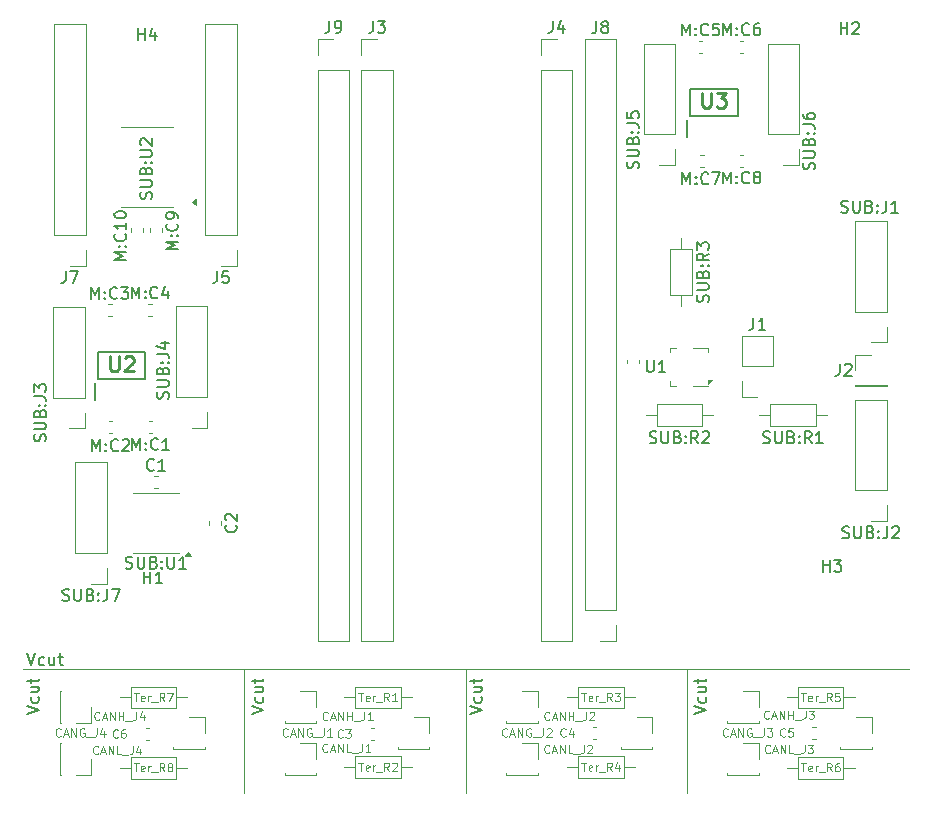
<source format=gbr>
%TF.GenerationSoftware,KiCad,Pcbnew,8.0.6*%
%TF.CreationDate,2024-12-18T15:27:08+01:00*%
%TF.ProjectId,RTR_submodule,5254525f-7375-4626-9d6f-64756c652e6b,rev?*%
%TF.SameCoordinates,Original*%
%TF.FileFunction,Legend,Top*%
%TF.FilePolarity,Positive*%
%FSLAX46Y46*%
G04 Gerber Fmt 4.6, Leading zero omitted, Abs format (unit mm)*
G04 Created by KiCad (PCBNEW 8.0.6) date 2024-12-18 15:27:08*
%MOMM*%
%LPD*%
G01*
G04 APERTURE LIST*
%ADD10C,0.100000*%
%ADD11C,0.150000*%
%ADD12C,0.254000*%
%ADD13C,0.120000*%
%ADD14C,0.200000*%
G04 APERTURE END LIST*
D10*
X157250000Y-118000000D02*
X157250000Y-128500000D01*
X138500000Y-118000000D02*
X138500000Y-128500000D01*
X119750000Y-118000000D02*
X119750000Y-128500000D01*
X176000000Y-118000000D02*
X101000000Y-118000000D01*
D11*
X101369819Y-121806077D02*
X102369819Y-121472744D01*
X102369819Y-121472744D02*
X101369819Y-121139411D01*
X102322200Y-120377506D02*
X102369819Y-120472744D01*
X102369819Y-120472744D02*
X102369819Y-120663220D01*
X102369819Y-120663220D02*
X102322200Y-120758458D01*
X102322200Y-120758458D02*
X102274580Y-120806077D01*
X102274580Y-120806077D02*
X102179342Y-120853696D01*
X102179342Y-120853696D02*
X101893628Y-120853696D01*
X101893628Y-120853696D02*
X101798390Y-120806077D01*
X101798390Y-120806077D02*
X101750771Y-120758458D01*
X101750771Y-120758458D02*
X101703152Y-120663220D01*
X101703152Y-120663220D02*
X101703152Y-120472744D01*
X101703152Y-120472744D02*
X101750771Y-120377506D01*
X101703152Y-119520363D02*
X102369819Y-119520363D01*
X101703152Y-119948934D02*
X102226961Y-119948934D01*
X102226961Y-119948934D02*
X102322200Y-119901315D01*
X102322200Y-119901315D02*
X102369819Y-119806077D01*
X102369819Y-119806077D02*
X102369819Y-119663220D01*
X102369819Y-119663220D02*
X102322200Y-119567982D01*
X102322200Y-119567982D02*
X102274580Y-119520363D01*
X101703152Y-119187029D02*
X101703152Y-118806077D01*
X101369819Y-119044172D02*
X102226961Y-119044172D01*
X102226961Y-119044172D02*
X102322200Y-118996553D01*
X102322200Y-118996553D02*
X102369819Y-118901315D01*
X102369819Y-118901315D02*
X102369819Y-118806077D01*
X101393922Y-116669819D02*
X101727255Y-117669819D01*
X101727255Y-117669819D02*
X102060588Y-116669819D01*
X102822493Y-117622200D02*
X102727255Y-117669819D01*
X102727255Y-117669819D02*
X102536779Y-117669819D01*
X102536779Y-117669819D02*
X102441541Y-117622200D01*
X102441541Y-117622200D02*
X102393922Y-117574580D01*
X102393922Y-117574580D02*
X102346303Y-117479342D01*
X102346303Y-117479342D02*
X102346303Y-117193628D01*
X102346303Y-117193628D02*
X102393922Y-117098390D01*
X102393922Y-117098390D02*
X102441541Y-117050771D01*
X102441541Y-117050771D02*
X102536779Y-117003152D01*
X102536779Y-117003152D02*
X102727255Y-117003152D01*
X102727255Y-117003152D02*
X102822493Y-117050771D01*
X103679636Y-117003152D02*
X103679636Y-117669819D01*
X103251065Y-117003152D02*
X103251065Y-117526961D01*
X103251065Y-117526961D02*
X103298684Y-117622200D01*
X103298684Y-117622200D02*
X103393922Y-117669819D01*
X103393922Y-117669819D02*
X103536779Y-117669819D01*
X103536779Y-117669819D02*
X103632017Y-117622200D01*
X103632017Y-117622200D02*
X103679636Y-117574580D01*
X104012970Y-117003152D02*
X104393922Y-117003152D01*
X104155827Y-116669819D02*
X104155827Y-117526961D01*
X104155827Y-117526961D02*
X104203446Y-117622200D01*
X104203446Y-117622200D02*
X104298684Y-117669819D01*
X104298684Y-117669819D02*
X104393922Y-117669819D01*
X120369819Y-121806077D02*
X121369819Y-121472744D01*
X121369819Y-121472744D02*
X120369819Y-121139411D01*
X121322200Y-120377506D02*
X121369819Y-120472744D01*
X121369819Y-120472744D02*
X121369819Y-120663220D01*
X121369819Y-120663220D02*
X121322200Y-120758458D01*
X121322200Y-120758458D02*
X121274580Y-120806077D01*
X121274580Y-120806077D02*
X121179342Y-120853696D01*
X121179342Y-120853696D02*
X120893628Y-120853696D01*
X120893628Y-120853696D02*
X120798390Y-120806077D01*
X120798390Y-120806077D02*
X120750771Y-120758458D01*
X120750771Y-120758458D02*
X120703152Y-120663220D01*
X120703152Y-120663220D02*
X120703152Y-120472744D01*
X120703152Y-120472744D02*
X120750771Y-120377506D01*
X120703152Y-119520363D02*
X121369819Y-119520363D01*
X120703152Y-119948934D02*
X121226961Y-119948934D01*
X121226961Y-119948934D02*
X121322200Y-119901315D01*
X121322200Y-119901315D02*
X121369819Y-119806077D01*
X121369819Y-119806077D02*
X121369819Y-119663220D01*
X121369819Y-119663220D02*
X121322200Y-119567982D01*
X121322200Y-119567982D02*
X121274580Y-119520363D01*
X120703152Y-119187029D02*
X120703152Y-118806077D01*
X120369819Y-119044172D02*
X121226961Y-119044172D01*
X121226961Y-119044172D02*
X121322200Y-118996553D01*
X121322200Y-118996553D02*
X121369819Y-118901315D01*
X121369819Y-118901315D02*
X121369819Y-118806077D01*
X157869819Y-121806077D02*
X158869819Y-121472744D01*
X158869819Y-121472744D02*
X157869819Y-121139411D01*
X158822200Y-120377506D02*
X158869819Y-120472744D01*
X158869819Y-120472744D02*
X158869819Y-120663220D01*
X158869819Y-120663220D02*
X158822200Y-120758458D01*
X158822200Y-120758458D02*
X158774580Y-120806077D01*
X158774580Y-120806077D02*
X158679342Y-120853696D01*
X158679342Y-120853696D02*
X158393628Y-120853696D01*
X158393628Y-120853696D02*
X158298390Y-120806077D01*
X158298390Y-120806077D02*
X158250771Y-120758458D01*
X158250771Y-120758458D02*
X158203152Y-120663220D01*
X158203152Y-120663220D02*
X158203152Y-120472744D01*
X158203152Y-120472744D02*
X158250771Y-120377506D01*
X158203152Y-119520363D02*
X158869819Y-119520363D01*
X158203152Y-119948934D02*
X158726961Y-119948934D01*
X158726961Y-119948934D02*
X158822200Y-119901315D01*
X158822200Y-119901315D02*
X158869819Y-119806077D01*
X158869819Y-119806077D02*
X158869819Y-119663220D01*
X158869819Y-119663220D02*
X158822200Y-119567982D01*
X158822200Y-119567982D02*
X158774580Y-119520363D01*
X158203152Y-119187029D02*
X158203152Y-118806077D01*
X157869819Y-119044172D02*
X158726961Y-119044172D01*
X158726961Y-119044172D02*
X158822200Y-118996553D01*
X158822200Y-118996553D02*
X158869819Y-118901315D01*
X158869819Y-118901315D02*
X158869819Y-118806077D01*
X138869819Y-121806077D02*
X139869819Y-121472744D01*
X139869819Y-121472744D02*
X138869819Y-121139411D01*
X139822200Y-120377506D02*
X139869819Y-120472744D01*
X139869819Y-120472744D02*
X139869819Y-120663220D01*
X139869819Y-120663220D02*
X139822200Y-120758458D01*
X139822200Y-120758458D02*
X139774580Y-120806077D01*
X139774580Y-120806077D02*
X139679342Y-120853696D01*
X139679342Y-120853696D02*
X139393628Y-120853696D01*
X139393628Y-120853696D02*
X139298390Y-120806077D01*
X139298390Y-120806077D02*
X139250771Y-120758458D01*
X139250771Y-120758458D02*
X139203152Y-120663220D01*
X139203152Y-120663220D02*
X139203152Y-120472744D01*
X139203152Y-120472744D02*
X139250771Y-120377506D01*
X139203152Y-119520363D02*
X139869819Y-119520363D01*
X139203152Y-119948934D02*
X139726961Y-119948934D01*
X139726961Y-119948934D02*
X139822200Y-119901315D01*
X139822200Y-119901315D02*
X139869819Y-119806077D01*
X139869819Y-119806077D02*
X139869819Y-119663220D01*
X139869819Y-119663220D02*
X139822200Y-119567982D01*
X139822200Y-119567982D02*
X139774580Y-119520363D01*
X139203152Y-119187029D02*
X139203152Y-118806077D01*
X138869819Y-119044172D02*
X139726961Y-119044172D01*
X139726961Y-119044172D02*
X139822200Y-118996553D01*
X139822200Y-118996553D02*
X139869819Y-118901315D01*
X139869819Y-118901315D02*
X139869819Y-118806077D01*
X110738095Y-64754819D02*
X110738095Y-63754819D01*
X110738095Y-64231009D02*
X111309523Y-64231009D01*
X111309523Y-64754819D02*
X111309523Y-63754819D01*
X112214285Y-64088152D02*
X112214285Y-64754819D01*
X111976190Y-63707200D02*
X111738095Y-64421485D01*
X111738095Y-64421485D02*
X112357142Y-64421485D01*
X168738095Y-109754819D02*
X168738095Y-108754819D01*
X168738095Y-109231009D02*
X169309523Y-109231009D01*
X169309523Y-109754819D02*
X169309523Y-108754819D01*
X169690476Y-108754819D02*
X170309523Y-108754819D01*
X170309523Y-108754819D02*
X169976190Y-109135771D01*
X169976190Y-109135771D02*
X170119047Y-109135771D01*
X170119047Y-109135771D02*
X170214285Y-109183390D01*
X170214285Y-109183390D02*
X170261904Y-109231009D01*
X170261904Y-109231009D02*
X170309523Y-109326247D01*
X170309523Y-109326247D02*
X170309523Y-109564342D01*
X170309523Y-109564342D02*
X170261904Y-109659580D01*
X170261904Y-109659580D02*
X170214285Y-109707200D01*
X170214285Y-109707200D02*
X170119047Y-109754819D01*
X170119047Y-109754819D02*
X169833333Y-109754819D01*
X169833333Y-109754819D02*
X169738095Y-109707200D01*
X169738095Y-109707200D02*
X169690476Y-109659580D01*
X170238095Y-64254819D02*
X170238095Y-63254819D01*
X170238095Y-63731009D02*
X170809523Y-63731009D01*
X170809523Y-64254819D02*
X170809523Y-63254819D01*
X171238095Y-63350057D02*
X171285714Y-63302438D01*
X171285714Y-63302438D02*
X171380952Y-63254819D01*
X171380952Y-63254819D02*
X171619047Y-63254819D01*
X171619047Y-63254819D02*
X171714285Y-63302438D01*
X171714285Y-63302438D02*
X171761904Y-63350057D01*
X171761904Y-63350057D02*
X171809523Y-63445295D01*
X171809523Y-63445295D02*
X171809523Y-63540533D01*
X171809523Y-63540533D02*
X171761904Y-63683390D01*
X171761904Y-63683390D02*
X171190476Y-64254819D01*
X171190476Y-64254819D02*
X171809523Y-64254819D01*
X111238095Y-110754819D02*
X111238095Y-109754819D01*
X111238095Y-110231009D02*
X111809523Y-110231009D01*
X111809523Y-110754819D02*
X111809523Y-109754819D01*
X112809523Y-110754819D02*
X112238095Y-110754819D01*
X112523809Y-110754819D02*
X112523809Y-109754819D01*
X112523809Y-109754819D02*
X112428571Y-109897676D01*
X112428571Y-109897676D02*
X112333333Y-109992914D01*
X112333333Y-109992914D02*
X112238095Y-110040533D01*
X109746069Y-83348808D02*
X108746069Y-83348808D01*
X108746069Y-83348808D02*
X109460354Y-83015475D01*
X109460354Y-83015475D02*
X108746069Y-82682142D01*
X108746069Y-82682142D02*
X109746069Y-82682142D01*
X109650830Y-82205951D02*
X109698450Y-82158332D01*
X109698450Y-82158332D02*
X109746069Y-82205951D01*
X109746069Y-82205951D02*
X109698450Y-82253570D01*
X109698450Y-82253570D02*
X109650830Y-82205951D01*
X109650830Y-82205951D02*
X109746069Y-82205951D01*
X109127021Y-82205951D02*
X109174640Y-82158332D01*
X109174640Y-82158332D02*
X109222259Y-82205951D01*
X109222259Y-82205951D02*
X109174640Y-82253570D01*
X109174640Y-82253570D02*
X109127021Y-82205951D01*
X109127021Y-82205951D02*
X109222259Y-82205951D01*
X109650830Y-81158333D02*
X109698450Y-81205952D01*
X109698450Y-81205952D02*
X109746069Y-81348809D01*
X109746069Y-81348809D02*
X109746069Y-81444047D01*
X109746069Y-81444047D02*
X109698450Y-81586904D01*
X109698450Y-81586904D02*
X109603211Y-81682142D01*
X109603211Y-81682142D02*
X109507973Y-81729761D01*
X109507973Y-81729761D02*
X109317497Y-81777380D01*
X109317497Y-81777380D02*
X109174640Y-81777380D01*
X109174640Y-81777380D02*
X108984164Y-81729761D01*
X108984164Y-81729761D02*
X108888926Y-81682142D01*
X108888926Y-81682142D02*
X108793688Y-81586904D01*
X108793688Y-81586904D02*
X108746069Y-81444047D01*
X108746069Y-81444047D02*
X108746069Y-81348809D01*
X108746069Y-81348809D02*
X108793688Y-81205952D01*
X108793688Y-81205952D02*
X108841307Y-81158333D01*
X109746069Y-80205952D02*
X109746069Y-80777380D01*
X109746069Y-80491666D02*
X108746069Y-80491666D01*
X108746069Y-80491666D02*
X108888926Y-80586904D01*
X108888926Y-80586904D02*
X108984164Y-80682142D01*
X108984164Y-80682142D02*
X109031783Y-80777380D01*
X108746069Y-79586904D02*
X108746069Y-79491666D01*
X108746069Y-79491666D02*
X108793688Y-79396428D01*
X108793688Y-79396428D02*
X108841307Y-79348809D01*
X108841307Y-79348809D02*
X108936545Y-79301190D01*
X108936545Y-79301190D02*
X109127021Y-79253571D01*
X109127021Y-79253571D02*
X109365116Y-79253571D01*
X109365116Y-79253571D02*
X109555592Y-79301190D01*
X109555592Y-79301190D02*
X109650830Y-79348809D01*
X109650830Y-79348809D02*
X109698450Y-79396428D01*
X109698450Y-79396428D02*
X109746069Y-79491666D01*
X109746069Y-79491666D02*
X109746069Y-79586904D01*
X109746069Y-79586904D02*
X109698450Y-79682142D01*
X109698450Y-79682142D02*
X109650830Y-79729761D01*
X109650830Y-79729761D02*
X109555592Y-79777380D01*
X109555592Y-79777380D02*
X109365116Y-79824999D01*
X109365116Y-79824999D02*
X109127021Y-79824999D01*
X109127021Y-79824999D02*
X108936545Y-79777380D01*
X108936545Y-79777380D02*
X108841307Y-79729761D01*
X108841307Y-79729761D02*
X108793688Y-79682142D01*
X108793688Y-79682142D02*
X108746069Y-79586904D01*
D12*
X108382380Y-91516318D02*
X108382380Y-92544413D01*
X108382380Y-92544413D02*
X108442857Y-92665365D01*
X108442857Y-92665365D02*
X108503333Y-92725842D01*
X108503333Y-92725842D02*
X108624285Y-92786318D01*
X108624285Y-92786318D02*
X108866190Y-92786318D01*
X108866190Y-92786318D02*
X108987142Y-92725842D01*
X108987142Y-92725842D02*
X109047619Y-92665365D01*
X109047619Y-92665365D02*
X109108095Y-92544413D01*
X109108095Y-92544413D02*
X109108095Y-91516318D01*
X109652380Y-91637270D02*
X109712856Y-91576794D01*
X109712856Y-91576794D02*
X109833809Y-91516318D01*
X109833809Y-91516318D02*
X110136190Y-91516318D01*
X110136190Y-91516318D02*
X110257142Y-91576794D01*
X110257142Y-91576794D02*
X110317618Y-91637270D01*
X110317618Y-91637270D02*
X110378095Y-91758222D01*
X110378095Y-91758222D02*
X110378095Y-91879175D01*
X110378095Y-91879175D02*
X110317618Y-92060603D01*
X110317618Y-92060603D02*
X109591904Y-92786318D01*
X109591904Y-92786318D02*
X110378095Y-92786318D01*
D11*
X104657916Y-84309819D02*
X104657916Y-85024104D01*
X104657916Y-85024104D02*
X104610297Y-85166961D01*
X104610297Y-85166961D02*
X104515059Y-85262200D01*
X104515059Y-85262200D02*
X104372202Y-85309819D01*
X104372202Y-85309819D02*
X104276964Y-85309819D01*
X105038869Y-84309819D02*
X105705535Y-84309819D01*
X105705535Y-84309819D02*
X105276964Y-85309819D01*
D12*
X158532380Y-69204318D02*
X158532380Y-70232413D01*
X158532380Y-70232413D02*
X158592857Y-70353365D01*
X158592857Y-70353365D02*
X158653333Y-70413842D01*
X158653333Y-70413842D02*
X158774285Y-70474318D01*
X158774285Y-70474318D02*
X159016190Y-70474318D01*
X159016190Y-70474318D02*
X159137142Y-70413842D01*
X159137142Y-70413842D02*
X159197619Y-70353365D01*
X159197619Y-70353365D02*
X159258095Y-70232413D01*
X159258095Y-70232413D02*
X159258095Y-69204318D01*
X159741904Y-69204318D02*
X160528095Y-69204318D01*
X160528095Y-69204318D02*
X160104761Y-69688127D01*
X160104761Y-69688127D02*
X160286190Y-69688127D01*
X160286190Y-69688127D02*
X160407142Y-69748603D01*
X160407142Y-69748603D02*
X160467618Y-69809080D01*
X160467618Y-69809080D02*
X160528095Y-69930032D01*
X160528095Y-69930032D02*
X160528095Y-70232413D01*
X160528095Y-70232413D02*
X160467618Y-70353365D01*
X160467618Y-70353365D02*
X160407142Y-70413842D01*
X160407142Y-70413842D02*
X160286190Y-70474318D01*
X160286190Y-70474318D02*
X159923333Y-70474318D01*
X159923333Y-70474318D02*
X159802380Y-70413842D01*
X159802380Y-70413842D02*
X159741904Y-70353365D01*
D13*
X160695833Y-123650926D02*
X160662500Y-123684260D01*
X160662500Y-123684260D02*
X160562500Y-123717593D01*
X160562500Y-123717593D02*
X160495833Y-123717593D01*
X160495833Y-123717593D02*
X160395833Y-123684260D01*
X160395833Y-123684260D02*
X160329167Y-123617593D01*
X160329167Y-123617593D02*
X160295833Y-123550926D01*
X160295833Y-123550926D02*
X160262500Y-123417593D01*
X160262500Y-123417593D02*
X160262500Y-123317593D01*
X160262500Y-123317593D02*
X160295833Y-123184260D01*
X160295833Y-123184260D02*
X160329167Y-123117593D01*
X160329167Y-123117593D02*
X160395833Y-123050926D01*
X160395833Y-123050926D02*
X160495833Y-123017593D01*
X160495833Y-123017593D02*
X160562500Y-123017593D01*
X160562500Y-123017593D02*
X160662500Y-123050926D01*
X160662500Y-123050926D02*
X160695833Y-123084260D01*
X160962500Y-123517593D02*
X161295833Y-123517593D01*
X160895833Y-123717593D02*
X161129167Y-123017593D01*
X161129167Y-123017593D02*
X161362500Y-123717593D01*
X161595833Y-123717593D02*
X161595833Y-123017593D01*
X161595833Y-123017593D02*
X161995833Y-123717593D01*
X161995833Y-123717593D02*
X161995833Y-123017593D01*
X162695833Y-123050926D02*
X162629166Y-123017593D01*
X162629166Y-123017593D02*
X162529166Y-123017593D01*
X162529166Y-123017593D02*
X162429166Y-123050926D01*
X162429166Y-123050926D02*
X162362500Y-123117593D01*
X162362500Y-123117593D02*
X162329166Y-123184260D01*
X162329166Y-123184260D02*
X162295833Y-123317593D01*
X162295833Y-123317593D02*
X162295833Y-123417593D01*
X162295833Y-123417593D02*
X162329166Y-123550926D01*
X162329166Y-123550926D02*
X162362500Y-123617593D01*
X162362500Y-123617593D02*
X162429166Y-123684260D01*
X162429166Y-123684260D02*
X162529166Y-123717593D01*
X162529166Y-123717593D02*
X162595833Y-123717593D01*
X162595833Y-123717593D02*
X162695833Y-123684260D01*
X162695833Y-123684260D02*
X162729166Y-123650926D01*
X162729166Y-123650926D02*
X162729166Y-123417593D01*
X162729166Y-123417593D02*
X162595833Y-123417593D01*
X162862500Y-123784260D02*
X163395833Y-123784260D01*
X163762499Y-123017593D02*
X163762499Y-123517593D01*
X163762499Y-123517593D02*
X163729166Y-123617593D01*
X163729166Y-123617593D02*
X163662499Y-123684260D01*
X163662499Y-123684260D02*
X163562499Y-123717593D01*
X163562499Y-123717593D02*
X163495833Y-123717593D01*
X164029166Y-123017593D02*
X164462499Y-123017593D01*
X164462499Y-123017593D02*
X164229166Y-123284260D01*
X164229166Y-123284260D02*
X164329166Y-123284260D01*
X164329166Y-123284260D02*
X164395832Y-123317593D01*
X164395832Y-123317593D02*
X164429166Y-123350926D01*
X164429166Y-123350926D02*
X164462499Y-123417593D01*
X164462499Y-123417593D02*
X164462499Y-123584260D01*
X164462499Y-123584260D02*
X164429166Y-123650926D01*
X164429166Y-123650926D02*
X164395832Y-123684260D01*
X164395832Y-123684260D02*
X164329166Y-123717593D01*
X164329166Y-123717593D02*
X164129166Y-123717593D01*
X164129166Y-123717593D02*
X164062499Y-123684260D01*
X164062499Y-123684260D02*
X164029166Y-123650926D01*
D11*
X109717381Y-109442200D02*
X109860238Y-109489819D01*
X109860238Y-109489819D02*
X110098333Y-109489819D01*
X110098333Y-109489819D02*
X110193571Y-109442200D01*
X110193571Y-109442200D02*
X110241190Y-109394580D01*
X110241190Y-109394580D02*
X110288809Y-109299342D01*
X110288809Y-109299342D02*
X110288809Y-109204104D01*
X110288809Y-109204104D02*
X110241190Y-109108866D01*
X110241190Y-109108866D02*
X110193571Y-109061247D01*
X110193571Y-109061247D02*
X110098333Y-109013628D01*
X110098333Y-109013628D02*
X109907857Y-108966009D01*
X109907857Y-108966009D02*
X109812619Y-108918390D01*
X109812619Y-108918390D02*
X109765000Y-108870771D01*
X109765000Y-108870771D02*
X109717381Y-108775533D01*
X109717381Y-108775533D02*
X109717381Y-108680295D01*
X109717381Y-108680295D02*
X109765000Y-108585057D01*
X109765000Y-108585057D02*
X109812619Y-108537438D01*
X109812619Y-108537438D02*
X109907857Y-108489819D01*
X109907857Y-108489819D02*
X110145952Y-108489819D01*
X110145952Y-108489819D02*
X110288809Y-108537438D01*
X110717381Y-108489819D02*
X110717381Y-109299342D01*
X110717381Y-109299342D02*
X110765000Y-109394580D01*
X110765000Y-109394580D02*
X110812619Y-109442200D01*
X110812619Y-109442200D02*
X110907857Y-109489819D01*
X110907857Y-109489819D02*
X111098333Y-109489819D01*
X111098333Y-109489819D02*
X111193571Y-109442200D01*
X111193571Y-109442200D02*
X111241190Y-109394580D01*
X111241190Y-109394580D02*
X111288809Y-109299342D01*
X111288809Y-109299342D02*
X111288809Y-108489819D01*
X112098333Y-108966009D02*
X112241190Y-109013628D01*
X112241190Y-109013628D02*
X112288809Y-109061247D01*
X112288809Y-109061247D02*
X112336428Y-109156485D01*
X112336428Y-109156485D02*
X112336428Y-109299342D01*
X112336428Y-109299342D02*
X112288809Y-109394580D01*
X112288809Y-109394580D02*
X112241190Y-109442200D01*
X112241190Y-109442200D02*
X112145952Y-109489819D01*
X112145952Y-109489819D02*
X111765000Y-109489819D01*
X111765000Y-109489819D02*
X111765000Y-108489819D01*
X111765000Y-108489819D02*
X112098333Y-108489819D01*
X112098333Y-108489819D02*
X112193571Y-108537438D01*
X112193571Y-108537438D02*
X112241190Y-108585057D01*
X112241190Y-108585057D02*
X112288809Y-108680295D01*
X112288809Y-108680295D02*
X112288809Y-108775533D01*
X112288809Y-108775533D02*
X112241190Y-108870771D01*
X112241190Y-108870771D02*
X112193571Y-108918390D01*
X112193571Y-108918390D02*
X112098333Y-108966009D01*
X112098333Y-108966009D02*
X111765000Y-108966009D01*
X112765000Y-109394580D02*
X112812619Y-109442200D01*
X112812619Y-109442200D02*
X112765000Y-109489819D01*
X112765000Y-109489819D02*
X112717381Y-109442200D01*
X112717381Y-109442200D02*
X112765000Y-109394580D01*
X112765000Y-109394580D02*
X112765000Y-109489819D01*
X112765000Y-108870771D02*
X112812619Y-108918390D01*
X112812619Y-108918390D02*
X112765000Y-108966009D01*
X112765000Y-108966009D02*
X112717381Y-108918390D01*
X112717381Y-108918390D02*
X112765000Y-108870771D01*
X112765000Y-108870771D02*
X112765000Y-108966009D01*
X113241190Y-108489819D02*
X113241190Y-109299342D01*
X113241190Y-109299342D02*
X113288809Y-109394580D01*
X113288809Y-109394580D02*
X113336428Y-109442200D01*
X113336428Y-109442200D02*
X113431666Y-109489819D01*
X113431666Y-109489819D02*
X113622142Y-109489819D01*
X113622142Y-109489819D02*
X113717380Y-109442200D01*
X113717380Y-109442200D02*
X113764999Y-109394580D01*
X113764999Y-109394580D02*
X113812618Y-109299342D01*
X113812618Y-109299342D02*
X113812618Y-108489819D01*
X114812618Y-109489819D02*
X114241190Y-109489819D01*
X114526904Y-109489819D02*
X114526904Y-108489819D01*
X114526904Y-108489819D02*
X114431666Y-108632676D01*
X114431666Y-108632676D02*
X114336428Y-108727914D01*
X114336428Y-108727914D02*
X114241190Y-108775533D01*
D13*
X123433333Y-123650926D02*
X123400000Y-123684260D01*
X123400000Y-123684260D02*
X123300000Y-123717593D01*
X123300000Y-123717593D02*
X123233333Y-123717593D01*
X123233333Y-123717593D02*
X123133333Y-123684260D01*
X123133333Y-123684260D02*
X123066667Y-123617593D01*
X123066667Y-123617593D02*
X123033333Y-123550926D01*
X123033333Y-123550926D02*
X123000000Y-123417593D01*
X123000000Y-123417593D02*
X123000000Y-123317593D01*
X123000000Y-123317593D02*
X123033333Y-123184260D01*
X123033333Y-123184260D02*
X123066667Y-123117593D01*
X123066667Y-123117593D02*
X123133333Y-123050926D01*
X123133333Y-123050926D02*
X123233333Y-123017593D01*
X123233333Y-123017593D02*
X123300000Y-123017593D01*
X123300000Y-123017593D02*
X123400000Y-123050926D01*
X123400000Y-123050926D02*
X123433333Y-123084260D01*
X123700000Y-123517593D02*
X124033333Y-123517593D01*
X123633333Y-123717593D02*
X123866667Y-123017593D01*
X123866667Y-123017593D02*
X124100000Y-123717593D01*
X124333333Y-123717593D02*
X124333333Y-123017593D01*
X124333333Y-123017593D02*
X124733333Y-123717593D01*
X124733333Y-123717593D02*
X124733333Y-123017593D01*
X125433333Y-123050926D02*
X125366666Y-123017593D01*
X125366666Y-123017593D02*
X125266666Y-123017593D01*
X125266666Y-123017593D02*
X125166666Y-123050926D01*
X125166666Y-123050926D02*
X125100000Y-123117593D01*
X125100000Y-123117593D02*
X125066666Y-123184260D01*
X125066666Y-123184260D02*
X125033333Y-123317593D01*
X125033333Y-123317593D02*
X125033333Y-123417593D01*
X125033333Y-123417593D02*
X125066666Y-123550926D01*
X125066666Y-123550926D02*
X125100000Y-123617593D01*
X125100000Y-123617593D02*
X125166666Y-123684260D01*
X125166666Y-123684260D02*
X125266666Y-123717593D01*
X125266666Y-123717593D02*
X125333333Y-123717593D01*
X125333333Y-123717593D02*
X125433333Y-123684260D01*
X125433333Y-123684260D02*
X125466666Y-123650926D01*
X125466666Y-123650926D02*
X125466666Y-123417593D01*
X125466666Y-123417593D02*
X125333333Y-123417593D01*
X125600000Y-123784260D02*
X126133333Y-123784260D01*
X126499999Y-123017593D02*
X126499999Y-123517593D01*
X126499999Y-123517593D02*
X126466666Y-123617593D01*
X126466666Y-123617593D02*
X126399999Y-123684260D01*
X126399999Y-123684260D02*
X126299999Y-123717593D01*
X126299999Y-123717593D02*
X126233333Y-123717593D01*
X127199999Y-123717593D02*
X126799999Y-123717593D01*
X126999999Y-123717593D02*
X126999999Y-123017593D01*
X126999999Y-123017593D02*
X126933332Y-123117593D01*
X126933332Y-123117593D02*
X126866666Y-123184260D01*
X126866666Y-123184260D02*
X126799999Y-123217593D01*
X129423333Y-120017593D02*
X129823333Y-120017593D01*
X129623333Y-120717593D02*
X129623333Y-120017593D01*
X130323333Y-120684260D02*
X130256666Y-120717593D01*
X130256666Y-120717593D02*
X130123333Y-120717593D01*
X130123333Y-120717593D02*
X130056666Y-120684260D01*
X130056666Y-120684260D02*
X130023333Y-120617593D01*
X130023333Y-120617593D02*
X130023333Y-120350926D01*
X130023333Y-120350926D02*
X130056666Y-120284260D01*
X130056666Y-120284260D02*
X130123333Y-120250926D01*
X130123333Y-120250926D02*
X130256666Y-120250926D01*
X130256666Y-120250926D02*
X130323333Y-120284260D01*
X130323333Y-120284260D02*
X130356666Y-120350926D01*
X130356666Y-120350926D02*
X130356666Y-120417593D01*
X130356666Y-120417593D02*
X130023333Y-120484260D01*
X130656666Y-120717593D02*
X130656666Y-120250926D01*
X130656666Y-120384260D02*
X130690000Y-120317593D01*
X130690000Y-120317593D02*
X130723333Y-120284260D01*
X130723333Y-120284260D02*
X130790000Y-120250926D01*
X130790000Y-120250926D02*
X130856666Y-120250926D01*
X130923333Y-120784260D02*
X131456666Y-120784260D01*
X132023332Y-120717593D02*
X131789999Y-120384260D01*
X131623332Y-120717593D02*
X131623332Y-120017593D01*
X131623332Y-120017593D02*
X131889999Y-120017593D01*
X131889999Y-120017593D02*
X131956666Y-120050926D01*
X131956666Y-120050926D02*
X131989999Y-120084260D01*
X131989999Y-120084260D02*
X132023332Y-120150926D01*
X132023332Y-120150926D02*
X132023332Y-120250926D01*
X132023332Y-120250926D02*
X131989999Y-120317593D01*
X131989999Y-120317593D02*
X131956666Y-120350926D01*
X131956666Y-120350926D02*
X131889999Y-120384260D01*
X131889999Y-120384260D02*
X131623332Y-120384260D01*
X132689999Y-120717593D02*
X132289999Y-120717593D01*
X132489999Y-120717593D02*
X132489999Y-120017593D01*
X132489999Y-120017593D02*
X132423332Y-120117593D01*
X132423332Y-120117593D02*
X132356666Y-120184260D01*
X132356666Y-120184260D02*
X132289999Y-120217593D01*
X166895833Y-125967593D02*
X167295833Y-125967593D01*
X167095833Y-126667593D02*
X167095833Y-125967593D01*
X167795833Y-126634260D02*
X167729166Y-126667593D01*
X167729166Y-126667593D02*
X167595833Y-126667593D01*
X167595833Y-126667593D02*
X167529166Y-126634260D01*
X167529166Y-126634260D02*
X167495833Y-126567593D01*
X167495833Y-126567593D02*
X167495833Y-126300926D01*
X167495833Y-126300926D02*
X167529166Y-126234260D01*
X167529166Y-126234260D02*
X167595833Y-126200926D01*
X167595833Y-126200926D02*
X167729166Y-126200926D01*
X167729166Y-126200926D02*
X167795833Y-126234260D01*
X167795833Y-126234260D02*
X167829166Y-126300926D01*
X167829166Y-126300926D02*
X167829166Y-126367593D01*
X167829166Y-126367593D02*
X167495833Y-126434260D01*
X168129166Y-126667593D02*
X168129166Y-126200926D01*
X168129166Y-126334260D02*
X168162500Y-126267593D01*
X168162500Y-126267593D02*
X168195833Y-126234260D01*
X168195833Y-126234260D02*
X168262500Y-126200926D01*
X168262500Y-126200926D02*
X168329166Y-126200926D01*
X168395833Y-126734260D02*
X168929166Y-126734260D01*
X169495832Y-126667593D02*
X169262499Y-126334260D01*
X169095832Y-126667593D02*
X169095832Y-125967593D01*
X169095832Y-125967593D02*
X169362499Y-125967593D01*
X169362499Y-125967593D02*
X169429166Y-126000926D01*
X169429166Y-126000926D02*
X169462499Y-126034260D01*
X169462499Y-126034260D02*
X169495832Y-126100926D01*
X169495832Y-126100926D02*
X169495832Y-126200926D01*
X169495832Y-126200926D02*
X169462499Y-126267593D01*
X169462499Y-126267593D02*
X169429166Y-126300926D01*
X169429166Y-126300926D02*
X169362499Y-126334260D01*
X169362499Y-126334260D02*
X169095832Y-126334260D01*
X170095832Y-125967593D02*
X169962499Y-125967593D01*
X169962499Y-125967593D02*
X169895832Y-126000926D01*
X169895832Y-126000926D02*
X169862499Y-126034260D01*
X169862499Y-126034260D02*
X169795832Y-126134260D01*
X169795832Y-126134260D02*
X169762499Y-126267593D01*
X169762499Y-126267593D02*
X169762499Y-126534260D01*
X169762499Y-126534260D02*
X169795832Y-126600926D01*
X169795832Y-126600926D02*
X169829166Y-126634260D01*
X169829166Y-126634260D02*
X169895832Y-126667593D01*
X169895832Y-126667593D02*
X170029166Y-126667593D01*
X170029166Y-126667593D02*
X170095832Y-126634260D01*
X170095832Y-126634260D02*
X170129166Y-126600926D01*
X170129166Y-126600926D02*
X170162499Y-126534260D01*
X170162499Y-126534260D02*
X170162499Y-126367593D01*
X170162499Y-126367593D02*
X170129166Y-126300926D01*
X170129166Y-126300926D02*
X170095832Y-126267593D01*
X170095832Y-126267593D02*
X170029166Y-126234260D01*
X170029166Y-126234260D02*
X169895832Y-126234260D01*
X169895832Y-126234260D02*
X169829166Y-126267593D01*
X169829166Y-126267593D02*
X169795832Y-126300926D01*
X169795832Y-126300926D02*
X169762499Y-126367593D01*
D11*
X102907200Y-98704761D02*
X102954819Y-98561904D01*
X102954819Y-98561904D02*
X102954819Y-98323809D01*
X102954819Y-98323809D02*
X102907200Y-98228571D01*
X102907200Y-98228571D02*
X102859580Y-98180952D01*
X102859580Y-98180952D02*
X102764342Y-98133333D01*
X102764342Y-98133333D02*
X102669104Y-98133333D01*
X102669104Y-98133333D02*
X102573866Y-98180952D01*
X102573866Y-98180952D02*
X102526247Y-98228571D01*
X102526247Y-98228571D02*
X102478628Y-98323809D01*
X102478628Y-98323809D02*
X102431009Y-98514285D01*
X102431009Y-98514285D02*
X102383390Y-98609523D01*
X102383390Y-98609523D02*
X102335771Y-98657142D01*
X102335771Y-98657142D02*
X102240533Y-98704761D01*
X102240533Y-98704761D02*
X102145295Y-98704761D01*
X102145295Y-98704761D02*
X102050057Y-98657142D01*
X102050057Y-98657142D02*
X102002438Y-98609523D01*
X102002438Y-98609523D02*
X101954819Y-98514285D01*
X101954819Y-98514285D02*
X101954819Y-98276190D01*
X101954819Y-98276190D02*
X102002438Y-98133333D01*
X101954819Y-97704761D02*
X102764342Y-97704761D01*
X102764342Y-97704761D02*
X102859580Y-97657142D01*
X102859580Y-97657142D02*
X102907200Y-97609523D01*
X102907200Y-97609523D02*
X102954819Y-97514285D01*
X102954819Y-97514285D02*
X102954819Y-97323809D01*
X102954819Y-97323809D02*
X102907200Y-97228571D01*
X102907200Y-97228571D02*
X102859580Y-97180952D01*
X102859580Y-97180952D02*
X102764342Y-97133333D01*
X102764342Y-97133333D02*
X101954819Y-97133333D01*
X102431009Y-96323809D02*
X102478628Y-96180952D01*
X102478628Y-96180952D02*
X102526247Y-96133333D01*
X102526247Y-96133333D02*
X102621485Y-96085714D01*
X102621485Y-96085714D02*
X102764342Y-96085714D01*
X102764342Y-96085714D02*
X102859580Y-96133333D01*
X102859580Y-96133333D02*
X102907200Y-96180952D01*
X102907200Y-96180952D02*
X102954819Y-96276190D01*
X102954819Y-96276190D02*
X102954819Y-96657142D01*
X102954819Y-96657142D02*
X101954819Y-96657142D01*
X101954819Y-96657142D02*
X101954819Y-96323809D01*
X101954819Y-96323809D02*
X102002438Y-96228571D01*
X102002438Y-96228571D02*
X102050057Y-96180952D01*
X102050057Y-96180952D02*
X102145295Y-96133333D01*
X102145295Y-96133333D02*
X102240533Y-96133333D01*
X102240533Y-96133333D02*
X102335771Y-96180952D01*
X102335771Y-96180952D02*
X102383390Y-96228571D01*
X102383390Y-96228571D02*
X102431009Y-96323809D01*
X102431009Y-96323809D02*
X102431009Y-96657142D01*
X102859580Y-95657142D02*
X102907200Y-95609523D01*
X102907200Y-95609523D02*
X102954819Y-95657142D01*
X102954819Y-95657142D02*
X102907200Y-95704761D01*
X102907200Y-95704761D02*
X102859580Y-95657142D01*
X102859580Y-95657142D02*
X102954819Y-95657142D01*
X102335771Y-95657142D02*
X102383390Y-95609523D01*
X102383390Y-95609523D02*
X102431009Y-95657142D01*
X102431009Y-95657142D02*
X102383390Y-95704761D01*
X102383390Y-95704761D02*
X102335771Y-95657142D01*
X102335771Y-95657142D02*
X102431009Y-95657142D01*
X101954819Y-94895238D02*
X102669104Y-94895238D01*
X102669104Y-94895238D02*
X102811961Y-94942857D01*
X102811961Y-94942857D02*
X102907200Y-95038095D01*
X102907200Y-95038095D02*
X102954819Y-95180952D01*
X102954819Y-95180952D02*
X102954819Y-95276190D01*
X101954819Y-94514285D02*
X101954819Y-93895238D01*
X101954819Y-93895238D02*
X102335771Y-94228571D01*
X102335771Y-94228571D02*
X102335771Y-94085714D01*
X102335771Y-94085714D02*
X102383390Y-93990476D01*
X102383390Y-93990476D02*
X102431009Y-93942857D01*
X102431009Y-93942857D02*
X102526247Y-93895238D01*
X102526247Y-93895238D02*
X102764342Y-93895238D01*
X102764342Y-93895238D02*
X102859580Y-93942857D01*
X102859580Y-93942857D02*
X102907200Y-93990476D01*
X102907200Y-93990476D02*
X102954819Y-94085714D01*
X102954819Y-94085714D02*
X102954819Y-94371428D01*
X102954819Y-94371428D02*
X102907200Y-94466666D01*
X102907200Y-94466666D02*
X102859580Y-94514285D01*
X170395238Y-106877200D02*
X170538095Y-106924819D01*
X170538095Y-106924819D02*
X170776190Y-106924819D01*
X170776190Y-106924819D02*
X170871428Y-106877200D01*
X170871428Y-106877200D02*
X170919047Y-106829580D01*
X170919047Y-106829580D02*
X170966666Y-106734342D01*
X170966666Y-106734342D02*
X170966666Y-106639104D01*
X170966666Y-106639104D02*
X170919047Y-106543866D01*
X170919047Y-106543866D02*
X170871428Y-106496247D01*
X170871428Y-106496247D02*
X170776190Y-106448628D01*
X170776190Y-106448628D02*
X170585714Y-106401009D01*
X170585714Y-106401009D02*
X170490476Y-106353390D01*
X170490476Y-106353390D02*
X170442857Y-106305771D01*
X170442857Y-106305771D02*
X170395238Y-106210533D01*
X170395238Y-106210533D02*
X170395238Y-106115295D01*
X170395238Y-106115295D02*
X170442857Y-106020057D01*
X170442857Y-106020057D02*
X170490476Y-105972438D01*
X170490476Y-105972438D02*
X170585714Y-105924819D01*
X170585714Y-105924819D02*
X170823809Y-105924819D01*
X170823809Y-105924819D02*
X170966666Y-105972438D01*
X171395238Y-105924819D02*
X171395238Y-106734342D01*
X171395238Y-106734342D02*
X171442857Y-106829580D01*
X171442857Y-106829580D02*
X171490476Y-106877200D01*
X171490476Y-106877200D02*
X171585714Y-106924819D01*
X171585714Y-106924819D02*
X171776190Y-106924819D01*
X171776190Y-106924819D02*
X171871428Y-106877200D01*
X171871428Y-106877200D02*
X171919047Y-106829580D01*
X171919047Y-106829580D02*
X171966666Y-106734342D01*
X171966666Y-106734342D02*
X171966666Y-105924819D01*
X172776190Y-106401009D02*
X172919047Y-106448628D01*
X172919047Y-106448628D02*
X172966666Y-106496247D01*
X172966666Y-106496247D02*
X173014285Y-106591485D01*
X173014285Y-106591485D02*
X173014285Y-106734342D01*
X173014285Y-106734342D02*
X172966666Y-106829580D01*
X172966666Y-106829580D02*
X172919047Y-106877200D01*
X172919047Y-106877200D02*
X172823809Y-106924819D01*
X172823809Y-106924819D02*
X172442857Y-106924819D01*
X172442857Y-106924819D02*
X172442857Y-105924819D01*
X172442857Y-105924819D02*
X172776190Y-105924819D01*
X172776190Y-105924819D02*
X172871428Y-105972438D01*
X172871428Y-105972438D02*
X172919047Y-106020057D01*
X172919047Y-106020057D02*
X172966666Y-106115295D01*
X172966666Y-106115295D02*
X172966666Y-106210533D01*
X172966666Y-106210533D02*
X172919047Y-106305771D01*
X172919047Y-106305771D02*
X172871428Y-106353390D01*
X172871428Y-106353390D02*
X172776190Y-106401009D01*
X172776190Y-106401009D02*
X172442857Y-106401009D01*
X173442857Y-106829580D02*
X173490476Y-106877200D01*
X173490476Y-106877200D02*
X173442857Y-106924819D01*
X173442857Y-106924819D02*
X173395238Y-106877200D01*
X173395238Y-106877200D02*
X173442857Y-106829580D01*
X173442857Y-106829580D02*
X173442857Y-106924819D01*
X173442857Y-106305771D02*
X173490476Y-106353390D01*
X173490476Y-106353390D02*
X173442857Y-106401009D01*
X173442857Y-106401009D02*
X173395238Y-106353390D01*
X173395238Y-106353390D02*
X173442857Y-106305771D01*
X173442857Y-106305771D02*
X173442857Y-106401009D01*
X174204761Y-105924819D02*
X174204761Y-106639104D01*
X174204761Y-106639104D02*
X174157142Y-106781961D01*
X174157142Y-106781961D02*
X174061904Y-106877200D01*
X174061904Y-106877200D02*
X173919047Y-106924819D01*
X173919047Y-106924819D02*
X173823809Y-106924819D01*
X174633333Y-106020057D02*
X174680952Y-105972438D01*
X174680952Y-105972438D02*
X174776190Y-105924819D01*
X174776190Y-105924819D02*
X175014285Y-105924819D01*
X175014285Y-105924819D02*
X175109523Y-105972438D01*
X175109523Y-105972438D02*
X175157142Y-106020057D01*
X175157142Y-106020057D02*
X175204761Y-106115295D01*
X175204761Y-106115295D02*
X175204761Y-106210533D01*
X175204761Y-106210533D02*
X175157142Y-106353390D01*
X175157142Y-106353390D02*
X174585714Y-106924819D01*
X174585714Y-106924819D02*
X175204761Y-106924819D01*
D13*
X148298333Y-120017593D02*
X148698333Y-120017593D01*
X148498333Y-120717593D02*
X148498333Y-120017593D01*
X149198333Y-120684260D02*
X149131666Y-120717593D01*
X149131666Y-120717593D02*
X148998333Y-120717593D01*
X148998333Y-120717593D02*
X148931666Y-120684260D01*
X148931666Y-120684260D02*
X148898333Y-120617593D01*
X148898333Y-120617593D02*
X148898333Y-120350926D01*
X148898333Y-120350926D02*
X148931666Y-120284260D01*
X148931666Y-120284260D02*
X148998333Y-120250926D01*
X148998333Y-120250926D02*
X149131666Y-120250926D01*
X149131666Y-120250926D02*
X149198333Y-120284260D01*
X149198333Y-120284260D02*
X149231666Y-120350926D01*
X149231666Y-120350926D02*
X149231666Y-120417593D01*
X149231666Y-120417593D02*
X148898333Y-120484260D01*
X149531666Y-120717593D02*
X149531666Y-120250926D01*
X149531666Y-120384260D02*
X149565000Y-120317593D01*
X149565000Y-120317593D02*
X149598333Y-120284260D01*
X149598333Y-120284260D02*
X149665000Y-120250926D01*
X149665000Y-120250926D02*
X149731666Y-120250926D01*
X149798333Y-120784260D02*
X150331666Y-120784260D01*
X150898332Y-120717593D02*
X150664999Y-120384260D01*
X150498332Y-120717593D02*
X150498332Y-120017593D01*
X150498332Y-120017593D02*
X150764999Y-120017593D01*
X150764999Y-120017593D02*
X150831666Y-120050926D01*
X150831666Y-120050926D02*
X150864999Y-120084260D01*
X150864999Y-120084260D02*
X150898332Y-120150926D01*
X150898332Y-120150926D02*
X150898332Y-120250926D01*
X150898332Y-120250926D02*
X150864999Y-120317593D01*
X150864999Y-120317593D02*
X150831666Y-120350926D01*
X150831666Y-120350926D02*
X150764999Y-120384260D01*
X150764999Y-120384260D02*
X150498332Y-120384260D01*
X151131666Y-120017593D02*
X151564999Y-120017593D01*
X151564999Y-120017593D02*
X151331666Y-120284260D01*
X151331666Y-120284260D02*
X151431666Y-120284260D01*
X151431666Y-120284260D02*
X151498332Y-120317593D01*
X151498332Y-120317593D02*
X151531666Y-120350926D01*
X151531666Y-120350926D02*
X151564999Y-120417593D01*
X151564999Y-120417593D02*
X151564999Y-120584260D01*
X151564999Y-120584260D02*
X151531666Y-120650926D01*
X151531666Y-120650926D02*
X151498332Y-120684260D01*
X151498332Y-120684260D02*
X151431666Y-120717593D01*
X151431666Y-120717593D02*
X151231666Y-120717593D01*
X151231666Y-120717593D02*
X151164999Y-120684260D01*
X151164999Y-120684260D02*
X151131666Y-120650926D01*
D11*
X149566666Y-63154819D02*
X149566666Y-63869104D01*
X149566666Y-63869104D02*
X149519047Y-64011961D01*
X149519047Y-64011961D02*
X149423809Y-64107200D01*
X149423809Y-64107200D02*
X149280952Y-64154819D01*
X149280952Y-64154819D02*
X149185714Y-64154819D01*
X150185714Y-63583390D02*
X150090476Y-63535771D01*
X150090476Y-63535771D02*
X150042857Y-63488152D01*
X150042857Y-63488152D02*
X149995238Y-63392914D01*
X149995238Y-63392914D02*
X149995238Y-63345295D01*
X149995238Y-63345295D02*
X150042857Y-63250057D01*
X150042857Y-63250057D02*
X150090476Y-63202438D01*
X150090476Y-63202438D02*
X150185714Y-63154819D01*
X150185714Y-63154819D02*
X150376190Y-63154819D01*
X150376190Y-63154819D02*
X150471428Y-63202438D01*
X150471428Y-63202438D02*
X150519047Y-63250057D01*
X150519047Y-63250057D02*
X150566666Y-63345295D01*
X150566666Y-63345295D02*
X150566666Y-63392914D01*
X150566666Y-63392914D02*
X150519047Y-63488152D01*
X150519047Y-63488152D02*
X150471428Y-63535771D01*
X150471428Y-63535771D02*
X150376190Y-63583390D01*
X150376190Y-63583390D02*
X150185714Y-63583390D01*
X150185714Y-63583390D02*
X150090476Y-63631009D01*
X150090476Y-63631009D02*
X150042857Y-63678628D01*
X150042857Y-63678628D02*
X149995238Y-63773866D01*
X149995238Y-63773866D02*
X149995238Y-63964342D01*
X149995238Y-63964342D02*
X150042857Y-64059580D01*
X150042857Y-64059580D02*
X150090476Y-64107200D01*
X150090476Y-64107200D02*
X150185714Y-64154819D01*
X150185714Y-64154819D02*
X150376190Y-64154819D01*
X150376190Y-64154819D02*
X150471428Y-64107200D01*
X150471428Y-64107200D02*
X150519047Y-64059580D01*
X150519047Y-64059580D02*
X150566666Y-63964342D01*
X150566666Y-63964342D02*
X150566666Y-63773866D01*
X150566666Y-63773866D02*
X150519047Y-63678628D01*
X150519047Y-63678628D02*
X150471428Y-63631009D01*
X150471428Y-63631009D02*
X150376190Y-63583390D01*
X112098333Y-101114580D02*
X112050714Y-101162200D01*
X112050714Y-101162200D02*
X111907857Y-101209819D01*
X111907857Y-101209819D02*
X111812619Y-101209819D01*
X111812619Y-101209819D02*
X111669762Y-101162200D01*
X111669762Y-101162200D02*
X111574524Y-101066961D01*
X111574524Y-101066961D02*
X111526905Y-100971723D01*
X111526905Y-100971723D02*
X111479286Y-100781247D01*
X111479286Y-100781247D02*
X111479286Y-100638390D01*
X111479286Y-100638390D02*
X111526905Y-100447914D01*
X111526905Y-100447914D02*
X111574524Y-100352676D01*
X111574524Y-100352676D02*
X111669762Y-100257438D01*
X111669762Y-100257438D02*
X111812619Y-100209819D01*
X111812619Y-100209819D02*
X111907857Y-100209819D01*
X111907857Y-100209819D02*
X112050714Y-100257438D01*
X112050714Y-100257438D02*
X112098333Y-100305057D01*
X113050714Y-101209819D02*
X112479286Y-101209819D01*
X112765000Y-101209819D02*
X112765000Y-100209819D01*
X112765000Y-100209819D02*
X112669762Y-100352676D01*
X112669762Y-100352676D02*
X112574524Y-100447914D01*
X112574524Y-100447914D02*
X112479286Y-100495533D01*
D13*
X110398333Y-125967593D02*
X110798333Y-125967593D01*
X110598333Y-126667593D02*
X110598333Y-125967593D01*
X111298333Y-126634260D02*
X111231666Y-126667593D01*
X111231666Y-126667593D02*
X111098333Y-126667593D01*
X111098333Y-126667593D02*
X111031666Y-126634260D01*
X111031666Y-126634260D02*
X110998333Y-126567593D01*
X110998333Y-126567593D02*
X110998333Y-126300926D01*
X110998333Y-126300926D02*
X111031666Y-126234260D01*
X111031666Y-126234260D02*
X111098333Y-126200926D01*
X111098333Y-126200926D02*
X111231666Y-126200926D01*
X111231666Y-126200926D02*
X111298333Y-126234260D01*
X111298333Y-126234260D02*
X111331666Y-126300926D01*
X111331666Y-126300926D02*
X111331666Y-126367593D01*
X111331666Y-126367593D02*
X110998333Y-126434260D01*
X111631666Y-126667593D02*
X111631666Y-126200926D01*
X111631666Y-126334260D02*
X111665000Y-126267593D01*
X111665000Y-126267593D02*
X111698333Y-126234260D01*
X111698333Y-126234260D02*
X111765000Y-126200926D01*
X111765000Y-126200926D02*
X111831666Y-126200926D01*
X111898333Y-126734260D02*
X112431666Y-126734260D01*
X112998332Y-126667593D02*
X112764999Y-126334260D01*
X112598332Y-126667593D02*
X112598332Y-125967593D01*
X112598332Y-125967593D02*
X112864999Y-125967593D01*
X112864999Y-125967593D02*
X112931666Y-126000926D01*
X112931666Y-126000926D02*
X112964999Y-126034260D01*
X112964999Y-126034260D02*
X112998332Y-126100926D01*
X112998332Y-126100926D02*
X112998332Y-126200926D01*
X112998332Y-126200926D02*
X112964999Y-126267593D01*
X112964999Y-126267593D02*
X112931666Y-126300926D01*
X112931666Y-126300926D02*
X112864999Y-126334260D01*
X112864999Y-126334260D02*
X112598332Y-126334260D01*
X113398332Y-126267593D02*
X113331666Y-126234260D01*
X113331666Y-126234260D02*
X113298332Y-126200926D01*
X113298332Y-126200926D02*
X113264999Y-126134260D01*
X113264999Y-126134260D02*
X113264999Y-126100926D01*
X113264999Y-126100926D02*
X113298332Y-126034260D01*
X113298332Y-126034260D02*
X113331666Y-126000926D01*
X113331666Y-126000926D02*
X113398332Y-125967593D01*
X113398332Y-125967593D02*
X113531666Y-125967593D01*
X113531666Y-125967593D02*
X113598332Y-126000926D01*
X113598332Y-126000926D02*
X113631666Y-126034260D01*
X113631666Y-126034260D02*
X113664999Y-126100926D01*
X113664999Y-126100926D02*
X113664999Y-126134260D01*
X113664999Y-126134260D02*
X113631666Y-126200926D01*
X113631666Y-126200926D02*
X113598332Y-126234260D01*
X113598332Y-126234260D02*
X113531666Y-126267593D01*
X113531666Y-126267593D02*
X113398332Y-126267593D01*
X113398332Y-126267593D02*
X113331666Y-126300926D01*
X113331666Y-126300926D02*
X113298332Y-126334260D01*
X113298332Y-126334260D02*
X113264999Y-126400926D01*
X113264999Y-126400926D02*
X113264999Y-126534260D01*
X113264999Y-126534260D02*
X113298332Y-126600926D01*
X113298332Y-126600926D02*
X113331666Y-126634260D01*
X113331666Y-126634260D02*
X113398332Y-126667593D01*
X113398332Y-126667593D02*
X113531666Y-126667593D01*
X113531666Y-126667593D02*
X113598332Y-126634260D01*
X113598332Y-126634260D02*
X113631666Y-126600926D01*
X113631666Y-126600926D02*
X113664999Y-126534260D01*
X113664999Y-126534260D02*
X113664999Y-126400926D01*
X113664999Y-126400926D02*
X113631666Y-126334260D01*
X113631666Y-126334260D02*
X113598332Y-126300926D01*
X113598332Y-126300926D02*
X113531666Y-126267593D01*
D11*
X153838095Y-91854819D02*
X153838095Y-92664342D01*
X153838095Y-92664342D02*
X153885714Y-92759580D01*
X153885714Y-92759580D02*
X153933333Y-92807200D01*
X153933333Y-92807200D02*
X154028571Y-92854819D01*
X154028571Y-92854819D02*
X154219047Y-92854819D01*
X154219047Y-92854819D02*
X154314285Y-92807200D01*
X154314285Y-92807200D02*
X154361904Y-92759580D01*
X154361904Y-92759580D02*
X154409523Y-92664342D01*
X154409523Y-92664342D02*
X154409523Y-91854819D01*
X155409523Y-92854819D02*
X154838095Y-92854819D01*
X155123809Y-92854819D02*
X155123809Y-91854819D01*
X155123809Y-91854819D02*
X155028571Y-91997676D01*
X155028571Y-91997676D02*
X154933333Y-92092914D01*
X154933333Y-92092914D02*
X154838095Y-92140533D01*
D13*
X145591667Y-122250926D02*
X145558334Y-122284260D01*
X145558334Y-122284260D02*
X145458334Y-122317593D01*
X145458334Y-122317593D02*
X145391667Y-122317593D01*
X145391667Y-122317593D02*
X145291667Y-122284260D01*
X145291667Y-122284260D02*
X145225001Y-122217593D01*
X145225001Y-122217593D02*
X145191667Y-122150926D01*
X145191667Y-122150926D02*
X145158334Y-122017593D01*
X145158334Y-122017593D02*
X145158334Y-121917593D01*
X145158334Y-121917593D02*
X145191667Y-121784260D01*
X145191667Y-121784260D02*
X145225001Y-121717593D01*
X145225001Y-121717593D02*
X145291667Y-121650926D01*
X145291667Y-121650926D02*
X145391667Y-121617593D01*
X145391667Y-121617593D02*
X145458334Y-121617593D01*
X145458334Y-121617593D02*
X145558334Y-121650926D01*
X145558334Y-121650926D02*
X145591667Y-121684260D01*
X145858334Y-122117593D02*
X146191667Y-122117593D01*
X145791667Y-122317593D02*
X146025001Y-121617593D01*
X146025001Y-121617593D02*
X146258334Y-122317593D01*
X146491667Y-122317593D02*
X146491667Y-121617593D01*
X146491667Y-121617593D02*
X146891667Y-122317593D01*
X146891667Y-122317593D02*
X146891667Y-121617593D01*
X147225000Y-122317593D02*
X147225000Y-121617593D01*
X147225000Y-121950926D02*
X147625000Y-121950926D01*
X147625000Y-122317593D02*
X147625000Y-121617593D01*
X147791667Y-122384260D02*
X148325000Y-122384260D01*
X148691666Y-121617593D02*
X148691666Y-122117593D01*
X148691666Y-122117593D02*
X148658333Y-122217593D01*
X148658333Y-122217593D02*
X148591666Y-122284260D01*
X148591666Y-122284260D02*
X148491666Y-122317593D01*
X148491666Y-122317593D02*
X148425000Y-122317593D01*
X148991666Y-121684260D02*
X149024999Y-121650926D01*
X149024999Y-121650926D02*
X149091666Y-121617593D01*
X149091666Y-121617593D02*
X149258333Y-121617593D01*
X149258333Y-121617593D02*
X149324999Y-121650926D01*
X149324999Y-121650926D02*
X149358333Y-121684260D01*
X149358333Y-121684260D02*
X149391666Y-121750926D01*
X149391666Y-121750926D02*
X149391666Y-121817593D01*
X149391666Y-121817593D02*
X149358333Y-121917593D01*
X149358333Y-121917593D02*
X148958333Y-122317593D01*
X148958333Y-122317593D02*
X149391666Y-122317593D01*
D11*
X154076191Y-98827200D02*
X154219048Y-98874819D01*
X154219048Y-98874819D02*
X154457143Y-98874819D01*
X154457143Y-98874819D02*
X154552381Y-98827200D01*
X154552381Y-98827200D02*
X154600000Y-98779580D01*
X154600000Y-98779580D02*
X154647619Y-98684342D01*
X154647619Y-98684342D02*
X154647619Y-98589104D01*
X154647619Y-98589104D02*
X154600000Y-98493866D01*
X154600000Y-98493866D02*
X154552381Y-98446247D01*
X154552381Y-98446247D02*
X154457143Y-98398628D01*
X154457143Y-98398628D02*
X154266667Y-98351009D01*
X154266667Y-98351009D02*
X154171429Y-98303390D01*
X154171429Y-98303390D02*
X154123810Y-98255771D01*
X154123810Y-98255771D02*
X154076191Y-98160533D01*
X154076191Y-98160533D02*
X154076191Y-98065295D01*
X154076191Y-98065295D02*
X154123810Y-97970057D01*
X154123810Y-97970057D02*
X154171429Y-97922438D01*
X154171429Y-97922438D02*
X154266667Y-97874819D01*
X154266667Y-97874819D02*
X154504762Y-97874819D01*
X154504762Y-97874819D02*
X154647619Y-97922438D01*
X155076191Y-97874819D02*
X155076191Y-98684342D01*
X155076191Y-98684342D02*
X155123810Y-98779580D01*
X155123810Y-98779580D02*
X155171429Y-98827200D01*
X155171429Y-98827200D02*
X155266667Y-98874819D01*
X155266667Y-98874819D02*
X155457143Y-98874819D01*
X155457143Y-98874819D02*
X155552381Y-98827200D01*
X155552381Y-98827200D02*
X155600000Y-98779580D01*
X155600000Y-98779580D02*
X155647619Y-98684342D01*
X155647619Y-98684342D02*
X155647619Y-97874819D01*
X156457143Y-98351009D02*
X156600000Y-98398628D01*
X156600000Y-98398628D02*
X156647619Y-98446247D01*
X156647619Y-98446247D02*
X156695238Y-98541485D01*
X156695238Y-98541485D02*
X156695238Y-98684342D01*
X156695238Y-98684342D02*
X156647619Y-98779580D01*
X156647619Y-98779580D02*
X156600000Y-98827200D01*
X156600000Y-98827200D02*
X156504762Y-98874819D01*
X156504762Y-98874819D02*
X156123810Y-98874819D01*
X156123810Y-98874819D02*
X156123810Y-97874819D01*
X156123810Y-97874819D02*
X156457143Y-97874819D01*
X156457143Y-97874819D02*
X156552381Y-97922438D01*
X156552381Y-97922438D02*
X156600000Y-97970057D01*
X156600000Y-97970057D02*
X156647619Y-98065295D01*
X156647619Y-98065295D02*
X156647619Y-98160533D01*
X156647619Y-98160533D02*
X156600000Y-98255771D01*
X156600000Y-98255771D02*
X156552381Y-98303390D01*
X156552381Y-98303390D02*
X156457143Y-98351009D01*
X156457143Y-98351009D02*
X156123810Y-98351009D01*
X157123810Y-98779580D02*
X157171429Y-98827200D01*
X157171429Y-98827200D02*
X157123810Y-98874819D01*
X157123810Y-98874819D02*
X157076191Y-98827200D01*
X157076191Y-98827200D02*
X157123810Y-98779580D01*
X157123810Y-98779580D02*
X157123810Y-98874819D01*
X157123810Y-98255771D02*
X157171429Y-98303390D01*
X157171429Y-98303390D02*
X157123810Y-98351009D01*
X157123810Y-98351009D02*
X157076191Y-98303390D01*
X157076191Y-98303390D02*
X157123810Y-98255771D01*
X157123810Y-98255771D02*
X157123810Y-98351009D01*
X158171428Y-98874819D02*
X157838095Y-98398628D01*
X157600000Y-98874819D02*
X157600000Y-97874819D01*
X157600000Y-97874819D02*
X157980952Y-97874819D01*
X157980952Y-97874819D02*
X158076190Y-97922438D01*
X158076190Y-97922438D02*
X158123809Y-97970057D01*
X158123809Y-97970057D02*
X158171428Y-98065295D01*
X158171428Y-98065295D02*
X158171428Y-98208152D01*
X158171428Y-98208152D02*
X158123809Y-98303390D01*
X158123809Y-98303390D02*
X158076190Y-98351009D01*
X158076190Y-98351009D02*
X157980952Y-98398628D01*
X157980952Y-98398628D02*
X157600000Y-98398628D01*
X158552381Y-97970057D02*
X158600000Y-97922438D01*
X158600000Y-97922438D02*
X158695238Y-97874819D01*
X158695238Y-97874819D02*
X158933333Y-97874819D01*
X158933333Y-97874819D02*
X159028571Y-97922438D01*
X159028571Y-97922438D02*
X159076190Y-97970057D01*
X159076190Y-97970057D02*
X159123809Y-98065295D01*
X159123809Y-98065295D02*
X159123809Y-98160533D01*
X159123809Y-98160533D02*
X159076190Y-98303390D01*
X159076190Y-98303390D02*
X158504762Y-98874819D01*
X158504762Y-98874819D02*
X159123809Y-98874819D01*
X156852381Y-76954819D02*
X156852381Y-75954819D01*
X156852381Y-75954819D02*
X157185714Y-76669104D01*
X157185714Y-76669104D02*
X157519047Y-75954819D01*
X157519047Y-75954819D02*
X157519047Y-76954819D01*
X157995238Y-76859580D02*
X158042857Y-76907200D01*
X158042857Y-76907200D02*
X157995238Y-76954819D01*
X157995238Y-76954819D02*
X157947619Y-76907200D01*
X157947619Y-76907200D02*
X157995238Y-76859580D01*
X157995238Y-76859580D02*
X157995238Y-76954819D01*
X157995238Y-76335771D02*
X158042857Y-76383390D01*
X158042857Y-76383390D02*
X157995238Y-76431009D01*
X157995238Y-76431009D02*
X157947619Y-76383390D01*
X157947619Y-76383390D02*
X157995238Y-76335771D01*
X157995238Y-76335771D02*
X157995238Y-76431009D01*
X159042856Y-76859580D02*
X158995237Y-76907200D01*
X158995237Y-76907200D02*
X158852380Y-76954819D01*
X158852380Y-76954819D02*
X158757142Y-76954819D01*
X158757142Y-76954819D02*
X158614285Y-76907200D01*
X158614285Y-76907200D02*
X158519047Y-76811961D01*
X158519047Y-76811961D02*
X158471428Y-76716723D01*
X158471428Y-76716723D02*
X158423809Y-76526247D01*
X158423809Y-76526247D02*
X158423809Y-76383390D01*
X158423809Y-76383390D02*
X158471428Y-76192914D01*
X158471428Y-76192914D02*
X158519047Y-76097676D01*
X158519047Y-76097676D02*
X158614285Y-76002438D01*
X158614285Y-76002438D02*
X158757142Y-75954819D01*
X158757142Y-75954819D02*
X158852380Y-75954819D01*
X158852380Y-75954819D02*
X158995237Y-76002438D01*
X158995237Y-76002438D02*
X159042856Y-76050057D01*
X159376190Y-75954819D02*
X160042856Y-75954819D01*
X160042856Y-75954819D02*
X159614285Y-76954819D01*
D13*
X166885833Y-120017593D02*
X167285833Y-120017593D01*
X167085833Y-120717593D02*
X167085833Y-120017593D01*
X167785833Y-120684260D02*
X167719166Y-120717593D01*
X167719166Y-120717593D02*
X167585833Y-120717593D01*
X167585833Y-120717593D02*
X167519166Y-120684260D01*
X167519166Y-120684260D02*
X167485833Y-120617593D01*
X167485833Y-120617593D02*
X167485833Y-120350926D01*
X167485833Y-120350926D02*
X167519166Y-120284260D01*
X167519166Y-120284260D02*
X167585833Y-120250926D01*
X167585833Y-120250926D02*
X167719166Y-120250926D01*
X167719166Y-120250926D02*
X167785833Y-120284260D01*
X167785833Y-120284260D02*
X167819166Y-120350926D01*
X167819166Y-120350926D02*
X167819166Y-120417593D01*
X167819166Y-120417593D02*
X167485833Y-120484260D01*
X168119166Y-120717593D02*
X168119166Y-120250926D01*
X168119166Y-120384260D02*
X168152500Y-120317593D01*
X168152500Y-120317593D02*
X168185833Y-120284260D01*
X168185833Y-120284260D02*
X168252500Y-120250926D01*
X168252500Y-120250926D02*
X168319166Y-120250926D01*
X168385833Y-120784260D02*
X168919166Y-120784260D01*
X169485832Y-120717593D02*
X169252499Y-120384260D01*
X169085832Y-120717593D02*
X169085832Y-120017593D01*
X169085832Y-120017593D02*
X169352499Y-120017593D01*
X169352499Y-120017593D02*
X169419166Y-120050926D01*
X169419166Y-120050926D02*
X169452499Y-120084260D01*
X169452499Y-120084260D02*
X169485832Y-120150926D01*
X169485832Y-120150926D02*
X169485832Y-120250926D01*
X169485832Y-120250926D02*
X169452499Y-120317593D01*
X169452499Y-120317593D02*
X169419166Y-120350926D01*
X169419166Y-120350926D02*
X169352499Y-120384260D01*
X169352499Y-120384260D02*
X169085832Y-120384260D01*
X170119166Y-120017593D02*
X169785832Y-120017593D01*
X169785832Y-120017593D02*
X169752499Y-120350926D01*
X169752499Y-120350926D02*
X169785832Y-120317593D01*
X169785832Y-120317593D02*
X169852499Y-120284260D01*
X169852499Y-120284260D02*
X170019166Y-120284260D01*
X170019166Y-120284260D02*
X170085832Y-120317593D01*
X170085832Y-120317593D02*
X170119166Y-120350926D01*
X170119166Y-120350926D02*
X170152499Y-120417593D01*
X170152499Y-120417593D02*
X170152499Y-120584260D01*
X170152499Y-120584260D02*
X170119166Y-120650926D01*
X170119166Y-120650926D02*
X170085832Y-120684260D01*
X170085832Y-120684260D02*
X170019166Y-120717593D01*
X170019166Y-120717593D02*
X169852499Y-120717593D01*
X169852499Y-120717593D02*
X169785832Y-120684260D01*
X169785832Y-120684260D02*
X169752499Y-120650926D01*
D11*
X126966666Y-63124819D02*
X126966666Y-63839104D01*
X126966666Y-63839104D02*
X126919047Y-63981961D01*
X126919047Y-63981961D02*
X126823809Y-64077200D01*
X126823809Y-64077200D02*
X126680952Y-64124819D01*
X126680952Y-64124819D02*
X126585714Y-64124819D01*
X127490476Y-64124819D02*
X127680952Y-64124819D01*
X127680952Y-64124819D02*
X127776190Y-64077200D01*
X127776190Y-64077200D02*
X127823809Y-64029580D01*
X127823809Y-64029580D02*
X127919047Y-63886723D01*
X127919047Y-63886723D02*
X127966666Y-63696247D01*
X127966666Y-63696247D02*
X127966666Y-63315295D01*
X127966666Y-63315295D02*
X127919047Y-63220057D01*
X127919047Y-63220057D02*
X127871428Y-63172438D01*
X127871428Y-63172438D02*
X127776190Y-63124819D01*
X127776190Y-63124819D02*
X127585714Y-63124819D01*
X127585714Y-63124819D02*
X127490476Y-63172438D01*
X127490476Y-63172438D02*
X127442857Y-63220057D01*
X127442857Y-63220057D02*
X127395238Y-63315295D01*
X127395238Y-63315295D02*
X127395238Y-63553390D01*
X127395238Y-63553390D02*
X127442857Y-63648628D01*
X127442857Y-63648628D02*
X127490476Y-63696247D01*
X127490476Y-63696247D02*
X127585714Y-63743866D01*
X127585714Y-63743866D02*
X127776190Y-63743866D01*
X127776190Y-63743866D02*
X127871428Y-63696247D01*
X127871428Y-63696247D02*
X127919047Y-63648628D01*
X127919047Y-63648628D02*
X127966666Y-63553390D01*
D13*
X110398333Y-120017593D02*
X110798333Y-120017593D01*
X110598333Y-120717593D02*
X110598333Y-120017593D01*
X111298333Y-120684260D02*
X111231666Y-120717593D01*
X111231666Y-120717593D02*
X111098333Y-120717593D01*
X111098333Y-120717593D02*
X111031666Y-120684260D01*
X111031666Y-120684260D02*
X110998333Y-120617593D01*
X110998333Y-120617593D02*
X110998333Y-120350926D01*
X110998333Y-120350926D02*
X111031666Y-120284260D01*
X111031666Y-120284260D02*
X111098333Y-120250926D01*
X111098333Y-120250926D02*
X111231666Y-120250926D01*
X111231666Y-120250926D02*
X111298333Y-120284260D01*
X111298333Y-120284260D02*
X111331666Y-120350926D01*
X111331666Y-120350926D02*
X111331666Y-120417593D01*
X111331666Y-120417593D02*
X110998333Y-120484260D01*
X111631666Y-120717593D02*
X111631666Y-120250926D01*
X111631666Y-120384260D02*
X111665000Y-120317593D01*
X111665000Y-120317593D02*
X111698333Y-120284260D01*
X111698333Y-120284260D02*
X111765000Y-120250926D01*
X111765000Y-120250926D02*
X111831666Y-120250926D01*
X111898333Y-120784260D02*
X112431666Y-120784260D01*
X112998332Y-120717593D02*
X112764999Y-120384260D01*
X112598332Y-120717593D02*
X112598332Y-120017593D01*
X112598332Y-120017593D02*
X112864999Y-120017593D01*
X112864999Y-120017593D02*
X112931666Y-120050926D01*
X112931666Y-120050926D02*
X112964999Y-120084260D01*
X112964999Y-120084260D02*
X112998332Y-120150926D01*
X112998332Y-120150926D02*
X112998332Y-120250926D01*
X112998332Y-120250926D02*
X112964999Y-120317593D01*
X112964999Y-120317593D02*
X112931666Y-120350926D01*
X112931666Y-120350926D02*
X112864999Y-120384260D01*
X112864999Y-120384260D02*
X112598332Y-120384260D01*
X113231666Y-120017593D02*
X113698332Y-120017593D01*
X113698332Y-120017593D02*
X113398332Y-120717593D01*
D11*
X153107200Y-75604761D02*
X153154819Y-75461904D01*
X153154819Y-75461904D02*
X153154819Y-75223809D01*
X153154819Y-75223809D02*
X153107200Y-75128571D01*
X153107200Y-75128571D02*
X153059580Y-75080952D01*
X153059580Y-75080952D02*
X152964342Y-75033333D01*
X152964342Y-75033333D02*
X152869104Y-75033333D01*
X152869104Y-75033333D02*
X152773866Y-75080952D01*
X152773866Y-75080952D02*
X152726247Y-75128571D01*
X152726247Y-75128571D02*
X152678628Y-75223809D01*
X152678628Y-75223809D02*
X152631009Y-75414285D01*
X152631009Y-75414285D02*
X152583390Y-75509523D01*
X152583390Y-75509523D02*
X152535771Y-75557142D01*
X152535771Y-75557142D02*
X152440533Y-75604761D01*
X152440533Y-75604761D02*
X152345295Y-75604761D01*
X152345295Y-75604761D02*
X152250057Y-75557142D01*
X152250057Y-75557142D02*
X152202438Y-75509523D01*
X152202438Y-75509523D02*
X152154819Y-75414285D01*
X152154819Y-75414285D02*
X152154819Y-75176190D01*
X152154819Y-75176190D02*
X152202438Y-75033333D01*
X152154819Y-74604761D02*
X152964342Y-74604761D01*
X152964342Y-74604761D02*
X153059580Y-74557142D01*
X153059580Y-74557142D02*
X153107200Y-74509523D01*
X153107200Y-74509523D02*
X153154819Y-74414285D01*
X153154819Y-74414285D02*
X153154819Y-74223809D01*
X153154819Y-74223809D02*
X153107200Y-74128571D01*
X153107200Y-74128571D02*
X153059580Y-74080952D01*
X153059580Y-74080952D02*
X152964342Y-74033333D01*
X152964342Y-74033333D02*
X152154819Y-74033333D01*
X152631009Y-73223809D02*
X152678628Y-73080952D01*
X152678628Y-73080952D02*
X152726247Y-73033333D01*
X152726247Y-73033333D02*
X152821485Y-72985714D01*
X152821485Y-72985714D02*
X152964342Y-72985714D01*
X152964342Y-72985714D02*
X153059580Y-73033333D01*
X153059580Y-73033333D02*
X153107200Y-73080952D01*
X153107200Y-73080952D02*
X153154819Y-73176190D01*
X153154819Y-73176190D02*
X153154819Y-73557142D01*
X153154819Y-73557142D02*
X152154819Y-73557142D01*
X152154819Y-73557142D02*
X152154819Y-73223809D01*
X152154819Y-73223809D02*
X152202438Y-73128571D01*
X152202438Y-73128571D02*
X152250057Y-73080952D01*
X152250057Y-73080952D02*
X152345295Y-73033333D01*
X152345295Y-73033333D02*
X152440533Y-73033333D01*
X152440533Y-73033333D02*
X152535771Y-73080952D01*
X152535771Y-73080952D02*
X152583390Y-73128571D01*
X152583390Y-73128571D02*
X152631009Y-73223809D01*
X152631009Y-73223809D02*
X152631009Y-73557142D01*
X153059580Y-72557142D02*
X153107200Y-72509523D01*
X153107200Y-72509523D02*
X153154819Y-72557142D01*
X153154819Y-72557142D02*
X153107200Y-72604761D01*
X153107200Y-72604761D02*
X153059580Y-72557142D01*
X153059580Y-72557142D02*
X153154819Y-72557142D01*
X152535771Y-72557142D02*
X152583390Y-72509523D01*
X152583390Y-72509523D02*
X152631009Y-72557142D01*
X152631009Y-72557142D02*
X152583390Y-72604761D01*
X152583390Y-72604761D02*
X152535771Y-72557142D01*
X152535771Y-72557142D02*
X152631009Y-72557142D01*
X152154819Y-71795238D02*
X152869104Y-71795238D01*
X152869104Y-71795238D02*
X153011961Y-71842857D01*
X153011961Y-71842857D02*
X153107200Y-71938095D01*
X153107200Y-71938095D02*
X153154819Y-72080952D01*
X153154819Y-72080952D02*
X153154819Y-72176190D01*
X152154819Y-70842857D02*
X152154819Y-71319047D01*
X152154819Y-71319047D02*
X152631009Y-71366666D01*
X152631009Y-71366666D02*
X152583390Y-71319047D01*
X152583390Y-71319047D02*
X152535771Y-71223809D01*
X152535771Y-71223809D02*
X152535771Y-70985714D01*
X152535771Y-70985714D02*
X152583390Y-70890476D01*
X152583390Y-70890476D02*
X152631009Y-70842857D01*
X152631009Y-70842857D02*
X152726247Y-70795238D01*
X152726247Y-70795238D02*
X152964342Y-70795238D01*
X152964342Y-70795238D02*
X153059580Y-70842857D01*
X153059580Y-70842857D02*
X153107200Y-70890476D01*
X153107200Y-70890476D02*
X153154819Y-70985714D01*
X153154819Y-70985714D02*
X153154819Y-71223809D01*
X153154819Y-71223809D02*
X153107200Y-71319047D01*
X153107200Y-71319047D02*
X153059580Y-71366666D01*
X170166666Y-92154819D02*
X170166666Y-92869104D01*
X170166666Y-92869104D02*
X170119047Y-93011961D01*
X170119047Y-93011961D02*
X170023809Y-93107200D01*
X170023809Y-93107200D02*
X169880952Y-93154819D01*
X169880952Y-93154819D02*
X169785714Y-93154819D01*
X170595238Y-92250057D02*
X170642857Y-92202438D01*
X170642857Y-92202438D02*
X170738095Y-92154819D01*
X170738095Y-92154819D02*
X170976190Y-92154819D01*
X170976190Y-92154819D02*
X171071428Y-92202438D01*
X171071428Y-92202438D02*
X171119047Y-92250057D01*
X171119047Y-92250057D02*
X171166666Y-92345295D01*
X171166666Y-92345295D02*
X171166666Y-92440533D01*
X171166666Y-92440533D02*
X171119047Y-92583390D01*
X171119047Y-92583390D02*
X170547619Y-93154819D01*
X170547619Y-93154819D02*
X171166666Y-93154819D01*
X160314881Y-64324819D02*
X160314881Y-63324819D01*
X160314881Y-63324819D02*
X160648214Y-64039104D01*
X160648214Y-64039104D02*
X160981547Y-63324819D01*
X160981547Y-63324819D02*
X160981547Y-64324819D01*
X161457738Y-64229580D02*
X161505357Y-64277200D01*
X161505357Y-64277200D02*
X161457738Y-64324819D01*
X161457738Y-64324819D02*
X161410119Y-64277200D01*
X161410119Y-64277200D02*
X161457738Y-64229580D01*
X161457738Y-64229580D02*
X161457738Y-64324819D01*
X161457738Y-63705771D02*
X161505357Y-63753390D01*
X161505357Y-63753390D02*
X161457738Y-63801009D01*
X161457738Y-63801009D02*
X161410119Y-63753390D01*
X161410119Y-63753390D02*
X161457738Y-63705771D01*
X161457738Y-63705771D02*
X161457738Y-63801009D01*
X162505356Y-64229580D02*
X162457737Y-64277200D01*
X162457737Y-64277200D02*
X162314880Y-64324819D01*
X162314880Y-64324819D02*
X162219642Y-64324819D01*
X162219642Y-64324819D02*
X162076785Y-64277200D01*
X162076785Y-64277200D02*
X161981547Y-64181961D01*
X161981547Y-64181961D02*
X161933928Y-64086723D01*
X161933928Y-64086723D02*
X161886309Y-63896247D01*
X161886309Y-63896247D02*
X161886309Y-63753390D01*
X161886309Y-63753390D02*
X161933928Y-63562914D01*
X161933928Y-63562914D02*
X161981547Y-63467676D01*
X161981547Y-63467676D02*
X162076785Y-63372438D01*
X162076785Y-63372438D02*
X162219642Y-63324819D01*
X162219642Y-63324819D02*
X162314880Y-63324819D01*
X162314880Y-63324819D02*
X162457737Y-63372438D01*
X162457737Y-63372438D02*
X162505356Y-63420057D01*
X163362499Y-63324819D02*
X163172023Y-63324819D01*
X163172023Y-63324819D02*
X163076785Y-63372438D01*
X163076785Y-63372438D02*
X163029166Y-63420057D01*
X163029166Y-63420057D02*
X162933928Y-63562914D01*
X162933928Y-63562914D02*
X162886309Y-63753390D01*
X162886309Y-63753390D02*
X162886309Y-64134342D01*
X162886309Y-64134342D02*
X162933928Y-64229580D01*
X162933928Y-64229580D02*
X162981547Y-64277200D01*
X162981547Y-64277200D02*
X163076785Y-64324819D01*
X163076785Y-64324819D02*
X163267261Y-64324819D01*
X163267261Y-64324819D02*
X163362499Y-64277200D01*
X163362499Y-64277200D02*
X163410118Y-64229580D01*
X163410118Y-64229580D02*
X163457737Y-64134342D01*
X163457737Y-64134342D02*
X163457737Y-63896247D01*
X163457737Y-63896247D02*
X163410118Y-63801009D01*
X163410118Y-63801009D02*
X163362499Y-63753390D01*
X163362499Y-63753390D02*
X163267261Y-63705771D01*
X163267261Y-63705771D02*
X163076785Y-63705771D01*
X163076785Y-63705771D02*
X162981547Y-63753390D01*
X162981547Y-63753390D02*
X162933928Y-63801009D01*
X162933928Y-63801009D02*
X162886309Y-63896247D01*
D13*
X128083333Y-123750926D02*
X128050000Y-123784260D01*
X128050000Y-123784260D02*
X127950000Y-123817593D01*
X127950000Y-123817593D02*
X127883333Y-123817593D01*
X127883333Y-123817593D02*
X127783333Y-123784260D01*
X127783333Y-123784260D02*
X127716667Y-123717593D01*
X127716667Y-123717593D02*
X127683333Y-123650926D01*
X127683333Y-123650926D02*
X127650000Y-123517593D01*
X127650000Y-123517593D02*
X127650000Y-123417593D01*
X127650000Y-123417593D02*
X127683333Y-123284260D01*
X127683333Y-123284260D02*
X127716667Y-123217593D01*
X127716667Y-123217593D02*
X127783333Y-123150926D01*
X127783333Y-123150926D02*
X127883333Y-123117593D01*
X127883333Y-123117593D02*
X127950000Y-123117593D01*
X127950000Y-123117593D02*
X128050000Y-123150926D01*
X128050000Y-123150926D02*
X128083333Y-123184260D01*
X128316667Y-123117593D02*
X128750000Y-123117593D01*
X128750000Y-123117593D02*
X128516667Y-123384260D01*
X128516667Y-123384260D02*
X128616667Y-123384260D01*
X128616667Y-123384260D02*
X128683333Y-123417593D01*
X128683333Y-123417593D02*
X128716667Y-123450926D01*
X128716667Y-123450926D02*
X128750000Y-123517593D01*
X128750000Y-123517593D02*
X128750000Y-123684260D01*
X128750000Y-123684260D02*
X128716667Y-123750926D01*
X128716667Y-123750926D02*
X128683333Y-123784260D01*
X128683333Y-123784260D02*
X128616667Y-123817593D01*
X128616667Y-123817593D02*
X128416667Y-123817593D01*
X128416667Y-123817593D02*
X128350000Y-123784260D01*
X128350000Y-123784260D02*
X128316667Y-123750926D01*
D11*
X159027200Y-86913808D02*
X159074819Y-86770951D01*
X159074819Y-86770951D02*
X159074819Y-86532856D01*
X159074819Y-86532856D02*
X159027200Y-86437618D01*
X159027200Y-86437618D02*
X158979580Y-86389999D01*
X158979580Y-86389999D02*
X158884342Y-86342380D01*
X158884342Y-86342380D02*
X158789104Y-86342380D01*
X158789104Y-86342380D02*
X158693866Y-86389999D01*
X158693866Y-86389999D02*
X158646247Y-86437618D01*
X158646247Y-86437618D02*
X158598628Y-86532856D01*
X158598628Y-86532856D02*
X158551009Y-86723332D01*
X158551009Y-86723332D02*
X158503390Y-86818570D01*
X158503390Y-86818570D02*
X158455771Y-86866189D01*
X158455771Y-86866189D02*
X158360533Y-86913808D01*
X158360533Y-86913808D02*
X158265295Y-86913808D01*
X158265295Y-86913808D02*
X158170057Y-86866189D01*
X158170057Y-86866189D02*
X158122438Y-86818570D01*
X158122438Y-86818570D02*
X158074819Y-86723332D01*
X158074819Y-86723332D02*
X158074819Y-86485237D01*
X158074819Y-86485237D02*
X158122438Y-86342380D01*
X158074819Y-85913808D02*
X158884342Y-85913808D01*
X158884342Y-85913808D02*
X158979580Y-85866189D01*
X158979580Y-85866189D02*
X159027200Y-85818570D01*
X159027200Y-85818570D02*
X159074819Y-85723332D01*
X159074819Y-85723332D02*
X159074819Y-85532856D01*
X159074819Y-85532856D02*
X159027200Y-85437618D01*
X159027200Y-85437618D02*
X158979580Y-85389999D01*
X158979580Y-85389999D02*
X158884342Y-85342380D01*
X158884342Y-85342380D02*
X158074819Y-85342380D01*
X158551009Y-84532856D02*
X158598628Y-84389999D01*
X158598628Y-84389999D02*
X158646247Y-84342380D01*
X158646247Y-84342380D02*
X158741485Y-84294761D01*
X158741485Y-84294761D02*
X158884342Y-84294761D01*
X158884342Y-84294761D02*
X158979580Y-84342380D01*
X158979580Y-84342380D02*
X159027200Y-84389999D01*
X159027200Y-84389999D02*
X159074819Y-84485237D01*
X159074819Y-84485237D02*
X159074819Y-84866189D01*
X159074819Y-84866189D02*
X158074819Y-84866189D01*
X158074819Y-84866189D02*
X158074819Y-84532856D01*
X158074819Y-84532856D02*
X158122438Y-84437618D01*
X158122438Y-84437618D02*
X158170057Y-84389999D01*
X158170057Y-84389999D02*
X158265295Y-84342380D01*
X158265295Y-84342380D02*
X158360533Y-84342380D01*
X158360533Y-84342380D02*
X158455771Y-84389999D01*
X158455771Y-84389999D02*
X158503390Y-84437618D01*
X158503390Y-84437618D02*
X158551009Y-84532856D01*
X158551009Y-84532856D02*
X158551009Y-84866189D01*
X158979580Y-83866189D02*
X159027200Y-83818570D01*
X159027200Y-83818570D02*
X159074819Y-83866189D01*
X159074819Y-83866189D02*
X159027200Y-83913808D01*
X159027200Y-83913808D02*
X158979580Y-83866189D01*
X158979580Y-83866189D02*
X159074819Y-83866189D01*
X158455771Y-83866189D02*
X158503390Y-83818570D01*
X158503390Y-83818570D02*
X158551009Y-83866189D01*
X158551009Y-83866189D02*
X158503390Y-83913808D01*
X158503390Y-83913808D02*
X158455771Y-83866189D01*
X158455771Y-83866189D02*
X158551009Y-83866189D01*
X159074819Y-82818571D02*
X158598628Y-83151904D01*
X159074819Y-83389999D02*
X158074819Y-83389999D01*
X158074819Y-83389999D02*
X158074819Y-83009047D01*
X158074819Y-83009047D02*
X158122438Y-82913809D01*
X158122438Y-82913809D02*
X158170057Y-82866190D01*
X158170057Y-82866190D02*
X158265295Y-82818571D01*
X158265295Y-82818571D02*
X158408152Y-82818571D01*
X158408152Y-82818571D02*
X158503390Y-82866190D01*
X158503390Y-82866190D02*
X158551009Y-82913809D01*
X158551009Y-82913809D02*
X158598628Y-83009047D01*
X158598628Y-83009047D02*
X158598628Y-83389999D01*
X158074819Y-82485237D02*
X158074819Y-81866190D01*
X158074819Y-81866190D02*
X158455771Y-82199523D01*
X158455771Y-82199523D02*
X158455771Y-82056666D01*
X158455771Y-82056666D02*
X158503390Y-81961428D01*
X158503390Y-81961428D02*
X158551009Y-81913809D01*
X158551009Y-81913809D02*
X158646247Y-81866190D01*
X158646247Y-81866190D02*
X158884342Y-81866190D01*
X158884342Y-81866190D02*
X158979580Y-81913809D01*
X158979580Y-81913809D02*
X159027200Y-81961428D01*
X159027200Y-81961428D02*
X159074819Y-82056666D01*
X159074819Y-82056666D02*
X159074819Y-82342380D01*
X159074819Y-82342380D02*
X159027200Y-82437618D01*
X159027200Y-82437618D02*
X158979580Y-82485237D01*
D13*
X126800000Y-124950926D02*
X126766667Y-124984260D01*
X126766667Y-124984260D02*
X126666667Y-125017593D01*
X126666667Y-125017593D02*
X126600000Y-125017593D01*
X126600000Y-125017593D02*
X126500000Y-124984260D01*
X126500000Y-124984260D02*
X126433334Y-124917593D01*
X126433334Y-124917593D02*
X126400000Y-124850926D01*
X126400000Y-124850926D02*
X126366667Y-124717593D01*
X126366667Y-124717593D02*
X126366667Y-124617593D01*
X126366667Y-124617593D02*
X126400000Y-124484260D01*
X126400000Y-124484260D02*
X126433334Y-124417593D01*
X126433334Y-124417593D02*
X126500000Y-124350926D01*
X126500000Y-124350926D02*
X126600000Y-124317593D01*
X126600000Y-124317593D02*
X126666667Y-124317593D01*
X126666667Y-124317593D02*
X126766667Y-124350926D01*
X126766667Y-124350926D02*
X126800000Y-124384260D01*
X127066667Y-124817593D02*
X127400000Y-124817593D01*
X127000000Y-125017593D02*
X127233334Y-124317593D01*
X127233334Y-124317593D02*
X127466667Y-125017593D01*
X127700000Y-125017593D02*
X127700000Y-124317593D01*
X127700000Y-124317593D02*
X128100000Y-125017593D01*
X128100000Y-125017593D02*
X128100000Y-124317593D01*
X128766667Y-125017593D02*
X128433333Y-125017593D01*
X128433333Y-125017593D02*
X128433333Y-124317593D01*
X128833334Y-125084260D02*
X129366667Y-125084260D01*
X129733333Y-124317593D02*
X129733333Y-124817593D01*
X129733333Y-124817593D02*
X129700000Y-124917593D01*
X129700000Y-124917593D02*
X129633333Y-124984260D01*
X129633333Y-124984260D02*
X129533333Y-125017593D01*
X129533333Y-125017593D02*
X129466667Y-125017593D01*
X130433333Y-125017593D02*
X130033333Y-125017593D01*
X130233333Y-125017593D02*
X130233333Y-124317593D01*
X130233333Y-124317593D02*
X130166666Y-124417593D01*
X130166666Y-124417593D02*
X130100000Y-124484260D01*
X130100000Y-124484260D02*
X130033333Y-124517593D01*
D11*
X110252381Y-99454819D02*
X110252381Y-98454819D01*
X110252381Y-98454819D02*
X110585714Y-99169104D01*
X110585714Y-99169104D02*
X110919047Y-98454819D01*
X110919047Y-98454819D02*
X110919047Y-99454819D01*
X111395238Y-99359580D02*
X111442857Y-99407200D01*
X111442857Y-99407200D02*
X111395238Y-99454819D01*
X111395238Y-99454819D02*
X111347619Y-99407200D01*
X111347619Y-99407200D02*
X111395238Y-99359580D01*
X111395238Y-99359580D02*
X111395238Y-99454819D01*
X111395238Y-98835771D02*
X111442857Y-98883390D01*
X111442857Y-98883390D02*
X111395238Y-98931009D01*
X111395238Y-98931009D02*
X111347619Y-98883390D01*
X111347619Y-98883390D02*
X111395238Y-98835771D01*
X111395238Y-98835771D02*
X111395238Y-98931009D01*
X112442856Y-99359580D02*
X112395237Y-99407200D01*
X112395237Y-99407200D02*
X112252380Y-99454819D01*
X112252380Y-99454819D02*
X112157142Y-99454819D01*
X112157142Y-99454819D02*
X112014285Y-99407200D01*
X112014285Y-99407200D02*
X111919047Y-99311961D01*
X111919047Y-99311961D02*
X111871428Y-99216723D01*
X111871428Y-99216723D02*
X111823809Y-99026247D01*
X111823809Y-99026247D02*
X111823809Y-98883390D01*
X111823809Y-98883390D02*
X111871428Y-98692914D01*
X111871428Y-98692914D02*
X111919047Y-98597676D01*
X111919047Y-98597676D02*
X112014285Y-98502438D01*
X112014285Y-98502438D02*
X112157142Y-98454819D01*
X112157142Y-98454819D02*
X112252380Y-98454819D01*
X112252380Y-98454819D02*
X112395237Y-98502438D01*
X112395237Y-98502438D02*
X112442856Y-98550057D01*
X113395237Y-99454819D02*
X112823809Y-99454819D01*
X113109523Y-99454819D02*
X113109523Y-98454819D01*
X113109523Y-98454819D02*
X113014285Y-98597676D01*
X113014285Y-98597676D02*
X112919047Y-98692914D01*
X112919047Y-98692914D02*
X112823809Y-98740533D01*
X163686191Y-98827200D02*
X163829048Y-98874819D01*
X163829048Y-98874819D02*
X164067143Y-98874819D01*
X164067143Y-98874819D02*
X164162381Y-98827200D01*
X164162381Y-98827200D02*
X164210000Y-98779580D01*
X164210000Y-98779580D02*
X164257619Y-98684342D01*
X164257619Y-98684342D02*
X164257619Y-98589104D01*
X164257619Y-98589104D02*
X164210000Y-98493866D01*
X164210000Y-98493866D02*
X164162381Y-98446247D01*
X164162381Y-98446247D02*
X164067143Y-98398628D01*
X164067143Y-98398628D02*
X163876667Y-98351009D01*
X163876667Y-98351009D02*
X163781429Y-98303390D01*
X163781429Y-98303390D02*
X163733810Y-98255771D01*
X163733810Y-98255771D02*
X163686191Y-98160533D01*
X163686191Y-98160533D02*
X163686191Y-98065295D01*
X163686191Y-98065295D02*
X163733810Y-97970057D01*
X163733810Y-97970057D02*
X163781429Y-97922438D01*
X163781429Y-97922438D02*
X163876667Y-97874819D01*
X163876667Y-97874819D02*
X164114762Y-97874819D01*
X164114762Y-97874819D02*
X164257619Y-97922438D01*
X164686191Y-97874819D02*
X164686191Y-98684342D01*
X164686191Y-98684342D02*
X164733810Y-98779580D01*
X164733810Y-98779580D02*
X164781429Y-98827200D01*
X164781429Y-98827200D02*
X164876667Y-98874819D01*
X164876667Y-98874819D02*
X165067143Y-98874819D01*
X165067143Y-98874819D02*
X165162381Y-98827200D01*
X165162381Y-98827200D02*
X165210000Y-98779580D01*
X165210000Y-98779580D02*
X165257619Y-98684342D01*
X165257619Y-98684342D02*
X165257619Y-97874819D01*
X166067143Y-98351009D02*
X166210000Y-98398628D01*
X166210000Y-98398628D02*
X166257619Y-98446247D01*
X166257619Y-98446247D02*
X166305238Y-98541485D01*
X166305238Y-98541485D02*
X166305238Y-98684342D01*
X166305238Y-98684342D02*
X166257619Y-98779580D01*
X166257619Y-98779580D02*
X166210000Y-98827200D01*
X166210000Y-98827200D02*
X166114762Y-98874819D01*
X166114762Y-98874819D02*
X165733810Y-98874819D01*
X165733810Y-98874819D02*
X165733810Y-97874819D01*
X165733810Y-97874819D02*
X166067143Y-97874819D01*
X166067143Y-97874819D02*
X166162381Y-97922438D01*
X166162381Y-97922438D02*
X166210000Y-97970057D01*
X166210000Y-97970057D02*
X166257619Y-98065295D01*
X166257619Y-98065295D02*
X166257619Y-98160533D01*
X166257619Y-98160533D02*
X166210000Y-98255771D01*
X166210000Y-98255771D02*
X166162381Y-98303390D01*
X166162381Y-98303390D02*
X166067143Y-98351009D01*
X166067143Y-98351009D02*
X165733810Y-98351009D01*
X166733810Y-98779580D02*
X166781429Y-98827200D01*
X166781429Y-98827200D02*
X166733810Y-98874819D01*
X166733810Y-98874819D02*
X166686191Y-98827200D01*
X166686191Y-98827200D02*
X166733810Y-98779580D01*
X166733810Y-98779580D02*
X166733810Y-98874819D01*
X166733810Y-98255771D02*
X166781429Y-98303390D01*
X166781429Y-98303390D02*
X166733810Y-98351009D01*
X166733810Y-98351009D02*
X166686191Y-98303390D01*
X166686191Y-98303390D02*
X166733810Y-98255771D01*
X166733810Y-98255771D02*
X166733810Y-98351009D01*
X167781428Y-98874819D02*
X167448095Y-98398628D01*
X167210000Y-98874819D02*
X167210000Y-97874819D01*
X167210000Y-97874819D02*
X167590952Y-97874819D01*
X167590952Y-97874819D02*
X167686190Y-97922438D01*
X167686190Y-97922438D02*
X167733809Y-97970057D01*
X167733809Y-97970057D02*
X167781428Y-98065295D01*
X167781428Y-98065295D02*
X167781428Y-98208152D01*
X167781428Y-98208152D02*
X167733809Y-98303390D01*
X167733809Y-98303390D02*
X167686190Y-98351009D01*
X167686190Y-98351009D02*
X167590952Y-98398628D01*
X167590952Y-98398628D02*
X167210000Y-98398628D01*
X168733809Y-98874819D02*
X168162381Y-98874819D01*
X168448095Y-98874819D02*
X168448095Y-97874819D01*
X168448095Y-97874819D02*
X168352857Y-98017676D01*
X168352857Y-98017676D02*
X168257619Y-98112914D01*
X168257619Y-98112914D02*
X168162381Y-98160533D01*
X160314881Y-76884819D02*
X160314881Y-75884819D01*
X160314881Y-75884819D02*
X160648214Y-76599104D01*
X160648214Y-76599104D02*
X160981547Y-75884819D01*
X160981547Y-75884819D02*
X160981547Y-76884819D01*
X161457738Y-76789580D02*
X161505357Y-76837200D01*
X161505357Y-76837200D02*
X161457738Y-76884819D01*
X161457738Y-76884819D02*
X161410119Y-76837200D01*
X161410119Y-76837200D02*
X161457738Y-76789580D01*
X161457738Y-76789580D02*
X161457738Y-76884819D01*
X161457738Y-76265771D02*
X161505357Y-76313390D01*
X161505357Y-76313390D02*
X161457738Y-76361009D01*
X161457738Y-76361009D02*
X161410119Y-76313390D01*
X161410119Y-76313390D02*
X161457738Y-76265771D01*
X161457738Y-76265771D02*
X161457738Y-76361009D01*
X162505356Y-76789580D02*
X162457737Y-76837200D01*
X162457737Y-76837200D02*
X162314880Y-76884819D01*
X162314880Y-76884819D02*
X162219642Y-76884819D01*
X162219642Y-76884819D02*
X162076785Y-76837200D01*
X162076785Y-76837200D02*
X161981547Y-76741961D01*
X161981547Y-76741961D02*
X161933928Y-76646723D01*
X161933928Y-76646723D02*
X161886309Y-76456247D01*
X161886309Y-76456247D02*
X161886309Y-76313390D01*
X161886309Y-76313390D02*
X161933928Y-76122914D01*
X161933928Y-76122914D02*
X161981547Y-76027676D01*
X161981547Y-76027676D02*
X162076785Y-75932438D01*
X162076785Y-75932438D02*
X162219642Y-75884819D01*
X162219642Y-75884819D02*
X162314880Y-75884819D01*
X162314880Y-75884819D02*
X162457737Y-75932438D01*
X162457737Y-75932438D02*
X162505356Y-75980057D01*
X163076785Y-76313390D02*
X162981547Y-76265771D01*
X162981547Y-76265771D02*
X162933928Y-76218152D01*
X162933928Y-76218152D02*
X162886309Y-76122914D01*
X162886309Y-76122914D02*
X162886309Y-76075295D01*
X162886309Y-76075295D02*
X162933928Y-75980057D01*
X162933928Y-75980057D02*
X162981547Y-75932438D01*
X162981547Y-75932438D02*
X163076785Y-75884819D01*
X163076785Y-75884819D02*
X163267261Y-75884819D01*
X163267261Y-75884819D02*
X163362499Y-75932438D01*
X163362499Y-75932438D02*
X163410118Y-75980057D01*
X163410118Y-75980057D02*
X163457737Y-76075295D01*
X163457737Y-76075295D02*
X163457737Y-76122914D01*
X163457737Y-76122914D02*
X163410118Y-76218152D01*
X163410118Y-76218152D02*
X163362499Y-76265771D01*
X163362499Y-76265771D02*
X163267261Y-76313390D01*
X163267261Y-76313390D02*
X163076785Y-76313390D01*
X163076785Y-76313390D02*
X162981547Y-76361009D01*
X162981547Y-76361009D02*
X162933928Y-76408628D01*
X162933928Y-76408628D02*
X162886309Y-76503866D01*
X162886309Y-76503866D02*
X162886309Y-76694342D01*
X162886309Y-76694342D02*
X162933928Y-76789580D01*
X162933928Y-76789580D02*
X162981547Y-76837200D01*
X162981547Y-76837200D02*
X163076785Y-76884819D01*
X163076785Y-76884819D02*
X163267261Y-76884819D01*
X163267261Y-76884819D02*
X163362499Y-76837200D01*
X163362499Y-76837200D02*
X163410118Y-76789580D01*
X163410118Y-76789580D02*
X163457737Y-76694342D01*
X163457737Y-76694342D02*
X163457737Y-76503866D01*
X163457737Y-76503866D02*
X163410118Y-76408628D01*
X163410118Y-76408628D02*
X163362499Y-76361009D01*
X163362499Y-76361009D02*
X163267261Y-76313390D01*
X111898450Y-78172618D02*
X111946069Y-78029761D01*
X111946069Y-78029761D02*
X111946069Y-77791666D01*
X111946069Y-77791666D02*
X111898450Y-77696428D01*
X111898450Y-77696428D02*
X111850830Y-77648809D01*
X111850830Y-77648809D02*
X111755592Y-77601190D01*
X111755592Y-77601190D02*
X111660354Y-77601190D01*
X111660354Y-77601190D02*
X111565116Y-77648809D01*
X111565116Y-77648809D02*
X111517497Y-77696428D01*
X111517497Y-77696428D02*
X111469878Y-77791666D01*
X111469878Y-77791666D02*
X111422259Y-77982142D01*
X111422259Y-77982142D02*
X111374640Y-78077380D01*
X111374640Y-78077380D02*
X111327021Y-78124999D01*
X111327021Y-78124999D02*
X111231783Y-78172618D01*
X111231783Y-78172618D02*
X111136545Y-78172618D01*
X111136545Y-78172618D02*
X111041307Y-78124999D01*
X111041307Y-78124999D02*
X110993688Y-78077380D01*
X110993688Y-78077380D02*
X110946069Y-77982142D01*
X110946069Y-77982142D02*
X110946069Y-77744047D01*
X110946069Y-77744047D02*
X110993688Y-77601190D01*
X110946069Y-77172618D02*
X111755592Y-77172618D01*
X111755592Y-77172618D02*
X111850830Y-77124999D01*
X111850830Y-77124999D02*
X111898450Y-77077380D01*
X111898450Y-77077380D02*
X111946069Y-76982142D01*
X111946069Y-76982142D02*
X111946069Y-76791666D01*
X111946069Y-76791666D02*
X111898450Y-76696428D01*
X111898450Y-76696428D02*
X111850830Y-76648809D01*
X111850830Y-76648809D02*
X111755592Y-76601190D01*
X111755592Y-76601190D02*
X110946069Y-76601190D01*
X111422259Y-75791666D02*
X111469878Y-75648809D01*
X111469878Y-75648809D02*
X111517497Y-75601190D01*
X111517497Y-75601190D02*
X111612735Y-75553571D01*
X111612735Y-75553571D02*
X111755592Y-75553571D01*
X111755592Y-75553571D02*
X111850830Y-75601190D01*
X111850830Y-75601190D02*
X111898450Y-75648809D01*
X111898450Y-75648809D02*
X111946069Y-75744047D01*
X111946069Y-75744047D02*
X111946069Y-76124999D01*
X111946069Y-76124999D02*
X110946069Y-76124999D01*
X110946069Y-76124999D02*
X110946069Y-75791666D01*
X110946069Y-75791666D02*
X110993688Y-75696428D01*
X110993688Y-75696428D02*
X111041307Y-75648809D01*
X111041307Y-75648809D02*
X111136545Y-75601190D01*
X111136545Y-75601190D02*
X111231783Y-75601190D01*
X111231783Y-75601190D02*
X111327021Y-75648809D01*
X111327021Y-75648809D02*
X111374640Y-75696428D01*
X111374640Y-75696428D02*
X111422259Y-75791666D01*
X111422259Y-75791666D02*
X111422259Y-76124999D01*
X111850830Y-75124999D02*
X111898450Y-75077380D01*
X111898450Y-75077380D02*
X111946069Y-75124999D01*
X111946069Y-75124999D02*
X111898450Y-75172618D01*
X111898450Y-75172618D02*
X111850830Y-75124999D01*
X111850830Y-75124999D02*
X111946069Y-75124999D01*
X111327021Y-75124999D02*
X111374640Y-75077380D01*
X111374640Y-75077380D02*
X111422259Y-75124999D01*
X111422259Y-75124999D02*
X111374640Y-75172618D01*
X111374640Y-75172618D02*
X111327021Y-75124999D01*
X111327021Y-75124999D02*
X111422259Y-75124999D01*
X110946069Y-74648809D02*
X111755592Y-74648809D01*
X111755592Y-74648809D02*
X111850830Y-74601190D01*
X111850830Y-74601190D02*
X111898450Y-74553571D01*
X111898450Y-74553571D02*
X111946069Y-74458333D01*
X111946069Y-74458333D02*
X111946069Y-74267857D01*
X111946069Y-74267857D02*
X111898450Y-74172619D01*
X111898450Y-74172619D02*
X111850830Y-74125000D01*
X111850830Y-74125000D02*
X111755592Y-74077381D01*
X111755592Y-74077381D02*
X110946069Y-74077381D01*
X111041307Y-73648809D02*
X110993688Y-73601190D01*
X110993688Y-73601190D02*
X110946069Y-73505952D01*
X110946069Y-73505952D02*
X110946069Y-73267857D01*
X110946069Y-73267857D02*
X110993688Y-73172619D01*
X110993688Y-73172619D02*
X111041307Y-73125000D01*
X111041307Y-73125000D02*
X111136545Y-73077381D01*
X111136545Y-73077381D02*
X111231783Y-73077381D01*
X111231783Y-73077381D02*
X111374640Y-73125000D01*
X111374640Y-73125000D02*
X111946069Y-73696428D01*
X111946069Y-73696428D02*
X111946069Y-73077381D01*
X156839881Y-64354819D02*
X156839881Y-63354819D01*
X156839881Y-63354819D02*
X157173214Y-64069104D01*
X157173214Y-64069104D02*
X157506547Y-63354819D01*
X157506547Y-63354819D02*
X157506547Y-64354819D01*
X157982738Y-64259580D02*
X158030357Y-64307200D01*
X158030357Y-64307200D02*
X157982738Y-64354819D01*
X157982738Y-64354819D02*
X157935119Y-64307200D01*
X157935119Y-64307200D02*
X157982738Y-64259580D01*
X157982738Y-64259580D02*
X157982738Y-64354819D01*
X157982738Y-63735771D02*
X158030357Y-63783390D01*
X158030357Y-63783390D02*
X157982738Y-63831009D01*
X157982738Y-63831009D02*
X157935119Y-63783390D01*
X157935119Y-63783390D02*
X157982738Y-63735771D01*
X157982738Y-63735771D02*
X157982738Y-63831009D01*
X159030356Y-64259580D02*
X158982737Y-64307200D01*
X158982737Y-64307200D02*
X158839880Y-64354819D01*
X158839880Y-64354819D02*
X158744642Y-64354819D01*
X158744642Y-64354819D02*
X158601785Y-64307200D01*
X158601785Y-64307200D02*
X158506547Y-64211961D01*
X158506547Y-64211961D02*
X158458928Y-64116723D01*
X158458928Y-64116723D02*
X158411309Y-63926247D01*
X158411309Y-63926247D02*
X158411309Y-63783390D01*
X158411309Y-63783390D02*
X158458928Y-63592914D01*
X158458928Y-63592914D02*
X158506547Y-63497676D01*
X158506547Y-63497676D02*
X158601785Y-63402438D01*
X158601785Y-63402438D02*
X158744642Y-63354819D01*
X158744642Y-63354819D02*
X158839880Y-63354819D01*
X158839880Y-63354819D02*
X158982737Y-63402438D01*
X158982737Y-63402438D02*
X159030356Y-63450057D01*
X159935118Y-63354819D02*
X159458928Y-63354819D01*
X159458928Y-63354819D02*
X159411309Y-63831009D01*
X159411309Y-63831009D02*
X159458928Y-63783390D01*
X159458928Y-63783390D02*
X159554166Y-63735771D01*
X159554166Y-63735771D02*
X159792261Y-63735771D01*
X159792261Y-63735771D02*
X159887499Y-63783390D01*
X159887499Y-63783390D02*
X159935118Y-63831009D01*
X159935118Y-63831009D02*
X159982737Y-63926247D01*
X159982737Y-63926247D02*
X159982737Y-64164342D01*
X159982737Y-64164342D02*
X159935118Y-64259580D01*
X159935118Y-64259580D02*
X159887499Y-64307200D01*
X159887499Y-64307200D02*
X159792261Y-64354819D01*
X159792261Y-64354819D02*
X159554166Y-64354819D01*
X159554166Y-64354819D02*
X159458928Y-64307200D01*
X159458928Y-64307200D02*
X159411309Y-64259580D01*
D13*
X126816667Y-122250926D02*
X126783334Y-122284260D01*
X126783334Y-122284260D02*
X126683334Y-122317593D01*
X126683334Y-122317593D02*
X126616667Y-122317593D01*
X126616667Y-122317593D02*
X126516667Y-122284260D01*
X126516667Y-122284260D02*
X126450001Y-122217593D01*
X126450001Y-122217593D02*
X126416667Y-122150926D01*
X126416667Y-122150926D02*
X126383334Y-122017593D01*
X126383334Y-122017593D02*
X126383334Y-121917593D01*
X126383334Y-121917593D02*
X126416667Y-121784260D01*
X126416667Y-121784260D02*
X126450001Y-121717593D01*
X126450001Y-121717593D02*
X126516667Y-121650926D01*
X126516667Y-121650926D02*
X126616667Y-121617593D01*
X126616667Y-121617593D02*
X126683334Y-121617593D01*
X126683334Y-121617593D02*
X126783334Y-121650926D01*
X126783334Y-121650926D02*
X126816667Y-121684260D01*
X127083334Y-122117593D02*
X127416667Y-122117593D01*
X127016667Y-122317593D02*
X127250001Y-121617593D01*
X127250001Y-121617593D02*
X127483334Y-122317593D01*
X127716667Y-122317593D02*
X127716667Y-121617593D01*
X127716667Y-121617593D02*
X128116667Y-122317593D01*
X128116667Y-122317593D02*
X128116667Y-121617593D01*
X128450000Y-122317593D02*
X128450000Y-121617593D01*
X128450000Y-121950926D02*
X128850000Y-121950926D01*
X128850000Y-122317593D02*
X128850000Y-121617593D01*
X129016667Y-122384260D02*
X129550000Y-122384260D01*
X129916666Y-121617593D02*
X129916666Y-122117593D01*
X129916666Y-122117593D02*
X129883333Y-122217593D01*
X129883333Y-122217593D02*
X129816666Y-122284260D01*
X129816666Y-122284260D02*
X129716666Y-122317593D01*
X129716666Y-122317593D02*
X129650000Y-122317593D01*
X130616666Y-122317593D02*
X130216666Y-122317593D01*
X130416666Y-122317593D02*
X130416666Y-121617593D01*
X130416666Y-121617593D02*
X130349999Y-121717593D01*
X130349999Y-121717593D02*
X130283333Y-121784260D01*
X130283333Y-121784260D02*
X130216666Y-121817593D01*
X142008333Y-123650926D02*
X141975000Y-123684260D01*
X141975000Y-123684260D02*
X141875000Y-123717593D01*
X141875000Y-123717593D02*
X141808333Y-123717593D01*
X141808333Y-123717593D02*
X141708333Y-123684260D01*
X141708333Y-123684260D02*
X141641667Y-123617593D01*
X141641667Y-123617593D02*
X141608333Y-123550926D01*
X141608333Y-123550926D02*
X141575000Y-123417593D01*
X141575000Y-123417593D02*
X141575000Y-123317593D01*
X141575000Y-123317593D02*
X141608333Y-123184260D01*
X141608333Y-123184260D02*
X141641667Y-123117593D01*
X141641667Y-123117593D02*
X141708333Y-123050926D01*
X141708333Y-123050926D02*
X141808333Y-123017593D01*
X141808333Y-123017593D02*
X141875000Y-123017593D01*
X141875000Y-123017593D02*
X141975000Y-123050926D01*
X141975000Y-123050926D02*
X142008333Y-123084260D01*
X142275000Y-123517593D02*
X142608333Y-123517593D01*
X142208333Y-123717593D02*
X142441667Y-123017593D01*
X142441667Y-123017593D02*
X142675000Y-123717593D01*
X142908333Y-123717593D02*
X142908333Y-123017593D01*
X142908333Y-123017593D02*
X143308333Y-123717593D01*
X143308333Y-123717593D02*
X143308333Y-123017593D01*
X144008333Y-123050926D02*
X143941666Y-123017593D01*
X143941666Y-123017593D02*
X143841666Y-123017593D01*
X143841666Y-123017593D02*
X143741666Y-123050926D01*
X143741666Y-123050926D02*
X143675000Y-123117593D01*
X143675000Y-123117593D02*
X143641666Y-123184260D01*
X143641666Y-123184260D02*
X143608333Y-123317593D01*
X143608333Y-123317593D02*
X143608333Y-123417593D01*
X143608333Y-123417593D02*
X143641666Y-123550926D01*
X143641666Y-123550926D02*
X143675000Y-123617593D01*
X143675000Y-123617593D02*
X143741666Y-123684260D01*
X143741666Y-123684260D02*
X143841666Y-123717593D01*
X143841666Y-123717593D02*
X143908333Y-123717593D01*
X143908333Y-123717593D02*
X144008333Y-123684260D01*
X144008333Y-123684260D02*
X144041666Y-123650926D01*
X144041666Y-123650926D02*
X144041666Y-123417593D01*
X144041666Y-123417593D02*
X143908333Y-123417593D01*
X144175000Y-123784260D02*
X144708333Y-123784260D01*
X145074999Y-123017593D02*
X145074999Y-123517593D01*
X145074999Y-123517593D02*
X145041666Y-123617593D01*
X145041666Y-123617593D02*
X144974999Y-123684260D01*
X144974999Y-123684260D02*
X144874999Y-123717593D01*
X144874999Y-123717593D02*
X144808333Y-123717593D01*
X145374999Y-123084260D02*
X145408332Y-123050926D01*
X145408332Y-123050926D02*
X145474999Y-123017593D01*
X145474999Y-123017593D02*
X145641666Y-123017593D01*
X145641666Y-123017593D02*
X145708332Y-123050926D01*
X145708332Y-123050926D02*
X145741666Y-123084260D01*
X145741666Y-123084260D02*
X145774999Y-123150926D01*
X145774999Y-123150926D02*
X145774999Y-123217593D01*
X145774999Y-123217593D02*
X145741666Y-123317593D01*
X145741666Y-123317593D02*
X145341666Y-123717593D01*
X145341666Y-123717593D02*
X145774999Y-123717593D01*
X148298333Y-125917593D02*
X148698333Y-125917593D01*
X148498333Y-126617593D02*
X148498333Y-125917593D01*
X149198333Y-126584260D02*
X149131666Y-126617593D01*
X149131666Y-126617593D02*
X148998333Y-126617593D01*
X148998333Y-126617593D02*
X148931666Y-126584260D01*
X148931666Y-126584260D02*
X148898333Y-126517593D01*
X148898333Y-126517593D02*
X148898333Y-126250926D01*
X148898333Y-126250926D02*
X148931666Y-126184260D01*
X148931666Y-126184260D02*
X148998333Y-126150926D01*
X148998333Y-126150926D02*
X149131666Y-126150926D01*
X149131666Y-126150926D02*
X149198333Y-126184260D01*
X149198333Y-126184260D02*
X149231666Y-126250926D01*
X149231666Y-126250926D02*
X149231666Y-126317593D01*
X149231666Y-126317593D02*
X148898333Y-126384260D01*
X149531666Y-126617593D02*
X149531666Y-126150926D01*
X149531666Y-126284260D02*
X149565000Y-126217593D01*
X149565000Y-126217593D02*
X149598333Y-126184260D01*
X149598333Y-126184260D02*
X149665000Y-126150926D01*
X149665000Y-126150926D02*
X149731666Y-126150926D01*
X149798333Y-126684260D02*
X150331666Y-126684260D01*
X150898332Y-126617593D02*
X150664999Y-126284260D01*
X150498332Y-126617593D02*
X150498332Y-125917593D01*
X150498332Y-125917593D02*
X150764999Y-125917593D01*
X150764999Y-125917593D02*
X150831666Y-125950926D01*
X150831666Y-125950926D02*
X150864999Y-125984260D01*
X150864999Y-125984260D02*
X150898332Y-126050926D01*
X150898332Y-126050926D02*
X150898332Y-126150926D01*
X150898332Y-126150926D02*
X150864999Y-126217593D01*
X150864999Y-126217593D02*
X150831666Y-126250926D01*
X150831666Y-126250926D02*
X150764999Y-126284260D01*
X150764999Y-126284260D02*
X150498332Y-126284260D01*
X151498332Y-126150926D02*
X151498332Y-126617593D01*
X151331666Y-125884260D02*
X151164999Y-126384260D01*
X151164999Y-126384260D02*
X151598332Y-126384260D01*
D11*
X119024580Y-105801666D02*
X119072200Y-105849285D01*
X119072200Y-105849285D02*
X119119819Y-105992142D01*
X119119819Y-105992142D02*
X119119819Y-106087380D01*
X119119819Y-106087380D02*
X119072200Y-106230237D01*
X119072200Y-106230237D02*
X118976961Y-106325475D01*
X118976961Y-106325475D02*
X118881723Y-106373094D01*
X118881723Y-106373094D02*
X118691247Y-106420713D01*
X118691247Y-106420713D02*
X118548390Y-106420713D01*
X118548390Y-106420713D02*
X118357914Y-106373094D01*
X118357914Y-106373094D02*
X118262676Y-106325475D01*
X118262676Y-106325475D02*
X118167438Y-106230237D01*
X118167438Y-106230237D02*
X118119819Y-106087380D01*
X118119819Y-106087380D02*
X118119819Y-105992142D01*
X118119819Y-105992142D02*
X118167438Y-105849285D01*
X118167438Y-105849285D02*
X118215057Y-105801666D01*
X118215057Y-105420713D02*
X118167438Y-105373094D01*
X118167438Y-105373094D02*
X118119819Y-105277856D01*
X118119819Y-105277856D02*
X118119819Y-105039761D01*
X118119819Y-105039761D02*
X118167438Y-104944523D01*
X118167438Y-104944523D02*
X118215057Y-104896904D01*
X118215057Y-104896904D02*
X118310295Y-104849285D01*
X118310295Y-104849285D02*
X118405533Y-104849285D01*
X118405533Y-104849285D02*
X118548390Y-104896904D01*
X118548390Y-104896904D02*
X119119819Y-105468332D01*
X119119819Y-105468332D02*
X119119819Y-104849285D01*
D13*
X129423333Y-125917593D02*
X129823333Y-125917593D01*
X129623333Y-126617593D02*
X129623333Y-125917593D01*
X130323333Y-126584260D02*
X130256666Y-126617593D01*
X130256666Y-126617593D02*
X130123333Y-126617593D01*
X130123333Y-126617593D02*
X130056666Y-126584260D01*
X130056666Y-126584260D02*
X130023333Y-126517593D01*
X130023333Y-126517593D02*
X130023333Y-126250926D01*
X130023333Y-126250926D02*
X130056666Y-126184260D01*
X130056666Y-126184260D02*
X130123333Y-126150926D01*
X130123333Y-126150926D02*
X130256666Y-126150926D01*
X130256666Y-126150926D02*
X130323333Y-126184260D01*
X130323333Y-126184260D02*
X130356666Y-126250926D01*
X130356666Y-126250926D02*
X130356666Y-126317593D01*
X130356666Y-126317593D02*
X130023333Y-126384260D01*
X130656666Y-126617593D02*
X130656666Y-126150926D01*
X130656666Y-126284260D02*
X130690000Y-126217593D01*
X130690000Y-126217593D02*
X130723333Y-126184260D01*
X130723333Y-126184260D02*
X130790000Y-126150926D01*
X130790000Y-126150926D02*
X130856666Y-126150926D01*
X130923333Y-126684260D02*
X131456666Y-126684260D01*
X132023332Y-126617593D02*
X131789999Y-126284260D01*
X131623332Y-126617593D02*
X131623332Y-125917593D01*
X131623332Y-125917593D02*
X131889999Y-125917593D01*
X131889999Y-125917593D02*
X131956666Y-125950926D01*
X131956666Y-125950926D02*
X131989999Y-125984260D01*
X131989999Y-125984260D02*
X132023332Y-126050926D01*
X132023332Y-126050926D02*
X132023332Y-126150926D01*
X132023332Y-126150926D02*
X131989999Y-126217593D01*
X131989999Y-126217593D02*
X131956666Y-126250926D01*
X131956666Y-126250926D02*
X131889999Y-126284260D01*
X131889999Y-126284260D02*
X131623332Y-126284260D01*
X132289999Y-125984260D02*
X132323332Y-125950926D01*
X132323332Y-125950926D02*
X132389999Y-125917593D01*
X132389999Y-125917593D02*
X132556666Y-125917593D01*
X132556666Y-125917593D02*
X132623332Y-125950926D01*
X132623332Y-125950926D02*
X132656666Y-125984260D01*
X132656666Y-125984260D02*
X132689999Y-126050926D01*
X132689999Y-126050926D02*
X132689999Y-126117593D01*
X132689999Y-126117593D02*
X132656666Y-126217593D01*
X132656666Y-126217593D02*
X132256666Y-126617593D01*
X132256666Y-126617593D02*
X132689999Y-126617593D01*
X164262500Y-125050926D02*
X164229167Y-125084260D01*
X164229167Y-125084260D02*
X164129167Y-125117593D01*
X164129167Y-125117593D02*
X164062500Y-125117593D01*
X164062500Y-125117593D02*
X163962500Y-125084260D01*
X163962500Y-125084260D02*
X163895834Y-125017593D01*
X163895834Y-125017593D02*
X163862500Y-124950926D01*
X163862500Y-124950926D02*
X163829167Y-124817593D01*
X163829167Y-124817593D02*
X163829167Y-124717593D01*
X163829167Y-124717593D02*
X163862500Y-124584260D01*
X163862500Y-124584260D02*
X163895834Y-124517593D01*
X163895834Y-124517593D02*
X163962500Y-124450926D01*
X163962500Y-124450926D02*
X164062500Y-124417593D01*
X164062500Y-124417593D02*
X164129167Y-124417593D01*
X164129167Y-124417593D02*
X164229167Y-124450926D01*
X164229167Y-124450926D02*
X164262500Y-124484260D01*
X164529167Y-124917593D02*
X164862500Y-124917593D01*
X164462500Y-125117593D02*
X164695834Y-124417593D01*
X164695834Y-124417593D02*
X164929167Y-125117593D01*
X165162500Y-125117593D02*
X165162500Y-124417593D01*
X165162500Y-124417593D02*
X165562500Y-125117593D01*
X165562500Y-125117593D02*
X165562500Y-124417593D01*
X166229167Y-125117593D02*
X165895833Y-125117593D01*
X165895833Y-125117593D02*
X165895833Y-124417593D01*
X166295834Y-125184260D02*
X166829167Y-125184260D01*
X167195833Y-124417593D02*
X167195833Y-124917593D01*
X167195833Y-124917593D02*
X167162500Y-125017593D01*
X167162500Y-125017593D02*
X167095833Y-125084260D01*
X167095833Y-125084260D02*
X166995833Y-125117593D01*
X166995833Y-125117593D02*
X166929167Y-125117593D01*
X167462500Y-124417593D02*
X167895833Y-124417593D01*
X167895833Y-124417593D02*
X167662500Y-124684260D01*
X167662500Y-124684260D02*
X167762500Y-124684260D01*
X167762500Y-124684260D02*
X167829166Y-124717593D01*
X167829166Y-124717593D02*
X167862500Y-124750926D01*
X167862500Y-124750926D02*
X167895833Y-124817593D01*
X167895833Y-124817593D02*
X167895833Y-124984260D01*
X167895833Y-124984260D02*
X167862500Y-125050926D01*
X167862500Y-125050926D02*
X167829166Y-125084260D01*
X167829166Y-125084260D02*
X167762500Y-125117593D01*
X167762500Y-125117593D02*
X167562500Y-125117593D01*
X167562500Y-125117593D02*
X167495833Y-125084260D01*
X167495833Y-125084260D02*
X167462500Y-125050926D01*
D11*
X162866666Y-88254819D02*
X162866666Y-88969104D01*
X162866666Y-88969104D02*
X162819047Y-89111961D01*
X162819047Y-89111961D02*
X162723809Y-89207200D01*
X162723809Y-89207200D02*
X162580952Y-89254819D01*
X162580952Y-89254819D02*
X162485714Y-89254819D01*
X163866666Y-89254819D02*
X163295238Y-89254819D01*
X163580952Y-89254819D02*
X163580952Y-88254819D01*
X163580952Y-88254819D02*
X163485714Y-88397676D01*
X163485714Y-88397676D02*
X163390476Y-88492914D01*
X163390476Y-88492914D02*
X163295238Y-88540533D01*
D13*
X164179167Y-122150926D02*
X164145834Y-122184260D01*
X164145834Y-122184260D02*
X164045834Y-122217593D01*
X164045834Y-122217593D02*
X163979167Y-122217593D01*
X163979167Y-122217593D02*
X163879167Y-122184260D01*
X163879167Y-122184260D02*
X163812501Y-122117593D01*
X163812501Y-122117593D02*
X163779167Y-122050926D01*
X163779167Y-122050926D02*
X163745834Y-121917593D01*
X163745834Y-121917593D02*
X163745834Y-121817593D01*
X163745834Y-121817593D02*
X163779167Y-121684260D01*
X163779167Y-121684260D02*
X163812501Y-121617593D01*
X163812501Y-121617593D02*
X163879167Y-121550926D01*
X163879167Y-121550926D02*
X163979167Y-121517593D01*
X163979167Y-121517593D02*
X164045834Y-121517593D01*
X164045834Y-121517593D02*
X164145834Y-121550926D01*
X164145834Y-121550926D02*
X164179167Y-121584260D01*
X164445834Y-122017593D02*
X164779167Y-122017593D01*
X164379167Y-122217593D02*
X164612501Y-121517593D01*
X164612501Y-121517593D02*
X164845834Y-122217593D01*
X165079167Y-122217593D02*
X165079167Y-121517593D01*
X165079167Y-121517593D02*
X165479167Y-122217593D01*
X165479167Y-122217593D02*
X165479167Y-121517593D01*
X165812500Y-122217593D02*
X165812500Y-121517593D01*
X165812500Y-121850926D02*
X166212500Y-121850926D01*
X166212500Y-122217593D02*
X166212500Y-121517593D01*
X166379167Y-122284260D02*
X166912500Y-122284260D01*
X167279166Y-121517593D02*
X167279166Y-122017593D01*
X167279166Y-122017593D02*
X167245833Y-122117593D01*
X167245833Y-122117593D02*
X167179166Y-122184260D01*
X167179166Y-122184260D02*
X167079166Y-122217593D01*
X167079166Y-122217593D02*
X167012500Y-122217593D01*
X167545833Y-121517593D02*
X167979166Y-121517593D01*
X167979166Y-121517593D02*
X167745833Y-121784260D01*
X167745833Y-121784260D02*
X167845833Y-121784260D01*
X167845833Y-121784260D02*
X167912499Y-121817593D01*
X167912499Y-121817593D02*
X167945833Y-121850926D01*
X167945833Y-121850926D02*
X167979166Y-121917593D01*
X167979166Y-121917593D02*
X167979166Y-122084260D01*
X167979166Y-122084260D02*
X167945833Y-122150926D01*
X167945833Y-122150926D02*
X167912499Y-122184260D01*
X167912499Y-122184260D02*
X167845833Y-122217593D01*
X167845833Y-122217593D02*
X167645833Y-122217593D01*
X167645833Y-122217593D02*
X167579166Y-122184260D01*
X167579166Y-122184260D02*
X167545833Y-122150926D01*
X109058333Y-123750926D02*
X109025000Y-123784260D01*
X109025000Y-123784260D02*
X108925000Y-123817593D01*
X108925000Y-123817593D02*
X108858333Y-123817593D01*
X108858333Y-123817593D02*
X108758333Y-123784260D01*
X108758333Y-123784260D02*
X108691667Y-123717593D01*
X108691667Y-123717593D02*
X108658333Y-123650926D01*
X108658333Y-123650926D02*
X108625000Y-123517593D01*
X108625000Y-123517593D02*
X108625000Y-123417593D01*
X108625000Y-123417593D02*
X108658333Y-123284260D01*
X108658333Y-123284260D02*
X108691667Y-123217593D01*
X108691667Y-123217593D02*
X108758333Y-123150926D01*
X108758333Y-123150926D02*
X108858333Y-123117593D01*
X108858333Y-123117593D02*
X108925000Y-123117593D01*
X108925000Y-123117593D02*
X109025000Y-123150926D01*
X109025000Y-123150926D02*
X109058333Y-123184260D01*
X109658333Y-123117593D02*
X109525000Y-123117593D01*
X109525000Y-123117593D02*
X109458333Y-123150926D01*
X109458333Y-123150926D02*
X109425000Y-123184260D01*
X109425000Y-123184260D02*
X109358333Y-123284260D01*
X109358333Y-123284260D02*
X109325000Y-123417593D01*
X109325000Y-123417593D02*
X109325000Y-123684260D01*
X109325000Y-123684260D02*
X109358333Y-123750926D01*
X109358333Y-123750926D02*
X109391667Y-123784260D01*
X109391667Y-123784260D02*
X109458333Y-123817593D01*
X109458333Y-123817593D02*
X109591667Y-123817593D01*
X109591667Y-123817593D02*
X109658333Y-123784260D01*
X109658333Y-123784260D02*
X109691667Y-123750926D01*
X109691667Y-123750926D02*
X109725000Y-123684260D01*
X109725000Y-123684260D02*
X109725000Y-123517593D01*
X109725000Y-123517593D02*
X109691667Y-123450926D01*
X109691667Y-123450926D02*
X109658333Y-123417593D01*
X109658333Y-123417593D02*
X109591667Y-123384260D01*
X109591667Y-123384260D02*
X109458333Y-123384260D01*
X109458333Y-123384260D02*
X109391667Y-123417593D01*
X109391667Y-123417593D02*
X109358333Y-123450926D01*
X109358333Y-123450926D02*
X109325000Y-123517593D01*
D11*
X110214881Y-86624819D02*
X110214881Y-85624819D01*
X110214881Y-85624819D02*
X110548214Y-86339104D01*
X110548214Y-86339104D02*
X110881547Y-85624819D01*
X110881547Y-85624819D02*
X110881547Y-86624819D01*
X111357738Y-86529580D02*
X111405357Y-86577200D01*
X111405357Y-86577200D02*
X111357738Y-86624819D01*
X111357738Y-86624819D02*
X111310119Y-86577200D01*
X111310119Y-86577200D02*
X111357738Y-86529580D01*
X111357738Y-86529580D02*
X111357738Y-86624819D01*
X111357738Y-86005771D02*
X111405357Y-86053390D01*
X111405357Y-86053390D02*
X111357738Y-86101009D01*
X111357738Y-86101009D02*
X111310119Y-86053390D01*
X111310119Y-86053390D02*
X111357738Y-86005771D01*
X111357738Y-86005771D02*
X111357738Y-86101009D01*
X112405356Y-86529580D02*
X112357737Y-86577200D01*
X112357737Y-86577200D02*
X112214880Y-86624819D01*
X112214880Y-86624819D02*
X112119642Y-86624819D01*
X112119642Y-86624819D02*
X111976785Y-86577200D01*
X111976785Y-86577200D02*
X111881547Y-86481961D01*
X111881547Y-86481961D02*
X111833928Y-86386723D01*
X111833928Y-86386723D02*
X111786309Y-86196247D01*
X111786309Y-86196247D02*
X111786309Y-86053390D01*
X111786309Y-86053390D02*
X111833928Y-85862914D01*
X111833928Y-85862914D02*
X111881547Y-85767676D01*
X111881547Y-85767676D02*
X111976785Y-85672438D01*
X111976785Y-85672438D02*
X112119642Y-85624819D01*
X112119642Y-85624819D02*
X112214880Y-85624819D01*
X112214880Y-85624819D02*
X112357737Y-85672438D01*
X112357737Y-85672438D02*
X112405356Y-85720057D01*
X113262499Y-85958152D02*
X113262499Y-86624819D01*
X113024404Y-85577200D02*
X112786309Y-86291485D01*
X112786309Y-86291485D02*
X113405356Y-86291485D01*
D13*
X146958333Y-123650926D02*
X146925000Y-123684260D01*
X146925000Y-123684260D02*
X146825000Y-123717593D01*
X146825000Y-123717593D02*
X146758333Y-123717593D01*
X146758333Y-123717593D02*
X146658333Y-123684260D01*
X146658333Y-123684260D02*
X146591667Y-123617593D01*
X146591667Y-123617593D02*
X146558333Y-123550926D01*
X146558333Y-123550926D02*
X146525000Y-123417593D01*
X146525000Y-123417593D02*
X146525000Y-123317593D01*
X146525000Y-123317593D02*
X146558333Y-123184260D01*
X146558333Y-123184260D02*
X146591667Y-123117593D01*
X146591667Y-123117593D02*
X146658333Y-123050926D01*
X146658333Y-123050926D02*
X146758333Y-123017593D01*
X146758333Y-123017593D02*
X146825000Y-123017593D01*
X146825000Y-123017593D02*
X146925000Y-123050926D01*
X146925000Y-123050926D02*
X146958333Y-123084260D01*
X147558333Y-123250926D02*
X147558333Y-123717593D01*
X147391667Y-122984260D02*
X147225000Y-123484260D01*
X147225000Y-123484260D02*
X147658333Y-123484260D01*
D11*
X114146069Y-82472618D02*
X113146069Y-82472618D01*
X113146069Y-82472618D02*
X113860354Y-82139285D01*
X113860354Y-82139285D02*
X113146069Y-81805952D01*
X113146069Y-81805952D02*
X114146069Y-81805952D01*
X114050830Y-81329761D02*
X114098450Y-81282142D01*
X114098450Y-81282142D02*
X114146069Y-81329761D01*
X114146069Y-81329761D02*
X114098450Y-81377380D01*
X114098450Y-81377380D02*
X114050830Y-81329761D01*
X114050830Y-81329761D02*
X114146069Y-81329761D01*
X113527021Y-81329761D02*
X113574640Y-81282142D01*
X113574640Y-81282142D02*
X113622259Y-81329761D01*
X113622259Y-81329761D02*
X113574640Y-81377380D01*
X113574640Y-81377380D02*
X113527021Y-81329761D01*
X113527021Y-81329761D02*
X113622259Y-81329761D01*
X114050830Y-80282143D02*
X114098450Y-80329762D01*
X114098450Y-80329762D02*
X114146069Y-80472619D01*
X114146069Y-80472619D02*
X114146069Y-80567857D01*
X114146069Y-80567857D02*
X114098450Y-80710714D01*
X114098450Y-80710714D02*
X114003211Y-80805952D01*
X114003211Y-80805952D02*
X113907973Y-80853571D01*
X113907973Y-80853571D02*
X113717497Y-80901190D01*
X113717497Y-80901190D02*
X113574640Y-80901190D01*
X113574640Y-80901190D02*
X113384164Y-80853571D01*
X113384164Y-80853571D02*
X113288926Y-80805952D01*
X113288926Y-80805952D02*
X113193688Y-80710714D01*
X113193688Y-80710714D02*
X113146069Y-80567857D01*
X113146069Y-80567857D02*
X113146069Y-80472619D01*
X113146069Y-80472619D02*
X113193688Y-80329762D01*
X113193688Y-80329762D02*
X113241307Y-80282143D01*
X114146069Y-79805952D02*
X114146069Y-79615476D01*
X114146069Y-79615476D02*
X114098450Y-79520238D01*
X114098450Y-79520238D02*
X114050830Y-79472619D01*
X114050830Y-79472619D02*
X113907973Y-79377381D01*
X113907973Y-79377381D02*
X113717497Y-79329762D01*
X113717497Y-79329762D02*
X113336545Y-79329762D01*
X113336545Y-79329762D02*
X113241307Y-79377381D01*
X113241307Y-79377381D02*
X113193688Y-79425000D01*
X113193688Y-79425000D02*
X113146069Y-79520238D01*
X113146069Y-79520238D02*
X113146069Y-79710714D01*
X113146069Y-79710714D02*
X113193688Y-79805952D01*
X113193688Y-79805952D02*
X113241307Y-79853571D01*
X113241307Y-79853571D02*
X113336545Y-79901190D01*
X113336545Y-79901190D02*
X113574640Y-79901190D01*
X113574640Y-79901190D02*
X113669878Y-79853571D01*
X113669878Y-79853571D02*
X113717497Y-79805952D01*
X113717497Y-79805952D02*
X113765116Y-79710714D01*
X113765116Y-79710714D02*
X113765116Y-79520238D01*
X113765116Y-79520238D02*
X113717497Y-79425000D01*
X113717497Y-79425000D02*
X113669878Y-79377381D01*
X113669878Y-79377381D02*
X113574640Y-79329762D01*
X130666666Y-63124819D02*
X130666666Y-63839104D01*
X130666666Y-63839104D02*
X130619047Y-63981961D01*
X130619047Y-63981961D02*
X130523809Y-64077200D01*
X130523809Y-64077200D02*
X130380952Y-64124819D01*
X130380952Y-64124819D02*
X130285714Y-64124819D01*
X131047619Y-63124819D02*
X131666666Y-63124819D01*
X131666666Y-63124819D02*
X131333333Y-63505771D01*
X131333333Y-63505771D02*
X131476190Y-63505771D01*
X131476190Y-63505771D02*
X131571428Y-63553390D01*
X131571428Y-63553390D02*
X131619047Y-63601009D01*
X131619047Y-63601009D02*
X131666666Y-63696247D01*
X131666666Y-63696247D02*
X131666666Y-63934342D01*
X131666666Y-63934342D02*
X131619047Y-64029580D01*
X131619047Y-64029580D02*
X131571428Y-64077200D01*
X131571428Y-64077200D02*
X131476190Y-64124819D01*
X131476190Y-64124819D02*
X131190476Y-64124819D01*
X131190476Y-64124819D02*
X131095238Y-64077200D01*
X131095238Y-64077200D02*
X131047619Y-64029580D01*
D13*
X165545833Y-123650926D02*
X165512500Y-123684260D01*
X165512500Y-123684260D02*
X165412500Y-123717593D01*
X165412500Y-123717593D02*
X165345833Y-123717593D01*
X165345833Y-123717593D02*
X165245833Y-123684260D01*
X165245833Y-123684260D02*
X165179167Y-123617593D01*
X165179167Y-123617593D02*
X165145833Y-123550926D01*
X165145833Y-123550926D02*
X165112500Y-123417593D01*
X165112500Y-123417593D02*
X165112500Y-123317593D01*
X165112500Y-123317593D02*
X165145833Y-123184260D01*
X165145833Y-123184260D02*
X165179167Y-123117593D01*
X165179167Y-123117593D02*
X165245833Y-123050926D01*
X165245833Y-123050926D02*
X165345833Y-123017593D01*
X165345833Y-123017593D02*
X165412500Y-123017593D01*
X165412500Y-123017593D02*
X165512500Y-123050926D01*
X165512500Y-123050926D02*
X165545833Y-123084260D01*
X166179167Y-123017593D02*
X165845833Y-123017593D01*
X165845833Y-123017593D02*
X165812500Y-123350926D01*
X165812500Y-123350926D02*
X165845833Y-123317593D01*
X165845833Y-123317593D02*
X165912500Y-123284260D01*
X165912500Y-123284260D02*
X166079167Y-123284260D01*
X166079167Y-123284260D02*
X166145833Y-123317593D01*
X166145833Y-123317593D02*
X166179167Y-123350926D01*
X166179167Y-123350926D02*
X166212500Y-123417593D01*
X166212500Y-123417593D02*
X166212500Y-123584260D01*
X166212500Y-123584260D02*
X166179167Y-123650926D01*
X166179167Y-123650926D02*
X166145833Y-123684260D01*
X166145833Y-123684260D02*
X166079167Y-123717593D01*
X166079167Y-123717593D02*
X165912500Y-123717593D01*
X165912500Y-123717593D02*
X165845833Y-123684260D01*
X165845833Y-123684260D02*
X165812500Y-123650926D01*
D11*
X106889881Y-99554819D02*
X106889881Y-98554819D01*
X106889881Y-98554819D02*
X107223214Y-99269104D01*
X107223214Y-99269104D02*
X107556547Y-98554819D01*
X107556547Y-98554819D02*
X107556547Y-99554819D01*
X108032738Y-99459580D02*
X108080357Y-99507200D01*
X108080357Y-99507200D02*
X108032738Y-99554819D01*
X108032738Y-99554819D02*
X107985119Y-99507200D01*
X107985119Y-99507200D02*
X108032738Y-99459580D01*
X108032738Y-99459580D02*
X108032738Y-99554819D01*
X108032738Y-98935771D02*
X108080357Y-98983390D01*
X108080357Y-98983390D02*
X108032738Y-99031009D01*
X108032738Y-99031009D02*
X107985119Y-98983390D01*
X107985119Y-98983390D02*
X108032738Y-98935771D01*
X108032738Y-98935771D02*
X108032738Y-99031009D01*
X109080356Y-99459580D02*
X109032737Y-99507200D01*
X109032737Y-99507200D02*
X108889880Y-99554819D01*
X108889880Y-99554819D02*
X108794642Y-99554819D01*
X108794642Y-99554819D02*
X108651785Y-99507200D01*
X108651785Y-99507200D02*
X108556547Y-99411961D01*
X108556547Y-99411961D02*
X108508928Y-99316723D01*
X108508928Y-99316723D02*
X108461309Y-99126247D01*
X108461309Y-99126247D02*
X108461309Y-98983390D01*
X108461309Y-98983390D02*
X108508928Y-98792914D01*
X108508928Y-98792914D02*
X108556547Y-98697676D01*
X108556547Y-98697676D02*
X108651785Y-98602438D01*
X108651785Y-98602438D02*
X108794642Y-98554819D01*
X108794642Y-98554819D02*
X108889880Y-98554819D01*
X108889880Y-98554819D02*
X109032737Y-98602438D01*
X109032737Y-98602438D02*
X109080356Y-98650057D01*
X109461309Y-98650057D02*
X109508928Y-98602438D01*
X109508928Y-98602438D02*
X109604166Y-98554819D01*
X109604166Y-98554819D02*
X109842261Y-98554819D01*
X109842261Y-98554819D02*
X109937499Y-98602438D01*
X109937499Y-98602438D02*
X109985118Y-98650057D01*
X109985118Y-98650057D02*
X110032737Y-98745295D01*
X110032737Y-98745295D02*
X110032737Y-98840533D01*
X110032737Y-98840533D02*
X109985118Y-98983390D01*
X109985118Y-98983390D02*
X109413690Y-99554819D01*
X109413690Y-99554819D02*
X110032737Y-99554819D01*
X117457916Y-84309819D02*
X117457916Y-85024104D01*
X117457916Y-85024104D02*
X117410297Y-85166961D01*
X117410297Y-85166961D02*
X117315059Y-85262200D01*
X117315059Y-85262200D02*
X117172202Y-85309819D01*
X117172202Y-85309819D02*
X117076964Y-85309819D01*
X118410297Y-84309819D02*
X117934107Y-84309819D01*
X117934107Y-84309819D02*
X117886488Y-84786009D01*
X117886488Y-84786009D02*
X117934107Y-84738390D01*
X117934107Y-84738390D02*
X118029345Y-84690771D01*
X118029345Y-84690771D02*
X118267440Y-84690771D01*
X118267440Y-84690771D02*
X118362678Y-84738390D01*
X118362678Y-84738390D02*
X118410297Y-84786009D01*
X118410297Y-84786009D02*
X118457916Y-84881247D01*
X118457916Y-84881247D02*
X118457916Y-85119342D01*
X118457916Y-85119342D02*
X118410297Y-85214580D01*
X118410297Y-85214580D02*
X118362678Y-85262200D01*
X118362678Y-85262200D02*
X118267440Y-85309819D01*
X118267440Y-85309819D02*
X118029345Y-85309819D01*
X118029345Y-85309819D02*
X117934107Y-85262200D01*
X117934107Y-85262200D02*
X117886488Y-85214580D01*
X170295238Y-79307200D02*
X170438095Y-79354819D01*
X170438095Y-79354819D02*
X170676190Y-79354819D01*
X170676190Y-79354819D02*
X170771428Y-79307200D01*
X170771428Y-79307200D02*
X170819047Y-79259580D01*
X170819047Y-79259580D02*
X170866666Y-79164342D01*
X170866666Y-79164342D02*
X170866666Y-79069104D01*
X170866666Y-79069104D02*
X170819047Y-78973866D01*
X170819047Y-78973866D02*
X170771428Y-78926247D01*
X170771428Y-78926247D02*
X170676190Y-78878628D01*
X170676190Y-78878628D02*
X170485714Y-78831009D01*
X170485714Y-78831009D02*
X170390476Y-78783390D01*
X170390476Y-78783390D02*
X170342857Y-78735771D01*
X170342857Y-78735771D02*
X170295238Y-78640533D01*
X170295238Y-78640533D02*
X170295238Y-78545295D01*
X170295238Y-78545295D02*
X170342857Y-78450057D01*
X170342857Y-78450057D02*
X170390476Y-78402438D01*
X170390476Y-78402438D02*
X170485714Y-78354819D01*
X170485714Y-78354819D02*
X170723809Y-78354819D01*
X170723809Y-78354819D02*
X170866666Y-78402438D01*
X171295238Y-78354819D02*
X171295238Y-79164342D01*
X171295238Y-79164342D02*
X171342857Y-79259580D01*
X171342857Y-79259580D02*
X171390476Y-79307200D01*
X171390476Y-79307200D02*
X171485714Y-79354819D01*
X171485714Y-79354819D02*
X171676190Y-79354819D01*
X171676190Y-79354819D02*
X171771428Y-79307200D01*
X171771428Y-79307200D02*
X171819047Y-79259580D01*
X171819047Y-79259580D02*
X171866666Y-79164342D01*
X171866666Y-79164342D02*
X171866666Y-78354819D01*
X172676190Y-78831009D02*
X172819047Y-78878628D01*
X172819047Y-78878628D02*
X172866666Y-78926247D01*
X172866666Y-78926247D02*
X172914285Y-79021485D01*
X172914285Y-79021485D02*
X172914285Y-79164342D01*
X172914285Y-79164342D02*
X172866666Y-79259580D01*
X172866666Y-79259580D02*
X172819047Y-79307200D01*
X172819047Y-79307200D02*
X172723809Y-79354819D01*
X172723809Y-79354819D02*
X172342857Y-79354819D01*
X172342857Y-79354819D02*
X172342857Y-78354819D01*
X172342857Y-78354819D02*
X172676190Y-78354819D01*
X172676190Y-78354819D02*
X172771428Y-78402438D01*
X172771428Y-78402438D02*
X172819047Y-78450057D01*
X172819047Y-78450057D02*
X172866666Y-78545295D01*
X172866666Y-78545295D02*
X172866666Y-78640533D01*
X172866666Y-78640533D02*
X172819047Y-78735771D01*
X172819047Y-78735771D02*
X172771428Y-78783390D01*
X172771428Y-78783390D02*
X172676190Y-78831009D01*
X172676190Y-78831009D02*
X172342857Y-78831009D01*
X173342857Y-79259580D02*
X173390476Y-79307200D01*
X173390476Y-79307200D02*
X173342857Y-79354819D01*
X173342857Y-79354819D02*
X173295238Y-79307200D01*
X173295238Y-79307200D02*
X173342857Y-79259580D01*
X173342857Y-79259580D02*
X173342857Y-79354819D01*
X173342857Y-78735771D02*
X173390476Y-78783390D01*
X173390476Y-78783390D02*
X173342857Y-78831009D01*
X173342857Y-78831009D02*
X173295238Y-78783390D01*
X173295238Y-78783390D02*
X173342857Y-78735771D01*
X173342857Y-78735771D02*
X173342857Y-78831009D01*
X174104761Y-78354819D02*
X174104761Y-79069104D01*
X174104761Y-79069104D02*
X174057142Y-79211961D01*
X174057142Y-79211961D02*
X173961904Y-79307200D01*
X173961904Y-79307200D02*
X173819047Y-79354819D01*
X173819047Y-79354819D02*
X173723809Y-79354819D01*
X175104761Y-79354819D02*
X174533333Y-79354819D01*
X174819047Y-79354819D02*
X174819047Y-78354819D01*
X174819047Y-78354819D02*
X174723809Y-78497676D01*
X174723809Y-78497676D02*
X174628571Y-78592914D01*
X174628571Y-78592914D02*
X174533333Y-78640533D01*
X106789881Y-86654819D02*
X106789881Y-85654819D01*
X106789881Y-85654819D02*
X107123214Y-86369104D01*
X107123214Y-86369104D02*
X107456547Y-85654819D01*
X107456547Y-85654819D02*
X107456547Y-86654819D01*
X107932738Y-86559580D02*
X107980357Y-86607200D01*
X107980357Y-86607200D02*
X107932738Y-86654819D01*
X107932738Y-86654819D02*
X107885119Y-86607200D01*
X107885119Y-86607200D02*
X107932738Y-86559580D01*
X107932738Y-86559580D02*
X107932738Y-86654819D01*
X107932738Y-86035771D02*
X107980357Y-86083390D01*
X107980357Y-86083390D02*
X107932738Y-86131009D01*
X107932738Y-86131009D02*
X107885119Y-86083390D01*
X107885119Y-86083390D02*
X107932738Y-86035771D01*
X107932738Y-86035771D02*
X107932738Y-86131009D01*
X108980356Y-86559580D02*
X108932737Y-86607200D01*
X108932737Y-86607200D02*
X108789880Y-86654819D01*
X108789880Y-86654819D02*
X108694642Y-86654819D01*
X108694642Y-86654819D02*
X108551785Y-86607200D01*
X108551785Y-86607200D02*
X108456547Y-86511961D01*
X108456547Y-86511961D02*
X108408928Y-86416723D01*
X108408928Y-86416723D02*
X108361309Y-86226247D01*
X108361309Y-86226247D02*
X108361309Y-86083390D01*
X108361309Y-86083390D02*
X108408928Y-85892914D01*
X108408928Y-85892914D02*
X108456547Y-85797676D01*
X108456547Y-85797676D02*
X108551785Y-85702438D01*
X108551785Y-85702438D02*
X108694642Y-85654819D01*
X108694642Y-85654819D02*
X108789880Y-85654819D01*
X108789880Y-85654819D02*
X108932737Y-85702438D01*
X108932737Y-85702438D02*
X108980356Y-85750057D01*
X109313690Y-85654819D02*
X109932737Y-85654819D01*
X109932737Y-85654819D02*
X109599404Y-86035771D01*
X109599404Y-86035771D02*
X109742261Y-86035771D01*
X109742261Y-86035771D02*
X109837499Y-86083390D01*
X109837499Y-86083390D02*
X109885118Y-86131009D01*
X109885118Y-86131009D02*
X109932737Y-86226247D01*
X109932737Y-86226247D02*
X109932737Y-86464342D01*
X109932737Y-86464342D02*
X109885118Y-86559580D01*
X109885118Y-86559580D02*
X109837499Y-86607200D01*
X109837499Y-86607200D02*
X109742261Y-86654819D01*
X109742261Y-86654819D02*
X109456547Y-86654819D01*
X109456547Y-86654819D02*
X109361309Y-86607200D01*
X109361309Y-86607200D02*
X109313690Y-86559580D01*
X104360238Y-112172200D02*
X104503095Y-112219819D01*
X104503095Y-112219819D02*
X104741190Y-112219819D01*
X104741190Y-112219819D02*
X104836428Y-112172200D01*
X104836428Y-112172200D02*
X104884047Y-112124580D01*
X104884047Y-112124580D02*
X104931666Y-112029342D01*
X104931666Y-112029342D02*
X104931666Y-111934104D01*
X104931666Y-111934104D02*
X104884047Y-111838866D01*
X104884047Y-111838866D02*
X104836428Y-111791247D01*
X104836428Y-111791247D02*
X104741190Y-111743628D01*
X104741190Y-111743628D02*
X104550714Y-111696009D01*
X104550714Y-111696009D02*
X104455476Y-111648390D01*
X104455476Y-111648390D02*
X104407857Y-111600771D01*
X104407857Y-111600771D02*
X104360238Y-111505533D01*
X104360238Y-111505533D02*
X104360238Y-111410295D01*
X104360238Y-111410295D02*
X104407857Y-111315057D01*
X104407857Y-111315057D02*
X104455476Y-111267438D01*
X104455476Y-111267438D02*
X104550714Y-111219819D01*
X104550714Y-111219819D02*
X104788809Y-111219819D01*
X104788809Y-111219819D02*
X104931666Y-111267438D01*
X105360238Y-111219819D02*
X105360238Y-112029342D01*
X105360238Y-112029342D02*
X105407857Y-112124580D01*
X105407857Y-112124580D02*
X105455476Y-112172200D01*
X105455476Y-112172200D02*
X105550714Y-112219819D01*
X105550714Y-112219819D02*
X105741190Y-112219819D01*
X105741190Y-112219819D02*
X105836428Y-112172200D01*
X105836428Y-112172200D02*
X105884047Y-112124580D01*
X105884047Y-112124580D02*
X105931666Y-112029342D01*
X105931666Y-112029342D02*
X105931666Y-111219819D01*
X106741190Y-111696009D02*
X106884047Y-111743628D01*
X106884047Y-111743628D02*
X106931666Y-111791247D01*
X106931666Y-111791247D02*
X106979285Y-111886485D01*
X106979285Y-111886485D02*
X106979285Y-112029342D01*
X106979285Y-112029342D02*
X106931666Y-112124580D01*
X106931666Y-112124580D02*
X106884047Y-112172200D01*
X106884047Y-112172200D02*
X106788809Y-112219819D01*
X106788809Y-112219819D02*
X106407857Y-112219819D01*
X106407857Y-112219819D02*
X106407857Y-111219819D01*
X106407857Y-111219819D02*
X106741190Y-111219819D01*
X106741190Y-111219819D02*
X106836428Y-111267438D01*
X106836428Y-111267438D02*
X106884047Y-111315057D01*
X106884047Y-111315057D02*
X106931666Y-111410295D01*
X106931666Y-111410295D02*
X106931666Y-111505533D01*
X106931666Y-111505533D02*
X106884047Y-111600771D01*
X106884047Y-111600771D02*
X106836428Y-111648390D01*
X106836428Y-111648390D02*
X106741190Y-111696009D01*
X106741190Y-111696009D02*
X106407857Y-111696009D01*
X107407857Y-112124580D02*
X107455476Y-112172200D01*
X107455476Y-112172200D02*
X107407857Y-112219819D01*
X107407857Y-112219819D02*
X107360238Y-112172200D01*
X107360238Y-112172200D02*
X107407857Y-112124580D01*
X107407857Y-112124580D02*
X107407857Y-112219819D01*
X107407857Y-111600771D02*
X107455476Y-111648390D01*
X107455476Y-111648390D02*
X107407857Y-111696009D01*
X107407857Y-111696009D02*
X107360238Y-111648390D01*
X107360238Y-111648390D02*
X107407857Y-111600771D01*
X107407857Y-111600771D02*
X107407857Y-111696009D01*
X108169761Y-111219819D02*
X108169761Y-111934104D01*
X108169761Y-111934104D02*
X108122142Y-112076961D01*
X108122142Y-112076961D02*
X108026904Y-112172200D01*
X108026904Y-112172200D02*
X107884047Y-112219819D01*
X107884047Y-112219819D02*
X107788809Y-112219819D01*
X108550714Y-111219819D02*
X109217380Y-111219819D01*
X109217380Y-111219819D02*
X108788809Y-112219819D01*
X113307200Y-95104761D02*
X113354819Y-94961904D01*
X113354819Y-94961904D02*
X113354819Y-94723809D01*
X113354819Y-94723809D02*
X113307200Y-94628571D01*
X113307200Y-94628571D02*
X113259580Y-94580952D01*
X113259580Y-94580952D02*
X113164342Y-94533333D01*
X113164342Y-94533333D02*
X113069104Y-94533333D01*
X113069104Y-94533333D02*
X112973866Y-94580952D01*
X112973866Y-94580952D02*
X112926247Y-94628571D01*
X112926247Y-94628571D02*
X112878628Y-94723809D01*
X112878628Y-94723809D02*
X112831009Y-94914285D01*
X112831009Y-94914285D02*
X112783390Y-95009523D01*
X112783390Y-95009523D02*
X112735771Y-95057142D01*
X112735771Y-95057142D02*
X112640533Y-95104761D01*
X112640533Y-95104761D02*
X112545295Y-95104761D01*
X112545295Y-95104761D02*
X112450057Y-95057142D01*
X112450057Y-95057142D02*
X112402438Y-95009523D01*
X112402438Y-95009523D02*
X112354819Y-94914285D01*
X112354819Y-94914285D02*
X112354819Y-94676190D01*
X112354819Y-94676190D02*
X112402438Y-94533333D01*
X112354819Y-94104761D02*
X113164342Y-94104761D01*
X113164342Y-94104761D02*
X113259580Y-94057142D01*
X113259580Y-94057142D02*
X113307200Y-94009523D01*
X113307200Y-94009523D02*
X113354819Y-93914285D01*
X113354819Y-93914285D02*
X113354819Y-93723809D01*
X113354819Y-93723809D02*
X113307200Y-93628571D01*
X113307200Y-93628571D02*
X113259580Y-93580952D01*
X113259580Y-93580952D02*
X113164342Y-93533333D01*
X113164342Y-93533333D02*
X112354819Y-93533333D01*
X112831009Y-92723809D02*
X112878628Y-92580952D01*
X112878628Y-92580952D02*
X112926247Y-92533333D01*
X112926247Y-92533333D02*
X113021485Y-92485714D01*
X113021485Y-92485714D02*
X113164342Y-92485714D01*
X113164342Y-92485714D02*
X113259580Y-92533333D01*
X113259580Y-92533333D02*
X113307200Y-92580952D01*
X113307200Y-92580952D02*
X113354819Y-92676190D01*
X113354819Y-92676190D02*
X113354819Y-93057142D01*
X113354819Y-93057142D02*
X112354819Y-93057142D01*
X112354819Y-93057142D02*
X112354819Y-92723809D01*
X112354819Y-92723809D02*
X112402438Y-92628571D01*
X112402438Y-92628571D02*
X112450057Y-92580952D01*
X112450057Y-92580952D02*
X112545295Y-92533333D01*
X112545295Y-92533333D02*
X112640533Y-92533333D01*
X112640533Y-92533333D02*
X112735771Y-92580952D01*
X112735771Y-92580952D02*
X112783390Y-92628571D01*
X112783390Y-92628571D02*
X112831009Y-92723809D01*
X112831009Y-92723809D02*
X112831009Y-93057142D01*
X113259580Y-92057142D02*
X113307200Y-92009523D01*
X113307200Y-92009523D02*
X113354819Y-92057142D01*
X113354819Y-92057142D02*
X113307200Y-92104761D01*
X113307200Y-92104761D02*
X113259580Y-92057142D01*
X113259580Y-92057142D02*
X113354819Y-92057142D01*
X112735771Y-92057142D02*
X112783390Y-92009523D01*
X112783390Y-92009523D02*
X112831009Y-92057142D01*
X112831009Y-92057142D02*
X112783390Y-92104761D01*
X112783390Y-92104761D02*
X112735771Y-92057142D01*
X112735771Y-92057142D02*
X112831009Y-92057142D01*
X112354819Y-91295238D02*
X113069104Y-91295238D01*
X113069104Y-91295238D02*
X113211961Y-91342857D01*
X113211961Y-91342857D02*
X113307200Y-91438095D01*
X113307200Y-91438095D02*
X113354819Y-91580952D01*
X113354819Y-91580952D02*
X113354819Y-91676190D01*
X112688152Y-90390476D02*
X113354819Y-90390476D01*
X112307200Y-90628571D02*
X113021485Y-90866666D01*
X113021485Y-90866666D02*
X113021485Y-90247619D01*
D13*
X107375000Y-125150926D02*
X107341667Y-125184260D01*
X107341667Y-125184260D02*
X107241667Y-125217593D01*
X107241667Y-125217593D02*
X107175000Y-125217593D01*
X107175000Y-125217593D02*
X107075000Y-125184260D01*
X107075000Y-125184260D02*
X107008334Y-125117593D01*
X107008334Y-125117593D02*
X106975000Y-125050926D01*
X106975000Y-125050926D02*
X106941667Y-124917593D01*
X106941667Y-124917593D02*
X106941667Y-124817593D01*
X106941667Y-124817593D02*
X106975000Y-124684260D01*
X106975000Y-124684260D02*
X107008334Y-124617593D01*
X107008334Y-124617593D02*
X107075000Y-124550926D01*
X107075000Y-124550926D02*
X107175000Y-124517593D01*
X107175000Y-124517593D02*
X107241667Y-124517593D01*
X107241667Y-124517593D02*
X107341667Y-124550926D01*
X107341667Y-124550926D02*
X107375000Y-124584260D01*
X107641667Y-125017593D02*
X107975000Y-125017593D01*
X107575000Y-125217593D02*
X107808334Y-124517593D01*
X107808334Y-124517593D02*
X108041667Y-125217593D01*
X108275000Y-125217593D02*
X108275000Y-124517593D01*
X108275000Y-124517593D02*
X108675000Y-125217593D01*
X108675000Y-125217593D02*
X108675000Y-124517593D01*
X109341667Y-125217593D02*
X109008333Y-125217593D01*
X109008333Y-125217593D02*
X109008333Y-124517593D01*
X109408334Y-125284260D02*
X109941667Y-125284260D01*
X110308333Y-124517593D02*
X110308333Y-125017593D01*
X110308333Y-125017593D02*
X110275000Y-125117593D01*
X110275000Y-125117593D02*
X110208333Y-125184260D01*
X110208333Y-125184260D02*
X110108333Y-125217593D01*
X110108333Y-125217593D02*
X110041667Y-125217593D01*
X110941666Y-124750926D02*
X110941666Y-125217593D01*
X110775000Y-124484260D02*
X110608333Y-124984260D01*
X110608333Y-124984260D02*
X111041666Y-124984260D01*
D11*
X145866666Y-63124819D02*
X145866666Y-63839104D01*
X145866666Y-63839104D02*
X145819047Y-63981961D01*
X145819047Y-63981961D02*
X145723809Y-64077200D01*
X145723809Y-64077200D02*
X145580952Y-64124819D01*
X145580952Y-64124819D02*
X145485714Y-64124819D01*
X146771428Y-63458152D02*
X146771428Y-64124819D01*
X146533333Y-63077200D02*
X146295238Y-63791485D01*
X146295238Y-63791485D02*
X146914285Y-63791485D01*
D13*
X104208333Y-123650926D02*
X104175000Y-123684260D01*
X104175000Y-123684260D02*
X104075000Y-123717593D01*
X104075000Y-123717593D02*
X104008333Y-123717593D01*
X104008333Y-123717593D02*
X103908333Y-123684260D01*
X103908333Y-123684260D02*
X103841667Y-123617593D01*
X103841667Y-123617593D02*
X103808333Y-123550926D01*
X103808333Y-123550926D02*
X103775000Y-123417593D01*
X103775000Y-123417593D02*
X103775000Y-123317593D01*
X103775000Y-123317593D02*
X103808333Y-123184260D01*
X103808333Y-123184260D02*
X103841667Y-123117593D01*
X103841667Y-123117593D02*
X103908333Y-123050926D01*
X103908333Y-123050926D02*
X104008333Y-123017593D01*
X104008333Y-123017593D02*
X104075000Y-123017593D01*
X104075000Y-123017593D02*
X104175000Y-123050926D01*
X104175000Y-123050926D02*
X104208333Y-123084260D01*
X104475000Y-123517593D02*
X104808333Y-123517593D01*
X104408333Y-123717593D02*
X104641667Y-123017593D01*
X104641667Y-123017593D02*
X104875000Y-123717593D01*
X105108333Y-123717593D02*
X105108333Y-123017593D01*
X105108333Y-123017593D02*
X105508333Y-123717593D01*
X105508333Y-123717593D02*
X105508333Y-123017593D01*
X106208333Y-123050926D02*
X106141666Y-123017593D01*
X106141666Y-123017593D02*
X106041666Y-123017593D01*
X106041666Y-123017593D02*
X105941666Y-123050926D01*
X105941666Y-123050926D02*
X105875000Y-123117593D01*
X105875000Y-123117593D02*
X105841666Y-123184260D01*
X105841666Y-123184260D02*
X105808333Y-123317593D01*
X105808333Y-123317593D02*
X105808333Y-123417593D01*
X105808333Y-123417593D02*
X105841666Y-123550926D01*
X105841666Y-123550926D02*
X105875000Y-123617593D01*
X105875000Y-123617593D02*
X105941666Y-123684260D01*
X105941666Y-123684260D02*
X106041666Y-123717593D01*
X106041666Y-123717593D02*
X106108333Y-123717593D01*
X106108333Y-123717593D02*
X106208333Y-123684260D01*
X106208333Y-123684260D02*
X106241666Y-123650926D01*
X106241666Y-123650926D02*
X106241666Y-123417593D01*
X106241666Y-123417593D02*
X106108333Y-123417593D01*
X106375000Y-123784260D02*
X106908333Y-123784260D01*
X107274999Y-123017593D02*
X107274999Y-123517593D01*
X107274999Y-123517593D02*
X107241666Y-123617593D01*
X107241666Y-123617593D02*
X107174999Y-123684260D01*
X107174999Y-123684260D02*
X107074999Y-123717593D01*
X107074999Y-123717593D02*
X107008333Y-123717593D01*
X107908332Y-123250926D02*
X107908332Y-123717593D01*
X107741666Y-122984260D02*
X107574999Y-123484260D01*
X107574999Y-123484260D02*
X108008332Y-123484260D01*
X107491667Y-122250926D02*
X107458334Y-122284260D01*
X107458334Y-122284260D02*
X107358334Y-122317593D01*
X107358334Y-122317593D02*
X107291667Y-122317593D01*
X107291667Y-122317593D02*
X107191667Y-122284260D01*
X107191667Y-122284260D02*
X107125001Y-122217593D01*
X107125001Y-122217593D02*
X107091667Y-122150926D01*
X107091667Y-122150926D02*
X107058334Y-122017593D01*
X107058334Y-122017593D02*
X107058334Y-121917593D01*
X107058334Y-121917593D02*
X107091667Y-121784260D01*
X107091667Y-121784260D02*
X107125001Y-121717593D01*
X107125001Y-121717593D02*
X107191667Y-121650926D01*
X107191667Y-121650926D02*
X107291667Y-121617593D01*
X107291667Y-121617593D02*
X107358334Y-121617593D01*
X107358334Y-121617593D02*
X107458334Y-121650926D01*
X107458334Y-121650926D02*
X107491667Y-121684260D01*
X107758334Y-122117593D02*
X108091667Y-122117593D01*
X107691667Y-122317593D02*
X107925001Y-121617593D01*
X107925001Y-121617593D02*
X108158334Y-122317593D01*
X108391667Y-122317593D02*
X108391667Y-121617593D01*
X108391667Y-121617593D02*
X108791667Y-122317593D01*
X108791667Y-122317593D02*
X108791667Y-121617593D01*
X109125000Y-122317593D02*
X109125000Y-121617593D01*
X109125000Y-121950926D02*
X109525000Y-121950926D01*
X109525000Y-122317593D02*
X109525000Y-121617593D01*
X109691667Y-122384260D02*
X110225000Y-122384260D01*
X110591666Y-121617593D02*
X110591666Y-122117593D01*
X110591666Y-122117593D02*
X110558333Y-122217593D01*
X110558333Y-122217593D02*
X110491666Y-122284260D01*
X110491666Y-122284260D02*
X110391666Y-122317593D01*
X110391666Y-122317593D02*
X110325000Y-122317593D01*
X111224999Y-121850926D02*
X111224999Y-122317593D01*
X111058333Y-121584260D02*
X110891666Y-122084260D01*
X110891666Y-122084260D02*
X111324999Y-122084260D01*
X145575000Y-125050926D02*
X145541667Y-125084260D01*
X145541667Y-125084260D02*
X145441667Y-125117593D01*
X145441667Y-125117593D02*
X145375000Y-125117593D01*
X145375000Y-125117593D02*
X145275000Y-125084260D01*
X145275000Y-125084260D02*
X145208334Y-125017593D01*
X145208334Y-125017593D02*
X145175000Y-124950926D01*
X145175000Y-124950926D02*
X145141667Y-124817593D01*
X145141667Y-124817593D02*
X145141667Y-124717593D01*
X145141667Y-124717593D02*
X145175000Y-124584260D01*
X145175000Y-124584260D02*
X145208334Y-124517593D01*
X145208334Y-124517593D02*
X145275000Y-124450926D01*
X145275000Y-124450926D02*
X145375000Y-124417593D01*
X145375000Y-124417593D02*
X145441667Y-124417593D01*
X145441667Y-124417593D02*
X145541667Y-124450926D01*
X145541667Y-124450926D02*
X145575000Y-124484260D01*
X145841667Y-124917593D02*
X146175000Y-124917593D01*
X145775000Y-125117593D02*
X146008334Y-124417593D01*
X146008334Y-124417593D02*
X146241667Y-125117593D01*
X146475000Y-125117593D02*
X146475000Y-124417593D01*
X146475000Y-124417593D02*
X146875000Y-125117593D01*
X146875000Y-125117593D02*
X146875000Y-124417593D01*
X147541667Y-125117593D02*
X147208333Y-125117593D01*
X147208333Y-125117593D02*
X147208333Y-124417593D01*
X147608334Y-125184260D02*
X148141667Y-125184260D01*
X148508333Y-124417593D02*
X148508333Y-124917593D01*
X148508333Y-124917593D02*
X148475000Y-125017593D01*
X148475000Y-125017593D02*
X148408333Y-125084260D01*
X148408333Y-125084260D02*
X148308333Y-125117593D01*
X148308333Y-125117593D02*
X148241667Y-125117593D01*
X148808333Y-124484260D02*
X148841666Y-124450926D01*
X148841666Y-124450926D02*
X148908333Y-124417593D01*
X148908333Y-124417593D02*
X149075000Y-124417593D01*
X149075000Y-124417593D02*
X149141666Y-124450926D01*
X149141666Y-124450926D02*
X149175000Y-124484260D01*
X149175000Y-124484260D02*
X149208333Y-124550926D01*
X149208333Y-124550926D02*
X149208333Y-124617593D01*
X149208333Y-124617593D02*
X149175000Y-124717593D01*
X149175000Y-124717593D02*
X148775000Y-125117593D01*
X148775000Y-125117593D02*
X149208333Y-125117593D01*
D11*
X168007200Y-75704761D02*
X168054819Y-75561904D01*
X168054819Y-75561904D02*
X168054819Y-75323809D01*
X168054819Y-75323809D02*
X168007200Y-75228571D01*
X168007200Y-75228571D02*
X167959580Y-75180952D01*
X167959580Y-75180952D02*
X167864342Y-75133333D01*
X167864342Y-75133333D02*
X167769104Y-75133333D01*
X167769104Y-75133333D02*
X167673866Y-75180952D01*
X167673866Y-75180952D02*
X167626247Y-75228571D01*
X167626247Y-75228571D02*
X167578628Y-75323809D01*
X167578628Y-75323809D02*
X167531009Y-75514285D01*
X167531009Y-75514285D02*
X167483390Y-75609523D01*
X167483390Y-75609523D02*
X167435771Y-75657142D01*
X167435771Y-75657142D02*
X167340533Y-75704761D01*
X167340533Y-75704761D02*
X167245295Y-75704761D01*
X167245295Y-75704761D02*
X167150057Y-75657142D01*
X167150057Y-75657142D02*
X167102438Y-75609523D01*
X167102438Y-75609523D02*
X167054819Y-75514285D01*
X167054819Y-75514285D02*
X167054819Y-75276190D01*
X167054819Y-75276190D02*
X167102438Y-75133333D01*
X167054819Y-74704761D02*
X167864342Y-74704761D01*
X167864342Y-74704761D02*
X167959580Y-74657142D01*
X167959580Y-74657142D02*
X168007200Y-74609523D01*
X168007200Y-74609523D02*
X168054819Y-74514285D01*
X168054819Y-74514285D02*
X168054819Y-74323809D01*
X168054819Y-74323809D02*
X168007200Y-74228571D01*
X168007200Y-74228571D02*
X167959580Y-74180952D01*
X167959580Y-74180952D02*
X167864342Y-74133333D01*
X167864342Y-74133333D02*
X167054819Y-74133333D01*
X167531009Y-73323809D02*
X167578628Y-73180952D01*
X167578628Y-73180952D02*
X167626247Y-73133333D01*
X167626247Y-73133333D02*
X167721485Y-73085714D01*
X167721485Y-73085714D02*
X167864342Y-73085714D01*
X167864342Y-73085714D02*
X167959580Y-73133333D01*
X167959580Y-73133333D02*
X168007200Y-73180952D01*
X168007200Y-73180952D02*
X168054819Y-73276190D01*
X168054819Y-73276190D02*
X168054819Y-73657142D01*
X168054819Y-73657142D02*
X167054819Y-73657142D01*
X167054819Y-73657142D02*
X167054819Y-73323809D01*
X167054819Y-73323809D02*
X167102438Y-73228571D01*
X167102438Y-73228571D02*
X167150057Y-73180952D01*
X167150057Y-73180952D02*
X167245295Y-73133333D01*
X167245295Y-73133333D02*
X167340533Y-73133333D01*
X167340533Y-73133333D02*
X167435771Y-73180952D01*
X167435771Y-73180952D02*
X167483390Y-73228571D01*
X167483390Y-73228571D02*
X167531009Y-73323809D01*
X167531009Y-73323809D02*
X167531009Y-73657142D01*
X167959580Y-72657142D02*
X168007200Y-72609523D01*
X168007200Y-72609523D02*
X168054819Y-72657142D01*
X168054819Y-72657142D02*
X168007200Y-72704761D01*
X168007200Y-72704761D02*
X167959580Y-72657142D01*
X167959580Y-72657142D02*
X168054819Y-72657142D01*
X167435771Y-72657142D02*
X167483390Y-72609523D01*
X167483390Y-72609523D02*
X167531009Y-72657142D01*
X167531009Y-72657142D02*
X167483390Y-72704761D01*
X167483390Y-72704761D02*
X167435771Y-72657142D01*
X167435771Y-72657142D02*
X167531009Y-72657142D01*
X167054819Y-71895238D02*
X167769104Y-71895238D01*
X167769104Y-71895238D02*
X167911961Y-71942857D01*
X167911961Y-71942857D02*
X168007200Y-72038095D01*
X168007200Y-72038095D02*
X168054819Y-72180952D01*
X168054819Y-72180952D02*
X168054819Y-72276190D01*
X167054819Y-70990476D02*
X167054819Y-71180952D01*
X167054819Y-71180952D02*
X167102438Y-71276190D01*
X167102438Y-71276190D02*
X167150057Y-71323809D01*
X167150057Y-71323809D02*
X167292914Y-71419047D01*
X167292914Y-71419047D02*
X167483390Y-71466666D01*
X167483390Y-71466666D02*
X167864342Y-71466666D01*
X167864342Y-71466666D02*
X167959580Y-71419047D01*
X167959580Y-71419047D02*
X168007200Y-71371428D01*
X168007200Y-71371428D02*
X168054819Y-71276190D01*
X168054819Y-71276190D02*
X168054819Y-71085714D01*
X168054819Y-71085714D02*
X168007200Y-70990476D01*
X168007200Y-70990476D02*
X167959580Y-70942857D01*
X167959580Y-70942857D02*
X167864342Y-70895238D01*
X167864342Y-70895238D02*
X167626247Y-70895238D01*
X167626247Y-70895238D02*
X167531009Y-70942857D01*
X167531009Y-70942857D02*
X167483390Y-70990476D01*
X167483390Y-70990476D02*
X167435771Y-71085714D01*
X167435771Y-71085714D02*
X167435771Y-71276190D01*
X167435771Y-71276190D02*
X167483390Y-71371428D01*
X167483390Y-71371428D02*
X167531009Y-71419047D01*
X167531009Y-71419047D02*
X167626247Y-71466666D01*
D13*
%TO.C,M:C10*%
X110181250Y-80678733D02*
X110181250Y-80971267D01*
X111201250Y-80678733D02*
X111201250Y-80971267D01*
%TO.C,M:C12*%
X152190000Y-92108767D02*
X152190000Y-91816233D01*
X153210000Y-92108767D02*
X153210000Y-91816233D01*
D14*
%TO.C,U2*%
X107100000Y-95237000D02*
X107100000Y-93812000D01*
X107330000Y-91162000D02*
X111370000Y-91162000D01*
X107330000Y-93462000D02*
X107330000Y-91162000D01*
X111370000Y-91162000D02*
X111370000Y-93462000D01*
X111370000Y-93462000D02*
X107330000Y-93462000D01*
D13*
%TO.C,J7*%
X103661250Y-81255000D02*
X103661250Y-63415000D01*
X106321250Y-63415000D02*
X103661250Y-63415000D01*
X106321250Y-81255000D02*
X103661250Y-81255000D01*
X106321250Y-81255000D02*
X106321250Y-63415000D01*
X106321250Y-82525000D02*
X106321250Y-83855000D01*
X106321250Y-83855000D02*
X104991250Y-83855000D01*
D14*
%TO.C,U3*%
X157250000Y-72925000D02*
X157250000Y-71500000D01*
X157480000Y-68850000D02*
X161520000Y-68850000D01*
X157480000Y-71150000D02*
X157480000Y-68850000D01*
X161520000Y-68850000D02*
X161520000Y-71150000D01*
X161520000Y-71150000D02*
X157480000Y-71150000D01*
D13*
%TO.C,CANG_J3*%
X170232500Y-124610000D02*
X170232500Y-124730000D01*
X170232500Y-124730000D02*
X172892500Y-124730000D01*
X171562500Y-122070000D02*
X172892500Y-122070000D01*
X172892500Y-122070000D02*
X172892500Y-123400000D01*
X172892500Y-124610000D02*
X172892500Y-124730000D01*
%TO.C,SUB:U1*%
X112265000Y-103075000D02*
X110315000Y-103075000D01*
X112265000Y-103075000D02*
X114215000Y-103075000D01*
X112265000Y-108195000D02*
X110315000Y-108195000D01*
X112265000Y-108195000D02*
X114215000Y-108195000D01*
X115205000Y-108430000D02*
X114725000Y-108430000D01*
X114965000Y-108100000D01*
X115205000Y-108430000D01*
G36*
X115205000Y-108430000D02*
G01*
X114725000Y-108430000D01*
X114965000Y-108100000D01*
X115205000Y-108430000D01*
G37*
%TO.C,CANG_J1*%
X132770000Y-124610000D02*
X132770000Y-124730000D01*
X132770000Y-124730000D02*
X135430000Y-124730000D01*
X134100000Y-122070000D02*
X135430000Y-122070000D01*
X135430000Y-122070000D02*
X135430000Y-123400000D01*
X135430000Y-124610000D02*
X135430000Y-124730000D01*
%TO.C,Ter_R1*%
X128220000Y-120400000D02*
X129170000Y-120400000D01*
X129170000Y-119480000D02*
X129170000Y-121320000D01*
X129170000Y-121320000D02*
X133010000Y-121320000D01*
X133010000Y-119480000D02*
X129170000Y-119480000D01*
X133010000Y-121320000D02*
X133010000Y-119480000D01*
X133960000Y-120400000D02*
X133010000Y-120400000D01*
%TO.C,Ter_R6*%
X165692500Y-126350000D02*
X166642500Y-126350000D01*
X166642500Y-125430000D02*
X166642500Y-127270000D01*
X166642500Y-127270000D02*
X170482500Y-127270000D01*
X170482500Y-125430000D02*
X166642500Y-125430000D01*
X170482500Y-127270000D02*
X170482500Y-125430000D01*
X171432500Y-126350000D02*
X170482500Y-126350000D01*
%TO.C,SUB:J3*%
X103570000Y-95030000D02*
X103570000Y-87350000D01*
X106230000Y-87350000D02*
X103570000Y-87350000D01*
X106230000Y-95030000D02*
X103570000Y-95030000D01*
X106230000Y-95030000D02*
X106230000Y-87350000D01*
X106230000Y-96300000D02*
X106230000Y-97630000D01*
X106230000Y-97630000D02*
X104900000Y-97630000D01*
%TO.C,SUB:J2*%
X171470000Y-102870000D02*
X171470000Y-95190000D01*
X174130000Y-95190000D02*
X171470000Y-95190000D01*
X174130000Y-102870000D02*
X171470000Y-102870000D01*
X174130000Y-102870000D02*
X174130000Y-95190000D01*
X174130000Y-104140000D02*
X174130000Y-105470000D01*
X174130000Y-105470000D02*
X172800000Y-105470000D01*
%TO.C,Ter_R3*%
X147095000Y-120400000D02*
X148045000Y-120400000D01*
X148045000Y-119480000D02*
X148045000Y-121320000D01*
X148045000Y-121320000D02*
X151885000Y-121320000D01*
X151885000Y-119480000D02*
X148045000Y-119480000D01*
X151885000Y-121320000D02*
X151885000Y-119480000D01*
X152835000Y-120400000D02*
X151885000Y-120400000D01*
%TO.C,J8*%
X148570000Y-112990000D02*
X148570000Y-64670000D01*
X151230000Y-64670000D02*
X148570000Y-64670000D01*
X151230000Y-112990000D02*
X148570000Y-112990000D01*
X151230000Y-112990000D02*
X151230000Y-64670000D01*
X151230000Y-114260000D02*
X151230000Y-115590000D01*
X151230000Y-115590000D02*
X149900000Y-115590000D01*
%TO.C,C1*%
X112411267Y-101625000D02*
X112118733Y-101625000D01*
X112411267Y-102645000D02*
X112118733Y-102645000D01*
%TO.C,Ter_R8*%
X109195000Y-126350000D02*
X110145000Y-126350000D01*
X110145000Y-125430000D02*
X110145000Y-127270000D01*
X110145000Y-127270000D02*
X113985000Y-127270000D01*
X113985000Y-125430000D02*
X110145000Y-125430000D01*
X113985000Y-127270000D02*
X113985000Y-125430000D01*
X114935000Y-126350000D02*
X113985000Y-126350000D01*
%TO.C,U1*%
X155800000Y-90780000D02*
X156300000Y-90780000D01*
X155800000Y-91150000D02*
X155800000Y-90780000D01*
X155800000Y-94020000D02*
X155800000Y-93650000D01*
X155800000Y-94020000D02*
X156300000Y-94020000D01*
X159040000Y-90780000D02*
X157750000Y-90780000D01*
X159040000Y-91150000D02*
X159040000Y-90780000D01*
X159040000Y-94020000D02*
X157750000Y-94020000D01*
X159040000Y-93830000D02*
X159040000Y-93550000D01*
X159320000Y-93550000D01*
X159040000Y-93830000D01*
G36*
X159040000Y-93830000D02*
G01*
X159040000Y-93550000D01*
X159320000Y-93550000D01*
X159040000Y-93830000D01*
G37*
%TO.C,CANH_J2*%
X141945000Y-122410000D02*
X141945000Y-122530000D01*
X141945000Y-122530000D02*
X144605000Y-122530000D01*
X143275000Y-119870000D02*
X144605000Y-119870000D01*
X144605000Y-119870000D02*
X144605000Y-121200000D01*
X144605000Y-122410000D02*
X144605000Y-122530000D01*
%TO.C,SUB:R2*%
X153730000Y-96500000D02*
X154680000Y-96500000D01*
X154680000Y-95580000D02*
X154680000Y-97420000D01*
X154680000Y-97420000D02*
X158520000Y-97420000D01*
X158520000Y-95580000D02*
X154680000Y-95580000D01*
X158520000Y-97420000D02*
X158520000Y-95580000D01*
X159470000Y-96500000D02*
X158520000Y-96500000D01*
%TO.C,M:C7*%
X158353733Y-74490000D02*
X158646267Y-74490000D01*
X158353733Y-75510000D02*
X158646267Y-75510000D01*
%TO.C,Ter_R5*%
X165682500Y-120400000D02*
X166632500Y-120400000D01*
X166632500Y-119480000D02*
X166632500Y-121320000D01*
X166632500Y-121320000D02*
X170472500Y-121320000D01*
X170472500Y-119480000D02*
X166632500Y-119480000D01*
X170472500Y-121320000D02*
X170472500Y-119480000D01*
X171422500Y-120400000D02*
X170472500Y-120400000D01*
%TO.C,J9*%
X125970000Y-64670000D02*
X127300000Y-64670000D01*
X125970000Y-66000000D02*
X125970000Y-64670000D01*
X125970000Y-67270000D02*
X125970000Y-115590000D01*
X125970000Y-67270000D02*
X128630000Y-67270000D01*
X125970000Y-115590000D02*
X128630000Y-115590000D01*
X128630000Y-67270000D02*
X128630000Y-115590000D01*
%TO.C,Ter_R7*%
X109195000Y-120400000D02*
X110145000Y-120400000D01*
X110145000Y-119480000D02*
X110145000Y-121320000D01*
X110145000Y-121320000D02*
X113985000Y-121320000D01*
X113985000Y-119480000D02*
X110145000Y-119480000D01*
X113985000Y-121320000D02*
X113985000Y-119480000D01*
X114935000Y-120400000D02*
X113985000Y-120400000D01*
%TO.C,SUB:J5*%
X153570000Y-72730000D02*
X153570000Y-65050000D01*
X156230000Y-65050000D02*
X153570000Y-65050000D01*
X156230000Y-72730000D02*
X153570000Y-72730000D01*
X156230000Y-72730000D02*
X156230000Y-65050000D01*
X156230000Y-74000000D02*
X156230000Y-75330000D01*
X156230000Y-75330000D02*
X154900000Y-75330000D01*
%TO.C,J2*%
X171470000Y-91370000D02*
X172800000Y-91370000D01*
X171470000Y-92700000D02*
X171470000Y-91370000D01*
X171470000Y-93970000D02*
X171470000Y-94030000D01*
X171470000Y-93970000D02*
X174130000Y-93970000D01*
X171470000Y-94030000D02*
X174130000Y-94030000D01*
X174130000Y-93970000D02*
X174130000Y-94030000D01*
%TO.C,M:C6*%
X161716233Y-64790000D02*
X162008767Y-64790000D01*
X161716233Y-65810000D02*
X162008767Y-65810000D01*
%TO.C,C3*%
X130453733Y-122990000D02*
X130746267Y-122990000D01*
X130453733Y-124010000D02*
X130746267Y-124010000D01*
%TO.C,SUB:R3*%
X155780000Y-82470000D02*
X155780000Y-86310000D01*
X155780000Y-86310000D02*
X157620000Y-86310000D01*
X156700000Y-81520000D02*
X156700000Y-82470000D01*
X156700000Y-87260000D02*
X156700000Y-86310000D01*
X157620000Y-82470000D02*
X155780000Y-82470000D01*
X157620000Y-86310000D02*
X157620000Y-82470000D01*
%TO.C,CANL_J1*%
X123170000Y-126810000D02*
X123170000Y-126930000D01*
X123170000Y-126930000D02*
X125830000Y-126930000D01*
X124500000Y-124270000D02*
X125830000Y-124270000D01*
X125830000Y-124270000D02*
X125830000Y-125600000D01*
X125830000Y-126810000D02*
X125830000Y-126930000D01*
%TO.C,M:C1*%
X111653733Y-96990000D02*
X111946267Y-96990000D01*
X111653733Y-98010000D02*
X111946267Y-98010000D01*
%TO.C,SUB:R1*%
X163340000Y-96500000D02*
X164290000Y-96500000D01*
X164290000Y-95580000D02*
X164290000Y-97420000D01*
X164290000Y-97420000D02*
X168130000Y-97420000D01*
X168130000Y-95580000D02*
X164290000Y-95580000D01*
X168130000Y-97420000D02*
X168130000Y-95580000D01*
X169080000Y-96500000D02*
X168130000Y-96500000D01*
%TO.C,M:C8*%
X162008767Y-74490000D02*
X161716233Y-74490000D01*
X162008767Y-75510000D02*
X161716233Y-75510000D01*
%TO.C,SUB:U2*%
X111491250Y-72140000D02*
X109291250Y-72140000D01*
X111491250Y-72140000D02*
X113691250Y-72140000D01*
X111491250Y-78910000D02*
X109291250Y-78910000D01*
X111491250Y-78910000D02*
X113691250Y-78910000D01*
X115681250Y-78690000D02*
X115351250Y-78450000D01*
X115681250Y-78210000D01*
X115681250Y-78690000D01*
G36*
X115681250Y-78690000D02*
G01*
X115351250Y-78450000D01*
X115681250Y-78210000D01*
X115681250Y-78690000D01*
G37*
%TO.C,M:C5*%
X158533767Y-64790000D02*
X158241233Y-64790000D01*
X158533767Y-65810000D02*
X158241233Y-65810000D01*
%TO.C,CANH_J1*%
X123170000Y-122410000D02*
X123170000Y-122530000D01*
X123170000Y-122530000D02*
X125830000Y-122530000D01*
X124500000Y-119870000D02*
X125830000Y-119870000D01*
X125830000Y-119870000D02*
X125830000Y-121200000D01*
X125830000Y-122410000D02*
X125830000Y-122530000D01*
%TO.C,CANG_J2*%
X151645000Y-124610000D02*
X151645000Y-124730000D01*
X151645000Y-124730000D02*
X154305000Y-124730000D01*
X152975000Y-122070000D02*
X154305000Y-122070000D01*
X154305000Y-122070000D02*
X154305000Y-123400000D01*
X154305000Y-124610000D02*
X154305000Y-124730000D01*
%TO.C,Ter_R4*%
X147095000Y-126300000D02*
X148045000Y-126300000D01*
X148045000Y-125380000D02*
X148045000Y-127220000D01*
X148045000Y-127220000D02*
X151885000Y-127220000D01*
X151885000Y-125380000D02*
X148045000Y-125380000D01*
X151885000Y-127220000D02*
X151885000Y-125380000D01*
X152835000Y-126300000D02*
X151885000Y-126300000D01*
%TO.C,C2*%
X116755000Y-105781267D02*
X116755000Y-105488733D01*
X117775000Y-105781267D02*
X117775000Y-105488733D01*
%TO.C,Ter_R2*%
X128220000Y-126300000D02*
X129170000Y-126300000D01*
X129170000Y-125380000D02*
X129170000Y-127220000D01*
X129170000Y-127220000D02*
X133010000Y-127220000D01*
X133010000Y-125380000D02*
X129170000Y-125380000D01*
X133010000Y-127220000D02*
X133010000Y-125380000D01*
X133960000Y-126300000D02*
X133010000Y-126300000D01*
%TO.C,CANL_J3*%
X160632500Y-126810000D02*
X160632500Y-126930000D01*
X160632500Y-126930000D02*
X163292500Y-126930000D01*
X161962500Y-124270000D02*
X163292500Y-124270000D01*
X163292500Y-124270000D02*
X163292500Y-125600000D01*
X163292500Y-126810000D02*
X163292500Y-126930000D01*
%TO.C,J1*%
X161870000Y-92370000D02*
X161870000Y-89770000D01*
X161870000Y-94970000D02*
X161870000Y-93640000D01*
X163200000Y-94970000D02*
X161870000Y-94970000D01*
X164530000Y-89770000D02*
X161870000Y-89770000D01*
X164530000Y-92370000D02*
X161870000Y-92370000D01*
X164530000Y-92370000D02*
X164530000Y-89770000D01*
%TO.C,CANH_J3*%
X160632500Y-122410000D02*
X160632500Y-122530000D01*
X160632500Y-122530000D02*
X163292500Y-122530000D01*
X161962500Y-119870000D02*
X163292500Y-119870000D01*
X163292500Y-119870000D02*
X163292500Y-121200000D01*
X163292500Y-122410000D02*
X163292500Y-122530000D01*
%TO.C,C6*%
X111391233Y-122990000D02*
X111683767Y-122990000D01*
X111391233Y-124010000D02*
X111683767Y-124010000D01*
%TO.C,M:C4*%
X111616233Y-87090000D02*
X111908767Y-87090000D01*
X111616233Y-88110000D02*
X111908767Y-88110000D01*
%TO.C,C4*%
X149266233Y-122890000D02*
X149558767Y-122890000D01*
X149266233Y-123910000D02*
X149558767Y-123910000D01*
%TO.C,M:C9*%
X111791250Y-80678733D02*
X111791250Y-80971267D01*
X112811250Y-80678733D02*
X112811250Y-80971267D01*
%TO.C,J3*%
X129670000Y-64670000D02*
X131000000Y-64670000D01*
X129670000Y-66000000D02*
X129670000Y-64670000D01*
X129670000Y-67270000D02*
X129670000Y-115590000D01*
X129670000Y-67270000D02*
X132330000Y-67270000D01*
X129670000Y-115590000D02*
X132330000Y-115590000D01*
X132330000Y-67270000D02*
X132330000Y-115590000D01*
%TO.C,C5*%
X167853733Y-122890000D02*
X168146267Y-122890000D01*
X167853733Y-123910000D02*
X168146267Y-123910000D01*
%TO.C,M:C2*%
X108291233Y-96990000D02*
X108583767Y-96990000D01*
X108291233Y-98010000D02*
X108583767Y-98010000D01*
%TO.C,J5*%
X116461250Y-81255000D02*
X116461250Y-63415000D01*
X119121250Y-63415000D02*
X116461250Y-63415000D01*
X119121250Y-81255000D02*
X116461250Y-81255000D01*
X119121250Y-81255000D02*
X119121250Y-63415000D01*
X119121250Y-82525000D02*
X119121250Y-83855000D01*
X119121250Y-83855000D02*
X117791250Y-83855000D01*
%TO.C,SUB:J1*%
X171470000Y-87730000D02*
X171470000Y-80050000D01*
X174130000Y-80050000D02*
X171470000Y-80050000D01*
X174130000Y-87730000D02*
X171470000Y-87730000D01*
X174130000Y-87730000D02*
X174130000Y-80050000D01*
X174130000Y-89000000D02*
X174130000Y-90330000D01*
X174130000Y-90330000D02*
X172800000Y-90330000D01*
%TO.C,M:C3*%
X108546267Y-87090000D02*
X108253733Y-87090000D01*
X108546267Y-88110000D02*
X108253733Y-88110000D01*
%TO.C,SUB:J7*%
X105435000Y-108165000D02*
X105435000Y-100485000D01*
X108095000Y-100485000D02*
X105435000Y-100485000D01*
X108095000Y-108165000D02*
X105435000Y-108165000D01*
X108095000Y-108165000D02*
X108095000Y-100485000D01*
X108095000Y-109435000D02*
X108095000Y-110765000D01*
X108095000Y-110765000D02*
X106765000Y-110765000D01*
%TO.C,SUB:J4*%
X113970000Y-94970000D02*
X113970000Y-87290000D01*
X116630000Y-87290000D02*
X113970000Y-87290000D01*
X116630000Y-94970000D02*
X113970000Y-94970000D01*
X116630000Y-94970000D02*
X116630000Y-87290000D01*
X116630000Y-96240000D02*
X116630000Y-97570000D01*
X116630000Y-97570000D02*
X115300000Y-97570000D01*
%TO.C,CANL_J4*%
X104145000Y-124270000D02*
X104145000Y-126930000D01*
X104265000Y-124270000D02*
X104145000Y-124270000D01*
X104265000Y-126930000D02*
X104145000Y-126930000D01*
X106805000Y-125600000D02*
X106805000Y-126930000D01*
X106805000Y-126930000D02*
X105475000Y-126930000D01*
%TO.C,J4*%
X144870000Y-64670000D02*
X146200000Y-64670000D01*
X144870000Y-66000000D02*
X144870000Y-64670000D01*
X144870000Y-67270000D02*
X144870000Y-115590000D01*
X144870000Y-67270000D02*
X147530000Y-67270000D01*
X144870000Y-115590000D02*
X147530000Y-115590000D01*
X147530000Y-67270000D02*
X147530000Y-115590000D01*
%TO.C,CANG_J4*%
X113745000Y-124610000D02*
X113745000Y-124730000D01*
X113745000Y-124730000D02*
X116405000Y-124730000D01*
X115075000Y-122070000D02*
X116405000Y-122070000D01*
X116405000Y-122070000D02*
X116405000Y-123400000D01*
X116405000Y-124610000D02*
X116405000Y-124730000D01*
%TO.C,CANH_J4*%
X104145000Y-119870000D02*
X104145000Y-122530000D01*
X104265000Y-119870000D02*
X104145000Y-119870000D01*
X104265000Y-122530000D02*
X104145000Y-122530000D01*
X106805000Y-121200000D02*
X106805000Y-122530000D01*
X106805000Y-122530000D02*
X105475000Y-122530000D01*
%TO.C,CANL_J2*%
X141945000Y-126810000D02*
X141945000Y-126930000D01*
X141945000Y-126930000D02*
X144605000Y-126930000D01*
X143275000Y-124270000D02*
X144605000Y-124270000D01*
X144605000Y-124270000D02*
X144605000Y-125600000D01*
X144605000Y-126810000D02*
X144605000Y-126930000D01*
%TO.C,SUB:J6*%
X164070000Y-72730000D02*
X164070000Y-65050000D01*
X166730000Y-65050000D02*
X164070000Y-65050000D01*
X166730000Y-72730000D02*
X164070000Y-72730000D01*
X166730000Y-72730000D02*
X166730000Y-65050000D01*
X166730000Y-74000000D02*
X166730000Y-75330000D01*
X166730000Y-75330000D02*
X165400000Y-75330000D01*
%TD*%
M02*

</source>
